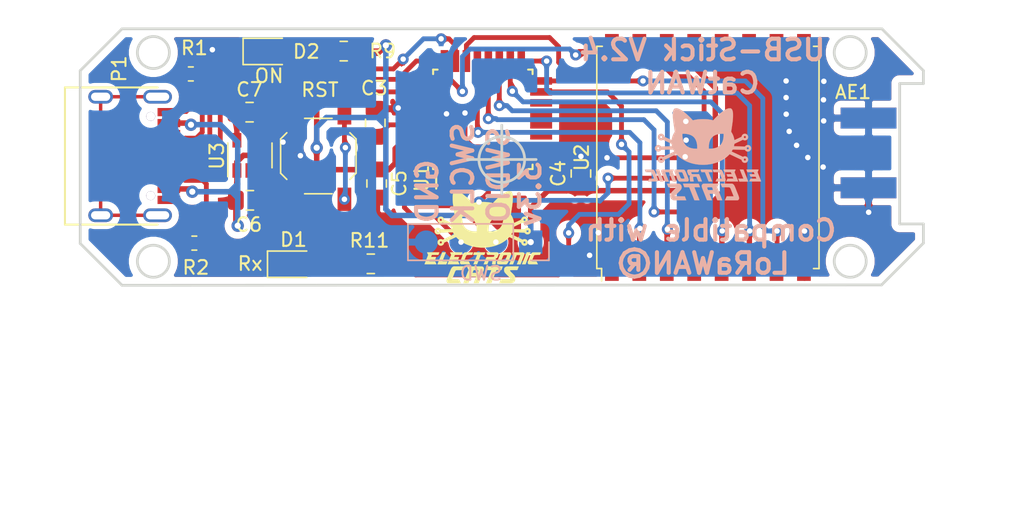
<source format=kicad_pcb>
(kicad_pcb (version 20171130) (host pcbnew "(5.1.6)-1")
  (title_block (title "CatWAN USB-Stick") (date 2019-05-28) (rev v2.4) (company "Electronic Cats") (comment 1 "Eduardo Contreras"))
  (layers (0 F.Cu signal) (31 B.Cu signal) (34 B.Paste user) (35 F.Paste user) (36 B.SilkS user) (37 F.SilkS user) (38 B.Mask user) (39 F.Mask user) (44 Edge.Cuts user))
  (net 0 "")
  (net 1 GND)
  (net 2 "Net-(AE1-Pad1)")
  (net 3 +3V3)
  (net 4 "Net-(C3-Pad1)")
  (net 5 /SWDIO)
  (net 6 /SWCLK)
  (net 7 /RST)
  (net 8 /DIO0)
  (net 9 /DIO1)
  (net 10 /DIO2)
  (net 11 /DIO5)
  (net 12 /SS)
  (net 13 /MOSI)
  (net 14 /SCK)
  (net 15 /MISO)
  (net 16 /RFM_RST)
  (net 17 "Net-(U2-Pad11)")
  (net 18 "Net-(U2-Pad12)")
  (net 19 "Net-(U1-Pad4)")
  (net 20 "Net-(U1-Pad11)")
  (net 21 "Net-(U1-Pad12)")
  (net 22 "Net-(U1-Pad27)")
  (net 23 VBUS)
  (net 24 /D-)
  (net 25 /D+)
  (net 26 /Rx_LED)
  (net 27 "Net-(U1-Pad14)")
  (net 28 "Net-(U1-Pad13)")
  (net 29 "Net-(U1-Pad8)")
  (net 30 "Net-(U1-Pad7)")
  (net 31 "Net-(U1-Pad6)")
  (net 32 "Net-(U1-Pad3)")
  (net 33 "Net-(U1-Pad2)")
  (net 34 "Net-(U1-Pad1)")
  (net 35 "Net-(U3-Pad4)")
  (net 36 "Net-(D1-Pad2)")
  (net 37 "Net-(D2-Pad2)")
  (net 38 "Net-(P1-PadA5)")
  (net 39 "Net-(P1-PadB5)")
  (net 40 "Net-(P1-PadS1)")
  (module Capacitor_SMD:C_0805_2012Metric_Pad1.15x1.40mm_HandSolder (layer F.Cu) (at 153.292 115.3224 90)
    (fp_text reference C4 (at 0 -1.65 90) (layer F.SilkS))
    (fp_text value 0.1uF)
    (pad 2 smd roundrect (at 1.025 0 90) (size 1.15 1.4) (layers F.Cu F.Paste F.Mask) (roundrect_rratio 0.217391) (net 1 GND))
    (pad 1 smd roundrect (at -1.025 0 90) (size 1.15 1.4) (layers F.Cu F.Paste F.Mask) (roundrect_rratio 0.217391) (net 3 +3V3))
  )
  (module Aesthetics:electronic_cats_logo_8x6 (layer F.Cu) (at 146.13 119.96)
    (fp_text reference G*** hide)
    (fp_text value LOGO hide)
  )
  (module Pin_Headers:Pin_Header_Straight_1x04_Pitch2.54mm (layer B.Cu) (at 149.632 120.3224 90)
    (fp_text reference J4)
    (fp_text value SWD (at -2.2776 -3.622 180) (layer B.SilkS) (effects (justify mirror)))
    (pad 4 smd oval (at 0 -7.62 90) (size 1.7 1.7) (layers B.Cu B.Paste B.Mask) (net 1 GND))
    (pad 3 smd oval (at 0 -5.08 90) (size 1.7 1.7) (layers B.Cu B.Paste B.Mask) (net 6 /SWCLK))
    (pad 2 smd oval (at 0 -2.54 90) (size 1.7 1.7) (layers B.Cu B.Paste B.Mask) (net 5 /SWDIO))
    (pad 1 smd rect (at 0 0 90) (size 1.7 1.7) (layers B.Cu B.Paste B.Mask) (net 3 +3V3))
  )
  (module LED_SMD:LED_0805_2012Metric_Pad1.15x1.40mm_HandSolder (layer F.Cu) (at 130.524 106.42)
    (fp_text reference D2 (at 2.75 0.01) (layer F.SilkS))
    (fp_text value ON)
    (pad 2 smd roundrect (at 1.025 0) (size 1.15 1.4) (layers F.Cu F.Paste F.Mask) (roundrect_rratio 0.217391) (net 37 "Net-(D2-Pad2)"))
    (pad 1 smd roundrect (at -1.025 0) (size 1.15 1.4) (layers F.Cu F.Paste F.Mask) (roundrect_rratio 0.217391) (net 1 GND))
  )
  (module LED_SMD:LED_0805_2012Metric_Pad1.15x1.40mm_HandSolder (layer F.Cu) (at 132.302 121.934)
    (fp_text reference D1 (at 0.032 -1.792) (layer F.SilkS))
    (fp_text value Rx (at -3.13 -0.04) (layer F.SilkS))
    (pad 2 smd roundrect (at 1.025 0) (size 1.15 1.4) (layers F.Cu F.Paste F.Mask) (roundrect_rratio 0.217391) (net 36 "Net-(D1-Pad2)"))
    (pad 1 smd roundrect (at -1.025 0) (size 1.15 1.4) (layers F.Cu F.Paste F.Mask) (roundrect_rratio 0.217391) (net 1 GND))
  )
  (module Capacitor_SMD:C_0805_2012Metric_Pad1.15x1.40mm_HandSolder (layer F.Cu) (at 129.137 110.85)
    (fp_text reference C7 (at 0 -1.65) (layer F.SilkS))
    (fp_text value 10uF)
    (pad 2 smd roundrect (at 1.025 0) (size 1.15 1.4) (layers F.Cu F.Paste F.Mask) (roundrect_rratio 0.217391) (net 1 GND))
    (pad 1 smd roundrect (at -1.025 0) (size 1.15 1.4) (layers F.Cu F.Paste F.Mask) (roundrect_rratio 0.217391) (net 3 +3V3))
  )
  (module Capacitor_SMD:C_0805_2012Metric_Pad1.15x1.40mm_HandSolder (layer F.Cu) (at 129.162 117.275)
    (fp_text reference C6 (at -0.08 1.775) (layer F.SilkS))
    (fp_text value 10uF)
    (pad 2 smd roundrect (at 1.025 0) (size 1.15 1.4) (layers F.Cu F.Paste F.Mask) (roundrect_rratio 0.217391) (net 1 GND))
    (pad 1 smd roundrect (at -1.025 0) (size 1.15 1.4) (layers F.Cu F.Paste F.Mask) (roundrect_rratio 0.217391) (net 23 VBUS))
  )
  (module Capacitor_SMD:C_0805_2012Metric_Pad1.15x1.40mm_HandSolder (layer F.Cu) (at 138.4 116.05 270)
    (fp_text reference C5 (at 0 -1.65 270) (layer F.SilkS))
    (fp_text value 0.1uF)
    (pad 2 smd roundrect (at 1.025 0 270) (size 1.15 1.4) (layers F.Cu F.Paste F.Mask) (roundrect_rratio 0.217391) (net 1 GND))
    (pad 1 smd roundrect (at -1.025 0 270) (size 1.15 1.4) (layers F.Cu F.Paste F.Mask) (roundrect_rratio 0.217391) (net 3 +3V3))
  )
  (module Capacitor_SMD:C_0805_2012Metric_Pad1.15x1.40mm_HandSolder (layer F.Cu) (at 138.3 111.625 90)
    (fp_text reference C3 (at 2.525 -0.075 180) (layer F.SilkS))
    (fp_text value 1uF)
    (pad 2 smd roundrect (at 1.025 0 90) (size 1.15 1.4) (layers F.Cu F.Paste F.Mask) (roundrect_rratio 0.217391) (net 1 GND))
    (pad 1 smd roundrect (at -1.025 0 90) (size 1.15 1.4) (layers F.Cu F.Paste F.Mask) (roundrect_rratio 0.217391) (net 4 "Net-(C3-Pad1)"))
  )
  (module Resistor_SMD:R_0805_2012Metric_Pad1.15x1.40mm_HandSolder (layer F.Cu) (at 137.974 121.904 180)
    (fp_text reference R11 (at 0.1 1.7 180) (layer F.SilkS))
    (fp_text value 120R)
    (pad 2 smd roundrect (at 1.025 0 180) (size 1.15 1.4) (layers F.Cu F.Paste F.Mask) (roundrect_rratio 0.217391) (net 36 "Net-(D1-Pad2)"))
    (pad 1 smd roundrect (at -1.025 0 180) (size 1.15 1.4) (layers F.Cu F.Paste F.Mask) (roundrect_rratio 0.217391) (net 26 /Rx_LED))
  )
  (module Resistor_SMD:R_0805_2012Metric_Pad1.15x1.40mm_HandSolder (layer F.Cu) (at 136 106.4 180)
    (fp_text reference R9 (at -2.84 0 180) (layer F.SilkS))
    (fp_text value 120R)
    (pad 2 smd roundrect (at 1.025 0 180) (size 1.15 1.4) (layers F.Cu F.Paste F.Mask) (roundrect_rratio 0.217391) (net 37 "Net-(D2-Pad2)"))
    (pad 1 smd roundrect (at -1.025 0 180) (size 1.15 1.4) (layers F.Cu F.Paste F.Mask) (roundrect_rratio 0.217391) (net 3 +3V3))
  )
  (module Package_TO_SOT_SMD:SOT-23-5 (layer F.Cu) (at 129.162 114 90)
    (fp_text reference U3 (at -0.04 -2.41 90) (layer F.SilkS))
    (fp_text value AP2112K-3.3)
    (pad 5 smd rect (at 1.1 -0.95 90) (size 1.06 0.65) (layers F.Cu F.Paste F.Mask) (net 3 +3V3))
    (pad 4 smd rect (at 1.1 0.95 90) (size 1.06 0.65) (layers F.Cu F.Paste F.Mask) (net 35 "Net-(U3-Pad4)"))
    (pad 3 smd rect (at -1.1 0.95 90) (size 1.06 0.65) (layers F.Cu F.Paste F.Mask) (net 23 VBUS))
    (pad 2 smd rect (at -1.1 0 90) (size 1.06 0.65) (layers F.Cu F.Paste F.Mask) (net 1 GND))
    (pad 1 smd rect (at -1.1 -0.95 90) (size 1.06 0.65) (layers F.Cu F.Paste F.Mask) (net 23 VBUS))
  )
  (module RF_Module:HOPERF_RFM9XW_SMD (layer F.Cu) (at 162.55 114.15 90)
    (fp_text reference U2 (at 0 -9.2 90) (layer F.SilkS))
    (fp_text value RFM95W-868S2)
    (pad 16 smd rect (at 8 -7 90) (size 2 1) (layers F.Cu F.Paste F.Mask) (net 10 /DIO2))
    (pad 15 smd rect (at 8 -5 90) (size 2 1) (layers F.Cu F.Paste F.Mask) (net 9 /DIO1))
    (pad 14 smd rect (at 8 -3 90) (size 2 1) (layers F.Cu F.Paste F.Mask) (net 8 /DIO0))
    (pad 13 smd rect (at 8 -1 90) (size 2 1) (layers F.Cu F.Paste F.Mask) (net 3 +3V3))
    (pad 12 smd rect (at 8 1 90) (size 2 1) (layers F.Cu F.Paste F.Mask) (net 18 "Net-(U2-Pad12)"))
    (pad 11 smd rect (at 8 3 90) (size 2 1) (layers F.Cu F.Paste F.Mask) (net 17 "Net-(U2-Pad11)"))
    (pad 10 smd rect (at 8 5 90) (size 2 1) (layers F.Cu F.Paste F.Mask) (net 1 GND))
    (pad 9 smd rect (at 8 7 90) (size 2 1) (layers F.Cu F.Paste F.Mask) (net 2 "Net-(AE1-Pad1)"))
    (pad 8 smd rect (at -8 7 90) (size 2 1) (layers F.Cu F.Paste F.Mask) (net 1 GND))
    (pad 7 smd rect (at -8 5 90) (size 2 1) (layers F.Cu F.Paste F.Mask) (net 11 /DIO5))
    (pad 6 smd rect (at -8 3 90) (size 2 1) (layers F.Cu F.Paste F.Mask) (net 16 /RFM_RST))
    (pad 5 smd rect (at -8 1 90) (size 2 1) (layers F.Cu F.Paste F.Mask) (net 12 /SS))
    (pad 4 smd rect (at -8 -1 90) (size 2 1) (layers F.Cu F.Paste F.Mask) (net 14 /SCK))
    (pad 3 smd rect (at -8 -3 90) (size 2 1) (layers F.Cu F.Paste F.Mask) (net 13 /MOSI))
    (pad 2 smd rect (at -8 -5 90) (size 2 1) (layers F.Cu F.Paste F.Mask) (net 15 /MISO))
    (pad 1 smd rect (at -8 -7 90) (size 2 1) (layers F.Cu F.Paste F.Mask) (net 1 GND))
  )
  (module agroin:SMA_EDGE (layer F.Cu) (at 176.292 113.8224 180)
    (fp_text reference AE1 (at 1.75 5 180) (layer F.SilkS) (effects (font (size 0.9652 0.9652)) (justify right top)))
    (fp_text value Antenna_Shield)
    (pad 2 smd rect (at 2.032 2.54 270) (size 1.524 4.064) (layers B.Cu B.Paste B.Mask) (net 1 GND))
    (pad 2 smd rect (at 2.032 -2.54 270) (size 1.524 4.064) (layers B.Cu B.Paste B.Mask) (net 1 GND))
    (pad 1 smd rect (at 3.048 0 270) (size 1.016 2.032) (layers F.Cu F.Paste F.Mask) (net 2 "Net-(AE1-Pad1)"))
    (pad 2 smd rect (at 2.032 2.54 270) (size 1.524 4.064) (layers F.Cu F.Paste F.Mask) (net 1 GND))
    (pad 2 smd rect (at 2.032 -2.54 270) (size 1.524 4.064) (layers F.Cu F.Paste F.Mask) (net 1 GND))
  )
  (module Housings_QFP:TQFP-32_7x7mm_Pitch0.8mm (layer F.Cu) (at 146.142 111.3724 90)
    (fp_text reference U1 (at -4.3 -4.45 270) (layer F.SilkS))
    (fp_text value ATSAMD21E)
    (pad 32 smd rect (at -2.8 -4.25 180) (size 1.6 0.55) (layers F.Cu F.Paste F.Mask) (net 5 /SWDIO))
    (pad 31 smd rect (at -2 -4.25 180) (size 1.6 0.55) (layers F.Cu F.Paste F.Mask) (net 6 /SWCLK))
    (pad 30 smd rect (at -1.2 -4.25 180) (size 1.6 0.55) (layers F.Cu F.Paste F.Mask) (net 3 +3V3))
    (pad 29 smd rect (at -0.4 -4.25 180) (size 1.6 0.55) (layers F.Cu F.Paste F.Mask) (net 4 "Net-(C3-Pad1)"))
    (pad 28 smd rect (at 0.4 -4.25 180) (size 1.6 0.55) (layers F.Cu F.Paste F.Mask) (net 1 GND))
    (pad 27 smd rect (at 1.2 -4.25 180) (size 1.6 0.55) (layers F.Cu F.Paste F.Mask) (net 22 "Net-(U1-Pad27)"))
    (pad 26 smd rect (at 2 -4.25 180) (size 1.6 0.55) (layers F.Cu F.Paste F.Mask) (net 7 /RST))
    (pad 25 smd rect (at 2.8 -4.25 180) (size 1.6 0.55) (layers F.Cu F.Paste F.Mask) (net 10 /DIO2))
    (pad 24 smd rect (at 4.25 -2.8 90) (size 1.6 0.55) (layers F.Cu F.Paste F.Mask) (net 25 /D+))
    (pad 23 smd rect (at 4.25 -2 90) (size 1.6 0.55) (layers F.Cu F.Paste F.Mask) (net 24 /D-))
    (pad 22 smd rect (at 4.25 -1.2 90) (size 1.6 0.55) (layers F.Cu F.Paste F.Mask) (net 9 /DIO1))
    (pad 21 smd rect (at 4.25 -0.4 90) (size 1.6 0.55) (layers F.Cu F.Paste F.Mask) (net 15 /MISO))
    (pad 20 smd rect (at 4.25 0.4 90) (size 1.6 0.55) (layers F.Cu F.Paste F.Mask) (net 14 /SCK))
    (pad 19 smd rect (at 4.25 1.2 90) (size 1.6 0.55) (layers F.Cu F.Paste F.Mask) (net 13 /MOSI))
    (pad 18 smd rect (at 4.25 2 90) (size 1.6 0.55) (layers F.Cu F.Paste F.Mask) (net 12 /SS))
    (pad 17 smd rect (at 4.25 2.8 90) (size 1.6 0.55) (layers F.Cu F.Paste F.Mask) (net 16 /RFM_RST))
    (pad 16 smd rect (at 2.8 4.25 180) (size 1.6 0.55) (layers F.Cu F.Paste F.Mask) (net 11 /DIO5))
    (pad 15 smd rect (at 2 4.25 180) (size 1.6 0.55) (layers F.Cu F.Paste F.Mask) (net 26 /Rx_LED))
    (pad 14 smd rect (at 1.2 4.25 180) (size 1.6 0.55) (layers F.Cu F.Paste F.Mask) (net 27 "Net-(U1-Pad14)"))
    (pad 13 smd rect (at 0.4 4.25 180) (size 1.6 0.55) (layers F.Cu F.Paste F.Mask) (net 28 "Net-(U1-Pad13)"))
    (pad 12 smd rect (at -0.4 4.25 180) (size 1.6 0.55) (layers F.Cu F.Paste F.Mask) (net 21 "Net-(U1-Pad12)"))
    (pad 11 smd rect (at -1.2 4.25 180) (size 1.6 0.55) (layers F.Cu F.Paste F.Mask) (net 20 "Net-(U1-Pad11)"))
    (pad 10 smd rect (at -2 4.25 180) (size 1.6 0.55) (layers F.Cu F.Paste F.Mask) (net 1 GND))
    (pad 9 smd rect (at -2.8 4.25 180) (size 1.6 0.55) (layers F.Cu F.Paste F.Mask) (net 3 +3V3))
    (pad 8 smd rect (at -4.25 2.8 90) (size 1.6 0.55) (layers F.Cu F.Paste F.Mask) (net 29 "Net-(U1-Pad8)"))
    (pad 7 smd rect (at -4.25 2 90) (size 1.6 0.55) (layers F.Cu F.Paste F.Mask) (net 30 "Net-(U1-Pad7)"))
    (pad 6 smd rect (at -4.25 1.2 90) (size 1.6 0.55) (layers F.Cu F.Paste F.Mask) (net 31 "Net-(U1-Pad6)"))
    (pad 5 smd rect (at -4.25 0.4 90) (size 1.6 0.55) (layers F.Cu F.Paste F.Mask) (net 8 /DIO0))
    (pad 4 smd rect (at -4.25 -0.4 90) (size 1.6 0.55) (layers F.Cu F.Paste F.Mask) (net 19 "Net-(U1-Pad4)"))
    (pad 3 smd rect (at -4.25 -1.2 90) (size 1.6 0.55) (layers F.Cu F.Paste F.Mask) (net 32 "Net-(U1-Pad3)"))
    (pad 2 smd rect (at -4.25 -2 90) (size 1.6 0.55) (layers F.Cu F.Paste F.Mask) (net 33 "Net-(U1-Pad2)"))
    (pad 1 smd rect (at -4.25 -2.8 90) (size 1.6 0.55) (layers F.Cu F.Paste F.Mask) (net 34 "Net-(U1-Pad1)"))
  )
  (module Aesthetics:electronic_cats_logo_8x6 (layer B.Cu) (at 162.192 113.9224 180)
    (fp_text reference G*** hide)
    (fp_text value LOGO hide)
  )
  (module Button_Switch_SMD:SW_SPST_TL3342 (layer F.Cu) (at 134.15 114.05 270)
    (fp_text reference SW1)
    (fp_text value RST (at -4.83 -0.11) (layer F.SilkS))
    (pad 1 smd rect (at -3.15 -1.9 270) (size 1.7 1) (layers F.Cu F.Paste F.Mask) (net 7 /RST))
    (pad 1 smd rect (at 3.15 -1.9 270) (size 1.7 1) (layers F.Cu F.Paste F.Mask) (net 7 /RST))
    (pad 2 smd rect (at -3.15 1.9 270) (size 1.7 1) (layers F.Cu F.Paste F.Mask) (net 1 GND))
    (pad 2 smd rect (at 3.15 1.9 270) (size 1.7 1) (layers F.Cu F.Paste F.Mask) (net 1 GND))
  )
  (module Connectors:C393939 (layer F.Cu) (at 122.428 114.046 270)
    (fp_text reference P1 (at -6.35 2.794 90) (layer F.SilkS))
    (fp_text value USB_C_Plug_USB2.0)
    (pad S1 thru_hole oval (at -4.32 0 270) (size 1 2.1) (drill oval 0.6 1.7) (layers *.Cu *.Mask) (net 40 "Net-(P1-PadS1)"))
    (pad S1 thru_hole oval (at 4.32 0 270) (size 1 2.1) (drill oval 0.6 1.7) (layers *.Cu *.Mask) (net 40 "Net-(P1-PadS1)"))
    (pad S1 thru_hole oval (at -4.32 4.15 270) (size 1 1.8) (drill oval 0.6 1.4) (layers *.Cu *.Mask) (net 40 "Net-(P1-PadS1)"))
    (pad S1 thru_hole oval (at 4.32 4.15 270) (size 1 1.8) (drill oval 0.6 1.4) (layers *.Cu *.Mask) (net 40 "Net-(P1-PadS1)"))
    (pad "" thru_hole circle (at -2.89 0.5 270) (size 0.65 0.65) (drill 0.65) (layers *.Cu *.Mask))
    (pad "" thru_hole circle (at 2.89 0.5 270) (size 0.65 0.65) (drill 0.65) (layers *.Cu *.Mask))
    (pad A1 smd rect (at -3.2 -0.825 270) (size 0.6 1.65) (layers F.Cu F.Paste F.Mask) (net 1 GND))
    (pad A1 smd rect (at 3.2 -0.825 270) (size 0.6 1.65) (layers F.Cu F.Paste F.Mask) (net 1 GND))
    (pad A4 smd rect (at -2.4 -0.825 270) (size 0.6 1.65) (layers F.Cu F.Paste F.Mask) (net 23 VBUS))
    (pad A4 smd rect (at 2.4 -0.825 270) (size 0.6 1.65) (layers F.Cu F.Paste F.Mask) (net 23 VBUS))
    (pad A8 smd rect (at -1.75 -0.825 270) (size 0.3 1.65) (layers F.Cu F.Paste F.Mask))
    (pad A5 smd rect (at -1.25 -0.825 270) (size 0.3 1.65) (layers F.Cu F.Paste F.Mask) (net 38 "Net-(P1-PadA5)"))
    (pad A7 smd rect (at -0.75 -0.825 270) (size 0.3 1.65) (layers F.Cu F.Paste F.Mask) (net 24 /D-))
    (pad A6 smd rect (at -0.25 -0.825 270) (size 0.3 1.65) (layers F.Cu F.Paste F.Mask) (net 25 /D+))
    (pad A7 smd rect (at 0.25 -0.825 270) (size 0.3 1.65) (layers F.Cu F.Paste F.Mask) (net 24 /D-))
    (pad A6 smd rect (at 0.75 -0.825 270) (size 0.3 1.65) (layers F.Cu F.Paste F.Mask) (net 25 /D+))
    (pad B8 smd rect (at 1.25 -0.825 270) (size 0.3 1.65) (layers F.Cu F.Paste F.Mask))
    (pad B5 smd rect (at 1.75 -0.825 270) (size 0.3 1.65) (layers F.Cu F.Paste F.Mask) (net 39 "Net-(P1-PadB5)"))
  )
  (module Resistor_SMD:R_0603_1608Metric_Pad1.05x0.95mm_HandSolder (layer F.Cu) (at 124.855 108.063)
    (fp_text reference R1 (at 0.254 -1.891) (layer F.SilkS))
    (fp_text value 5K1)
    (pad 2 smd roundrect (at 0.875 0) (size 1.05 0.95) (layers F.Cu F.Paste F.Mask) (net 38 "Net-(P1-PadA5)"))
    (pad 1 smd roundrect (at -0.875 0) (size 1.05 0.95) (layers F.Cu F.Paste F.Mask) (net 1 GND))
  )
  (module Resistor_SMD:R_0603_1608Metric_Pad1.05x0.95mm_HandSolder (layer F.Cu) (at 125.109 120.396)
    (fp_text reference R2 (at 0.113 1.778) (layer F.SilkS))
    (fp_text value 5K1)
    (pad 1 smd roundrect (at -0.875 0) (size 1.05 0.95) (layers F.Cu F.Paste F.Mask) (net 1 GND))
    (pad 2 smd roundrect (at 0.875 0) (size 1.05 0.95) (layers F.Cu F.Paste F.Mask) (net 39 "Net-(P1-PadB5)"))
  )
  (gr_text "3.3v\n" (at 149.592 116.8224 90) (layer B.SilkS) (effects (font (size 1.5 1.5) (thickness 0.3)) (justify mirror)))
  (gr_text ON (at 130.556 108.204) (layer F.SilkS) (effects (font (size 1 1))))
  (gr_line (start 178.2572 118.999) (end 176.53 118.999) (layer Edge.Cuts) (width 0.2))
  (gr_line (start 178.2572 108.7628) (end 176.53 108.7628) (layer Edge.Cuts) (width 0.2))
  (gr_line (start 176.53 108.7628) (end 176.53 118.999) (layer Edge.Cuts) (width 0.2))
  (gr_line (start 178.2572 107.823) (end 178.2572 108.7628) (layer Edge.Cuts) (width 0.2))
  (gr_line (start 116.7892 120.4214) (end 119.8372 123.4694) (layer Edge.Cuts) (width 0.2))
  (gr_line (start 178.2572 120.396) (end 175.2092 123.444) (layer Edge.Cuts) (width 0.2))
  (gr_line (start 178.2572 107.823) (end 175.2346 104.775) (layer Edge.Cuts) (width 0.2))
  (gr_line (start 116.7892 107.823) (end 119.8372 104.775) (layer Edge.Cuts) (width 0.2))
  (gr_circle (center 172.9232 121.7168) (end 174.0916 121.7168) (layer Edge.Cuts) (width 0.2))
  (gr_circle (center 122.1232 121.7168) (end 123.2916 121.7168) (layer Edge.Cuts) (width 0.2))
  (gr_circle (center 172.9232 106.5022) (end 174.0916 106.5022) (layer Edge.Cuts) (width 0.2))
  (gr_circle (center 122.1232 106.5022) (end 123.2916 106.5022) (layer Edge.Cuts) (width 0.2))
  (target plus (at 147.5232 114.3) (size 5) (width 0.2) (layer Edge.Cuts))
  (gr_line (start 119.8372 123.4694) (end 175.2092 123.444) (layer Edge.Cuts) (width 0.2))
  (gr_line (start 178.2572 118.999) (end 178.2572 120.396) (layer Edge.Cuts) (width 0.2))
  (gr_line (start 116.7892 107.823) (end 116.7892 120.4214) (layer Edge.Cuts) (width 0.2))
  (gr_line (start 119.8372 104.775) (end 175.2346 104.775) (layer Edge.Cuts) (width 0.2))
  (gr_text "USB-Stick V2.4\nCatWAN" (at 162.142 107.5224) (layer B.SilkS) (effects (font (size 1.5 1.5) (thickness 0.3)) (justify mirror)))
  (gr_text "Compatible with \nLoRaWAN®" (at 162.192 120.6724) (layer B.SilkS) (effects (font (size 1.5 1.5) (thickness 0.3)) (justify mirror)))
  (gr_text SWDIO (at 147.292 115.4224 90) (layer B.SilkS) (effects (font (size 1.5 1.5) (thickness 0.3)) (justify mirror)))
  (gr_text SWCLK (at 144.692 115.3224 90) (layer B.SilkS) (effects (font (size 1.5 1.5) (thickness 0.3)) (justify mirror)))
  (gr_text GND (at 142.092 116.6224 90) (layer B.SilkS) (effects (font (size 1.5 1.5) (thickness 0.3)) (justify mirror)))
  (via (at 170.987859 111.487175) (size 0.8) (drill 0.4) (layers F.Cu B.Cu) (net 1))
  (via (at 168.25 108.573786) (size 0.8) (drill 0.4) (layers F.Cu B.Cu) (net 1))
  (via (at 168.25 109.785679) (size 0.8) (drill 0.4) (layers F.Cu B.Cu) (net 1))
  (via (at 168.25703 110.997413) (size 0.8) (drill 0.4) (layers F.Cu B.Cu) (net 1))
  (via (at 169.013176 113.265886) (size 0.8) (drill 0.4) (layers F.Cu B.Cu) (net 1))
  (via (at 169.83185 114.154261) (size 0.8) (drill 0.4) (layers F.Cu B.Cu) (net 1))
  (segment (start 167.592 106.4224) (end 167.592 106.8724) (width 0.35) (layer F.Cu) (net 1))
  (segment (start 141.892 110.9724) (end 143.492 110.9724) (width 0.35) (layer F.Cu) (net 1))
  (via (at 143.492 110.9724) (size 0.8) (drill 0.4) (layers F.Cu B.Cu) (net 1))
  (via (at 174.267 118.1474) (size 0.8) (drill 0.4) (layers F.Cu B.Cu) (net 1))
  (segment (start 174.26 118.1404) (end 174.267 118.1474) (width 0.35) (layer B.Cu) (net 1))
  (segment (start 174.26 116.3624) (end 174.26 118.1404) (width 0.35) (layer B.Cu) (net 1))
  (segment (start 169.592 121.2224) (end 169.592 122.9724) (width 0.35) (layer F.Cu) (net 1))
  (via (at 155.194 114.173) (size 0.8) (drill 0.4) (layers F.Cu B.Cu) (net 1))
  (segment (start 155.0934 114.0724) (end 155.194 114.173) (width 0.35) (layer F.Cu) (net 1))
  (segment (start 153.292 114.0724) (end 155.0934 114.0724) (width 0.35) (layer F.Cu) (net 1))
  (via (at 153.924 121.285) (size 0.8) (drill 0.4) (layers F.Cu B.Cu) (net 1))
  (segment (start 153.9866 121.2224) (end 153.924 121.285) (width 0.35) (layer F.Cu) (net 1))
  (segment (start 155.592 121.2224) (end 153.9866 121.2224) (width 0.35) (layer F.Cu) (net 1))
  (via (at 154.559 119.634) (size 0.8) (drill 0.4) (layers F.Cu B.Cu) (net 1))
  (segment (start 155.592 120.667) (end 154.559 119.634) (width 0.35) (layer F.Cu) (net 1))
  (segment (start 155.592 121.2224) (end 155.592 120.667) (width 0.35) (layer F.Cu) (net 1))
  (via (at 126.424 106.296) (size 0.8) (drill 0.4) (layers F.Cu B.Cu) (net 1))
  (segment (start 128.174 106.296) (end 126.424 106.296) (width 0.35) (layer F.Cu) (net 1))
  (via (at 153.292 114.0724) (size 0.8) (drill 0.4) (layers F.Cu B.Cu) (net 1))
  (segment (start 144.292 110.9724) (end 143.492 110.9724) (width 0.35) (layer F.Cu) (net 1))
  (segment (start 144.842 111.5224) (end 144.292 110.9724) (width 0.35) (layer F.Cu) (net 1))
  (segment (start 145.405186 113.3724) (end 144.842 112.809214) (width 0.35) (layer F.Cu) (net 1))
  (segment (start 150.392 113.3724) (end 145.405186 113.3724) (width 0.35) (layer F.Cu) (net 1))
  (segment (start 144.842 112.809214) (end 144.842 111.5224) (width 0.35) (layer F.Cu) (net 1))
  (via (at 144.84 110.91) (size 0.8) (drill 0.4) (layers F.Cu B.Cu) (net 1))
  (segment (start 144.7776 110.9724) (end 144.84 110.91) (width 0.35) (layer F.Cu) (net 1))
  (segment (start 143.492 110.9724) (end 144.7776 110.9724) (width 0.35) (layer F.Cu) (net 1))
  (segment (start 140.370009 110.941363) (end 139.97001 110.541364) (width 0.35) (layer F.Cu) (net 1))
  (via (at 139.97001 110.541364) (size 0.8) (drill 0.4) (layers F.Cu B.Cu) (net 1))
  (segment (start 141.892 110.9724) (end 140.401046 110.9724) (width 0.35) (layer F.Cu) (net 1))
  (segment (start 140.401046 110.9724) (end 140.370009 110.941363) (width 0.35) (layer F.Cu) (net 1))
  (via (at 160.89 114.1) (size 0.8) (drill 0.4) (layers F.Cu B.Cu) (net 1))
  (segment (start 160.817 114.173) (end 160.89 114.1) (width 0.35) (layer F.Cu) (net 1))
  (segment (start 155.194 114.173) (end 160.817 114.173) (width 0.35) (layer F.Cu) (net 1))
  (via (at 160.96 112.89) (size 0.8) (drill 0.4) (layers F.Cu B.Cu) (net 1))
  (segment (start 160.89 112.96) (end 160.96 112.89) (width 0.35) (layer B.Cu) (net 1))
  (segment (start 160.89 114.1) (end 160.89 112.96) (width 0.35) (layer B.Cu) (net 1))
  (via (at 160.94 111.52) (size 0.8) (drill 0.4) (layers F.Cu B.Cu) (net 1))
  (segment (start 160.96 111.54) (end 160.94 111.52) (width 0.35) (layer F.Cu) (net 1))
  (segment (start 160.96 112.89) (end 160.96 111.54) (width 0.35) (layer F.Cu) (net 1))
  (segment (start 167.592 106.4224) (end 167.592 108.392) (width 0.35) (layer F.Cu) (net 1))
  (segment (start 167.55 106.15) (end 167.55 106.65) (width 0.35) (layer F.Cu) (net 1))
  (segment (start 167.55 106.65) (end 167.592 106.692) (width 0.35) (layer F.Cu) (net 1))
  (segment (start 167.592 106.692) (end 167.592 108.392) (width 0.35) (layer F.Cu) (net 1))
  (via (at 170.975 109.95) (size 0.8) (drill 0.4) (layers F.Cu B.Cu) (net 1))
  (segment (start 170.987859 109.787859) (end 170.975 109.775) (width 0.35) (layer F.Cu) (net 1))
  (segment (start 170.987859 111.487175) (end 170.987859 109.787859) (width 0.35) (layer F.Cu) (net 1))
  (via (at 171 108.6) (size 0.8) (drill 0.4) (layers F.Cu B.Cu) (net 1))
  (segment (start 170.975 108.625) (end 171 108.6) (width 0.35) (layer B.Cu) (net 1))
  (segment (start 170.975 109.775) (end 170.975 108.625) (width 0.35) (layer B.Cu) (net 1))
  (via (at 168.475 112.25) (size 0.8) (drill 0.4) (layers F.Cu B.Cu) (net 1))
  (segment (start 169.013176 112.788176) (end 168.475 112.25) (width 0.35) (layer F.Cu) (net 1))
  (segment (start 169.013176 113.265886) (end 169.013176 112.788176) (width 0.35) (layer F.Cu) (net 1))
  (segment (start 169.55 119.559) (end 169.592 119.517) (width 0.35) (layer F.Cu) (net 1))
  (segment (start 169.55 122.15) (end 169.55 119.559) (width 0.35) (layer F.Cu) (net 1))
  (segment (start 169.592 121.2224) (end 169.592 119.517) (width 0.35) (layer F.Cu) (net 1))
  (segment (start 169.592 119.517) (end 169.592 119.0724) (width 0.35) (layer F.Cu) (net 1))
  (via (at 169.592 119.517) (size 0.8) (drill 0.4) (layers F.Cu B.Cu) (net 1))
  (via (at 170.95 114.85) (size 0.8) (drill 0.4) (layers F.Cu B.Cu) (net 1))
  (segment (start 170.254261 114.154261) (end 170.95 114.85) (width 0.35) (layer F.Cu) (net 1))
  (segment (start 169.83185 114.154261) (end 170.254261 114.154261) (width 0.35) (layer F.Cu) (net 1))
  (segment (start 132.175 117.275) (end 132.25 117.2) (width 0.35) (layer F.Cu) (net 1))
  (segment (start 139.570011 110.141365) (end 139.570011 110.049989) (width 0.35) (layer F.Cu) (net 1))
  (segment (start 139.97001 110.541364) (end 139.570011 110.141365) (width 0.35) (layer F.Cu) (net 1))
  (segment (start 129.162 115.44) (end 129.162 116.22) (width 0.35) (layer F.Cu) (net 1))
  (segment (start 129.162 116.22) (end 130.232 117.29) (width 0.35) (layer F.Cu) (net 1))
  (segment (start 130.262 117.2) (end 130.187 117.275) (width 0.35) (layer F.Cu) (net 1))
  (segment (start 132.25 117.2) (end 130.262 117.2) (width 0.35) (layer F.Cu) (net 1))
  (segment (start 122.428 109.726) (end 122.428 110.021) (width 0.35) (layer F.Cu) (net 40))
  (segment (start 122.428 118.366) (end 122.428 118.071) (width 0.35) (layer F.Cu) (net 40))
  (via (at 132.842 114.022006) (size 0.8) (drill 0.4) (layers F.Cu B.Cu) (net 1))
  (segment (start 132.842 116.608) (end 132.842 114.022006) (width 0.35) (layer F.Cu) (net 1))
  (segment (start 132.25 117.2) (end 132.842 116.608) (width 0.35) (layer F.Cu) (net 1))
  (segment (start 131.722 113.18) (end 131.572 113.03) (width 0.35) (layer B.Cu) (net 1))
  (via (at 131.572 113.02996) (size 0.8) (drill 0.4) (layers F.Cu B.Cu) (net 1))
  (segment (start 131.572 113.03) (end 131.572 113.02996) (width 0.35) (layer B.Cu) (net 1))
  (segment (start 131.849954 113.02996) (end 131.572 113.02996) (width 0.25) (layer F.Cu) (net 1))
  (segment (start 132.056006 114.022006) (end 132.842 114.022006) (width 0.35) (layer B.Cu) (net 1))
  (segment (start 131.572 113.538) (end 132.056006 114.022006) (width 0.35) (layer B.Cu) (net 1))
  (segment (start 131.572 113.02996) (end 131.572 113.538) (width 0.35) (layer B.Cu) (net 1))
  (segment (start 123.253 110.846) (end 124.324 110.846) (width 0.25) (layer F.Cu) (net 1))
  (segment (start 124.324 110.846) (end 124.42 110.75) (width 0.25) (layer F.Cu) (net 1))
  (segment (start 124.324 110.846) (end 124.534 110.846) (width 0.25) (layer F.Cu) (net 1))
  (segment (start 124.534 110.846) (end 124.74 110.64) (width 0.25) (layer F.Cu) (net 1))
  (segment (start 124.74 110.64) (end 124.74 110.04) (width 0.25) (layer F.Cu) (net 1))
  (segment (start 124.74 110.04) (end 124.46 109.76) (width 0.25) (layer F.Cu) (net 1))
  (segment (start 123.98 108.063) (end 123.98 107.32) (width 0.25) (layer F.Cu) (net 1))
  (segment (start 123.98 107.32) (end 124.75 106.55) (width 0.25) (layer F.Cu) (net 1))
  (segment (start 124.75 106.55) (end 125.04 106.55) (width 0.25) (layer F.Cu) (net 1))
  (segment (start 123.253 117.246) (end 123.956 117.246) (width 0.25) (layer F.Cu) (net 1))
  (segment (start 123.956 117.246) (end 124.92 118.21) (width 0.25) (layer F.Cu) (net 1))
  (segment (start 172.55 113.8224) (end 173.244 113.8224) (width 0.4) (layer F.Cu) (net 2))
  (segment (start 172.255948 113.807954) (end 172.55 113.8224) (width 0.4) (layer F.Cu) (net 2))
  (segment (start 169.778361 111.97045) (end 169.904236 112.23659) (width 0.4) (layer F.Cu) (net 2))
  (segment (start 169.564445 111.116451) (end 169.607644 111.40767) (width 0.4) (layer F.Cu) (net 2))
  (segment (start 170.883289 113.316808) (end 171.135809 113.468163) (width 0.4) (layer F.Cu) (net 2))
  (segment (start 170.64682 113.141431) (end 170.883289 113.316808) (width 0.4) (layer F.Cu) (net 2))
  (segment (start 169.55 110.8224) (end 169.55 106.15) (width 0.4) (layer F.Cu) (net 2))
  (segment (start 171.679145 113.693221) (end 171.964729 113.764755) (width 0.4) (layer F.Cu) (net 2))
  (segment (start 171.964729 113.764755) (end 172.255948 113.807954) (width 0.4) (layer F.Cu) (net 2))
  (segment (start 171.401949 113.594038) (end 171.679145 113.693221) (width 0.4) (layer F.Cu) (net 2))
  (segment (start 171.135809 113.468163) (end 171.401949 113.594038) (width 0.4) (layer F.Cu) (net 2))
  (segment (start 169.607644 111.40767) (end 169.679178 111.693254) (width 0.4) (layer F.Cu) (net 2))
  (segment (start 169.679178 111.693254) (end 169.778361 111.97045) (width 0.4) (layer F.Cu) (net 2))
  (segment (start 170.230968 112.725579) (end 170.428679 112.94372) (width 0.4) (layer F.Cu) (net 2))
  (segment (start 170.055591 112.48911) (end 170.230968 112.725579) (width 0.4) (layer F.Cu) (net 2))
  (segment (start 170.428679 112.94372) (end 170.64682 113.141431) (width 0.4) (layer F.Cu) (net 2))
  (segment (start 169.904236 112.23659) (end 170.055591 112.48911) (width 0.4) (layer F.Cu) (net 2))
  (segment (start 169.55 110.8224) (end 169.564445 111.116451) (width 0.4) (layer F.Cu) (net 2))
  (segment (start 152.267 116.5724) (end 152.2534 116.586) (width 0.4) (layer F.Cu) (net 3))
  (segment (start 153.292 116.5724) (end 152.267 116.5724) (width 0.4) (layer F.Cu) (net 3))
  (segment (start 152.2534 116.586) (end 150.876 116.586) (width 0.4) (layer F.Cu) (net 3))
  (segment (start 140.692 112.5724) (end 139.75 113.5144) (width 0.4) (layer F.Cu) (net 3))
  (segment (start 141.892 112.5724) (end 140.692 112.5724) (width 0.4) (layer F.Cu) (net 3))
  (segment (start 134.58 115.04) (end 138.26 115.04) (width 0.4) (layer F.Cu) (net 3))
  (segment (start 134.03 114.49) (end 134.58 115.04) (width 0.4) (layer F.Cu) (net 3))
  (segment (start 139.75 114.575) (end 139.75 114.38) (width 0.4) (layer F.Cu) (net 3))
  (segment (start 138.26 115.04) (end 139.285 115.04) (width 0.4) (layer F.Cu) (net 3))
  (segment (start 139.285 115.04) (end 139.75 114.575) (width 0.4) (layer F.Cu) (net 3))
  (segment (start 139.75 113.5144) (end 139.75 114.38) (width 0.4) (layer F.Cu) (net 3))
  (via (at 134.03 113.44) (size 0.9) (drill 0.45) (layers F.Cu B.Cu) (net 3))
  (segment (start 134.03 113.44) (end 134.03 114.49) (width 0.4) (layer F.Cu) (net 3))
  (segment (start 149.632 117.83) (end 150.876 116.586) (width 0.4) (layer F.Cu) (net 3))
  (segment (start 149.632 120.3224) (end 149.632 117.83) (width 0.4) (layer F.Cu) (net 3))
  (via (at 139.07 105.98) (size 0.9) (drill 0.45) (layers F.Cu B.Cu) (net 3))
  (segment (start 138.5 106.55) (end 139.07 105.98) (width 0.4) (layer F.Cu) (net 3))
  (segment (start 137.35 106.55) (end 138.5 106.55) (width 0.4) (layer F.Cu) (net 3))
  (segment (start 128.212 111.276) (end 127.768 110.832) (width 0.4) (layer F.Cu) (net 3))
  (segment (start 128.212 112.9) (end 128.212 111.276) (width 0.4) (layer F.Cu) (net 3))
  (segment (start 138.65 106.4) (end 139.07 105.98) (width 0.4) (layer F.Cu) (net 3))
  (segment (start 137.025 106.4) (end 138.65 106.4) (width 0.4) (layer F.Cu) (net 3))
  (segment (start 144.192 112.9724) (end 143.792 112.5724) (width 0.4) (layer F.Cu) (net 3))
  (segment (start 143.792 112.5724) (end 141.892 112.5724) (width 0.4) (layer F.Cu) (net 3))
  (segment (start 144.192 113.7224) (end 144.192 112.9724) (width 0.4) (layer F.Cu) (net 3))
  (segment (start 144.642 114.1724) (end 144.192 113.7224) (width 0.4) (layer F.Cu) (net 3))
  (segment (start 150.392 114.1724) (end 144.642 114.1724) (width 0.4) (layer F.Cu) (net 3))
  (segment (start 138.52 111.24) (end 139.07 110.69) (width 0.4) (layer B.Cu) (net 3))
  (segment (start 134.73 111.24) (end 138.52 111.24) (width 0.4) (layer B.Cu) (net 3))
  (segment (start 134.03 111.94) (end 134.73 111.24) (width 0.4) (layer B.Cu) (net 3))
  (segment (start 134.03 113.44) (end 134.03 111.94) (width 0.4) (layer B.Cu) (net 3))
  (segment (start 139.07 110.69) (end 139.07 110.32) (width 0.4) (layer B.Cu) (net 3))
  (segment (start 138.52 111.28) (end 139.07 111.83) (width 0.4) (layer B.Cu) (net 3))
  (segment (start 138.52 111.24) (end 138.52 111.28) (width 0.4) (layer B.Cu) (net 3))
  (segment (start 138.56 111.24) (end 138.52 111.28) (width 0.4) (layer B.Cu) (net 3))
  (segment (start 139.07 111.83) (end 139.07 111.24) (width 0.4) (layer B.Cu) (net 3))
  (segment (start 139.07 111.24) (end 138.56 111.24) (width 0.4) (layer B.Cu) (net 3))
  (segment (start 139.07 111.24) (end 139.07 110.32) (width 0.4) (layer B.Cu) (net 3))
  (via (at 149.632 120.3224) (size 0.9) (drill 0.45) (layers F.Cu B.Cu) (net 3))
  (segment (start 139.07 117.93) (end 139.07 111.83) (width 0.4) (layer B.Cu) (net 3))
  (segment (start 148.9396 118.38) (end 139.52 118.38) (width 0.4) (layer B.Cu) (net 3))
  (segment (start 149.632 119.0724) (end 148.9396 118.38) (width 0.4) (layer B.Cu) (net 3))
  (segment (start 139.52 118.38) (end 139.07 117.93) (width 0.4) (layer B.Cu) (net 3))
  (segment (start 149.632 119.0724) (end 149.632 120.3224) (width 0.4) (layer B.Cu) (net 3))
  (segment (start 161.55 107.55) (end 161.55 106.15) (width 0.4) (layer F.Cu) (net 3))
  (segment (start 163.09 109.09) (end 161.55 107.55) (width 0.4) (layer F.Cu) (net 3))
  (segment (start 162.4476 116.5724) (end 163.09 115.93) (width 0.4) (layer F.Cu) (net 3))
  (segment (start 163.09 115.93) (end 163.09 109.09) (width 0.4) (layer F.Cu) (net 3))
  (segment (start 153.292 116.5724) (end 162.4476 116.5724) (width 0.4) (layer F.Cu) (net 3))
  (segment (start 139.07 110.32) (end 139.07 105.98) (width 0.4) (layer B.Cu) (net 3))
  (segment (start 129.674989 109.287011) (end 128.735372 110.226628) (width 0.4) (layer F.Cu) (net 3))
  (segment (start 134.03 113.44) (end 134.03 109.951188) (width 0.4) (layer F.Cu) (net 3))
  (segment (start 134.03 109.951188) (end 133.365823 109.287011) (width 0.4) (layer F.Cu) (net 3))
  (segment (start 128.735372 110.226628) (end 128.112 110.85) (width 0.4) (layer F.Cu) (net 3))
  (segment (start 133.365823 109.287011) (end 129.674989 109.287011) (width 0.4) (layer F.Cu) (net 3))
  (segment (start 140.4276 111.7724) (end 140.742 111.7724) (width 0.35) (layer F.Cu) (net 4))
  (segment (start 140.742 111.7724) (end 141.892 111.7724) (width 0.35) (layer F.Cu) (net 4))
  (segment (start 139.2926 111.7724) (end 140.742 111.7724) (width 0.35) (layer F.Cu) (net 4))
  (segment (start 138.26 112.805) (end 139.2926 111.7724) (width 0.35) (layer F.Cu) (net 4))
  (segment (start 138.26 112.93) (end 138.26 112.805) (width 0.35) (layer F.Cu) (net 4))
  (segment (start 147.092 120.3224) (end 144.442 117.6724) (width 0.35) (layer F.Cu) (net 5))
  (segment (start 144.442 117.6724) (end 142.542 117.6724) (width 0.35) (layer F.Cu) (net 5))
  (segment (start 142.542 117.6724) (end 141.892 117.0224) (width 0.35) (layer F.Cu) (net 5))
  (segment (start 141.892 117.0224) (end 141.892 114.1724) (width 0.35) (layer F.Cu) (net 5))
  (via (at 147.092 120.3224) (size 0.8) (drill 0.4) (layers F.Cu B.Cu) (net 5))
  (segment (start 144.3898 120.1602) (end 144.552 120.3224) (width 0.35) (layer F.Cu) (net 6))
  (segment (start 140.425011 113.793997) (end 140.425011 117.797411) (width 0.35) (layer F.Cu) (net 6))
  (segment (start 140.846608 113.3724) (end 140.425011 113.793997) (width 0.35) (layer F.Cu) (net 6))
  (segment (start 141.892 113.3724) (end 140.846608 113.3724) (width 0.35) (layer F.Cu) (net 6))
  (segment (start 142.602 118.3724) (end 144.3898 120.1602) (width 0.35) (layer F.Cu) (net 6))
  (segment (start 141 118.3724) (end 142.602 118.3724) (width 0.35) (layer F.Cu) (net 6))
  (segment (start 140.425011 117.797411) (end 141 118.3724) (width 0.35) (layer F.Cu) (net 6))
  (via (at 144.552 120.3224) (size 0.8) (drill 0.4) (layers F.Cu B.Cu) (net 6))
  (segment (start 136.05 113.36) (end 136.12 113.43) (width 0.35) (layer F.Cu) (net 7))
  (via (at 136.12 113.43) (size 0.8) (drill 0.4) (layers F.Cu B.Cu) (net 7))
  (segment (start 136.05 110.9) (end 136.05 113.36) (width 0.35) (layer F.Cu) (net 7))
  (segment (start 136.12 117.13) (end 136.05 117.2) (width 0.35) (layer B.Cu) (net 7))
  (via (at 136.05 117.2) (size 0.8) (drill 0.4) (layers F.Cu B.Cu) (net 7))
  (segment (start 136.12 113.43) (end 136.12 117.13) (width 0.35) (layer B.Cu) (net 7))
  (segment (start 141.892 109.3724) (end 137.2276 109.3724) (width 0.35) (layer F.Cu) (net 7))
  (segment (start 136.05 110.55) (end 136.05 110.9) (width 0.35) (layer F.Cu) (net 7))
  (segment (start 137.2276 109.3724) (end 136.05 110.55) (width 0.35) (layer F.Cu) (net 7))
  (via (at 155.27 115.66) (size 0.8) (drill 0.4) (layers F.Cu B.Cu) (net 8))
  (segment (start 160.1 108.26) (end 159.55 107.71) (width 0.35) (layer F.Cu) (net 8))
  (segment (start 162.27 115.29) (end 162.27 109.34) (width 0.35) (layer F.Cu) (net 8))
  (segment (start 161.9 115.66) (end 162.27 115.29) (width 0.35) (layer F.Cu) (net 8))
  (segment (start 159.55 107.71) (end 159.55 106.15) (width 0.35) (layer F.Cu) (net 8))
  (segment (start 161.19 108.26) (end 160.1 108.26) (width 0.35) (layer F.Cu) (net 8))
  (segment (start 155.27 115.66) (end 161.9 115.66) (width 0.35) (layer F.Cu) (net 8))
  (segment (start 162.27 109.34) (end 161.19 108.26) (width 0.35) (layer F.Cu) (net 8))
  (segment (start 154.600001 117.280001) (end 147.990001 117.280001) (width 0.35) (layer B.Cu) (net 8))
  (segment (start 146.545684 117.280001) (end 147.990001 117.280001) (width 0.35) (layer B.Cu) (net 8))
  (segment (start 146.425685 117.4) (end 146.545684 117.280001) (width 0.35) (layer B.Cu) (net 8))
  (segment (start 155.27 115.66) (end 155.27 116.73) (width 0.35) (layer B.Cu) (net 8))
  (segment (start 145.86 117.4) (end 146.425685 117.4) (width 0.35) (layer B.Cu) (net 8))
  (segment (start 154.66 117.34) (end 154.600001 117.280001) (width 0.35) (layer B.Cu) (net 8))
  (segment (start 146.542 116.718) (end 145.86 117.4) (width 0.35) (layer F.Cu) (net 8))
  (segment (start 155.27 116.73) (end 154.66 117.34) (width 0.35) (layer B.Cu) (net 8))
  (via (at 145.86 117.4) (size 0.8) (drill 0.4) (layers F.Cu B.Cu) (net 8))
  (segment (start 146.542 115.6224) (end 146.542 116.718) (width 0.35) (layer F.Cu) (net 8))
  (segment (start 146.542 115.6224) (end 146.542 116.7724) (width 0.35) (layer F.Cu) (net 8))
  (segment (start 152.37239 107.92239) (end 151.667001 107.217001) (width 0.35) (layer F.Cu) (net 9))
  (segment (start 145.5044 105.41) (end 144.942 105.9724) (width 0.35) (layer F.Cu) (net 9))
  (segment (start 151.667001 107.217001) (end 151.667001 106.074001) (width 0.35) (layer F.Cu) (net 9))
  (segment (start 157.592 106.4224) (end 156.09201 107.92239) (width 0.35) (layer F.Cu) (net 9))
  (segment (start 156.09201 107.92239) (end 152.37239 107.92239) (width 0.35) (layer F.Cu) (net 9))
  (segment (start 151.667001 106.074001) (end 151.003 105.41) (width 0.35) (layer F.Cu) (net 9))
  (segment (start 151.003 105.41) (end 145.5044 105.41) (width 0.35) (layer F.Cu) (net 9))
  (segment (start 144.942 105.9724) (end 144.942 107.1224) (width 0.35) (layer F.Cu) (net 9))
  (segment (start 144.652 109.3424) (end 143.882 108.5724) (width 0.35) (layer F.Cu) (net 10))
  (segment (start 143.882 108.5724) (end 141.892 108.5724) (width 0.35) (layer F.Cu) (net 10))
  (via (at 144.652 109.3424) (size 0.8) (drill 0.4) (layers F.Cu B.Cu) (net 10))
  (segment (start 141.892 108.5724) (end 141.367 108.5724) (width 0.35) (layer F.Cu) (net 10))
  (via (at 152.908 106.68) (size 0.8) (drill 0.4) (layers F.Cu B.Cu) (net 10))
  (segment (start 153.1656 106.4224) (end 152.908 106.68) (width 0.35) (layer F.Cu) (net 10))
  (segment (start 155.592 106.4224) (end 153.1656 106.4224) (width 0.35) (layer F.Cu) (net 10))
  (segment (start 144.652 106.798) (end 144.652 109.3424) (width 0.35) (layer B.Cu) (net 10))
  (segment (start 145.202601 106.247399) (end 144.652 106.798) (width 0.35) (layer B.Cu) (net 10))
  (segment (start 152.908 106.68) (end 152.475399 106.247399) (width 0.35) (layer B.Cu) (net 10))
  (segment (start 152.475399 106.247399) (end 145.202601 106.247399) (width 0.35) (layer B.Cu) (net 10))
  (via (at 167.592 119.507) (size 0.8) (drill 0.4) (layers F.Cu B.Cu) (net 11))
  (segment (start 167.592 121.2224) (end 167.592 119.507) (width 0.35) (layer F.Cu) (net 11))
  (segment (start 154.4576 108.5724) (end 150.392 108.5724) (width 0.35) (layer F.Cu) (net 11))
  (segment (start 157.8176 108.5724) (end 154.4576 108.5724) (width 0.35) (layer F.Cu) (net 11))
  (via (at 157.8176 108.5724) (size 0.8) (drill 0.4) (layers F.Cu B.Cu) (net 11))
  (segment (start 167.592 119.507) (end 166.857 119.507) (width 0.35) (layer B.Cu) (net 11))
  (segment (start 166.857 119.507) (end 166.55 119.2) (width 0.35) (layer B.Cu) (net 11))
  (segment (start 166.55 109.8448) (end 165.2776 108.5724) (width 0.35) (layer B.Cu) (net 11))
  (segment (start 166.55 119.2) (end 166.55 109.8448) (width 0.35) (layer B.Cu) (net 11))
  (segment (start 157.8176 108.5724) (end 165.2776 108.5724) (width 0.35) (layer B.Cu) (net 11))
  (segment (start 148.142 107.1224) (end 148.142 109.1724) (width 0.35) (layer F.Cu) (net 12))
  (segment (start 148.142 109.1724) (end 148.292 109.3224) (width 0.35) (layer F.Cu) (net 12))
  (via (at 148.292 109.3224) (size 0.8) (drill 0.4) (layers F.Cu B.Cu) (net 12))
  (via (at 163.592 119.507) (size 0.8) (drill 0.4) (layers F.Cu B.Cu) (net 12))
  (segment (start 163.592 121.2224) (end 163.592 119.507) (width 0.35) (layer F.Cu) (net 12))
  (segment (start 163.592 119.507) (end 163.592 119.3224) (width 0.35) (layer F.Cu) (net 12))
  (segment (start 163.55 119.549) (end 163.592 119.507) (width 0.35) (layer F.Cu) (net 12))
  (segment (start 163.55 122.15) (end 163.55 119.549) (width 0.35) (layer F.Cu) (net 12))
  (segment (start 148.691999 109.722399) (end 148.292 109.3224) (width 0.35) (layer B.Cu) (net 12))
  (segment (start 149.067013 110.097413) (end 148.691999 109.722399) (width 0.35) (layer B.Cu) (net 12))
  (segment (start 163.592 110.932) (end 162.757413 110.097413) (width 0.35) (layer B.Cu) (net 12))
  (segment (start 162.757413 110.097413) (end 149.067013 110.097413) (width 0.35) (layer B.Cu) (net 12))
  (segment (start 163.592 119.507) (end 163.592 110.932) (width 0.35) (layer B.Cu) (net 12))
  (segment (start 159.592 119.5224) (end 159.592 119.3224) (width 0.35) (layer F.Cu) (net 13))
  (segment (start 159.592 121.2224) (end 159.592 119.5224) (width 0.35) (layer F.Cu) (net 13))
  (segment (start 147.342 107.1224) (end 147.342 110.3724) (width 0.35) (layer F.Cu) (net 13))
  (via (at 147.342 110.3724) (size 0.8) (drill 0.4) (layers F.Cu B.Cu) (net 13))
  (segment (start 159.592 121.2224) (end 159.592 119.38) (width 0.35) (layer F.Cu) (net 13))
  (via (at 159.592 119.38) (size 0.8) (drill 0.4) (layers F.Cu B.Cu) (net 13))
  (segment (start 159.592 119.5224) (end 159.592 119.38) (width 0.35) (layer F.Cu) (net 13))
  (segment (start 159.55 119.422) (end 159.592 119.38) (width 0.35) (layer F.Cu) (net 13))
  (segment (start 159.55 122.15) (end 159.55 119.422) (width 0.35) (layer F.Cu) (net 13))
  (segment (start 147.342 110.3724) (end 147.907685 110.3724) (width 0.35) (layer B.Cu) (net 13))
  (segment (start 147.907685 110.3724) (end 148.282708 110.747423) (width 0.35) (layer B.Cu) (net 13))
  (segment (start 158.776089 110.747423) (end 159.592 111.563334) (width 0.35) (layer B.Cu) (net 13))
  (segment (start 159.592 111.563334) (end 159.592 118.814315) (width 0.35) (layer B.Cu) (net 13))
  (segment (start 159.592 118.814315) (end 159.592 119.38) (width 0.35) (layer B.Cu) (net 13))
  (segment (start 148.282708 110.747423) (end 158.776089 110.747423) (width 0.35) (layer B.Cu) (net 13))
  (segment (start 146.542 107.1224) (end 146.542 111.3224) (width 0.35) (layer F.Cu) (net 14))
  (via (at 146.542 111.3224) (size 0.8) (drill 0.4) (layers F.Cu B.Cu) (net 14))
  (segment (start 161.592 121.2224) (end 161.592 119.3224) (width 0.35) (layer F.Cu) (net 14))
  (segment (start 147.182718 111.397433) (end 157.879433 111.397433) (width 0.35) (layer B.Cu) (net 14))
  (segment (start 147.107685 111.3224) (end 147.182718 111.397433) (width 0.35) (layer B.Cu) (net 14))
  (segment (start 157.879433 111.397433) (end 158.623 112.141) (width 0.35) (layer B.Cu) (net 14))
  (segment (start 146.542 111.3224) (end 147.107685 111.3224) (width 0.35) (layer B.Cu) (net 14))
  (segment (start 161.071579 118.122421) (end 159.188685 118.122421) (width 0.35) (layer F.Cu) (net 14))
  (segment (start 161.084 118.11) (end 161.071579 118.122421) (width 0.35) (layer F.Cu) (net 14))
  (segment (start 159.188685 118.122421) (end 158.623 118.122421) (width 0.35) (layer F.Cu) (net 14))
  (segment (start 158.623 117.556736) (end 158.623 118.122421) (width 0.35) (layer B.Cu) (net 14))
  (segment (start 161.55 118.576) (end 161.084 118.11) (width 0.35) (layer F.Cu) (net 14))
  (segment (start 161.55 122.15) (end 161.55 118.576) (width 0.35) (layer F.Cu) (net 14))
  (via (at 158.623 118.122421) (size 0.8) (drill 0.4) (layers F.Cu B.Cu) (net 14))
  (segment (start 161.592 118.618) (end 161.592 121.2224) (width 0.35) (layer F.Cu) (net 14))
  (segment (start 161.084 118.11) (end 161.592 118.618) (width 0.35) (layer F.Cu) (net 14))
  (segment (start 158.623 112.141) (end 158.623 117.556736) (width 0.35) (layer B.Cu) (net 14))
  (segment (start 145.792 112.3224) (end 156.342 112.3224) (width 0.35) (layer B.Cu) (net 15))
  (segment (start 156.342 112.3224) (end 156.642 112.3224) (width 0.35) (layer B.Cu) (net 15))
  (segment (start 145.742 107.1224) (end 145.742 112.2724) (width 0.35) (layer F.Cu) (net 15))
  (via (at 145.792 112.3224) (size 0.8) (drill 0.4) (layers F.Cu B.Cu) (net 15))
  (segment (start 145.742 112.2724) (end 145.792 112.3224) (width 0.35) (layer F.Cu) (net 15))
  (via (at 157.592 119.3224) (size 0.8) (drill 0.4) (layers F.Cu B.Cu) (net 15))
  (segment (start 157.592 121.2224) (end 157.592 119.3224) (width 0.35) (layer F.Cu) (net 15))
  (segment (start 157.592 113.0694) (end 156.845 112.3224) (width 0.35) (layer B.Cu) (net 15))
  (segment (start 157.592 119.3224) (end 157.592 113.0694) (width 0.35) (layer B.Cu) (net 15))
  (segment (start 156.845 112.3224) (end 156.342 112.3224) (width 0.35) (layer B.Cu) (net 15))
  (segment (start 157.55 119.3644) (end 157.592 119.3224) (width 0.35) (layer F.Cu) (net 15))
  (segment (start 157.55 122.15) (end 157.55 119.3644) (width 0.35) (layer F.Cu) (net 15))
  (segment (start 148.942 107.1224) (end 150.792 107.1224) (width 0.35) (layer F.Cu) (net 16))
  (via (at 150.792 107.1224) (size 0.8) (drill 0.4) (layers F.Cu B.Cu) (net 16))
  (segment (start 165.592 121.2224) (end 165.592 119.3224) (width 0.35) (layer F.Cu) (net 16))
  (via (at 165.592 119.507) (size 0.8) (drill 0.4) (layers F.Cu B.Cu) (net 16))
  (segment (start 165.592 121.2224) (end 165.592 119.507) (width 0.35) (layer F.Cu) (net 16))
  (segment (start 165.55 119.549) (end 165.592 119.507) (width 0.35) (layer F.Cu) (net 16))
  (segment (start 165.55 122.15) (end 165.55 119.549) (width 0.35) (layer F.Cu) (net 16))
  (segment (start 151.037402 109.447402) (end 150.792 109.202) (width 0.35) (layer B.Cu) (net 16))
  (segment (start 150.792 109.202) (end 150.792 107.1224) (width 0.35) (layer B.Cu) (net 16))
  (segment (start 164.662598 109.447402) (end 151.037402 109.447402) (width 0.35) (layer B.Cu) (net 16))
  (segment (start 165.592 110.376804) (end 164.662598 109.447402) (width 0.35) (layer B.Cu) (net 16))
  (segment (start 165.592 119.507) (end 165.592 110.376804) (width 0.35) (layer B.Cu) (net 16))
  (segment (start 128.212 115.44) (end 128.212 116.81) (width 0.4) (layer F.Cu) (net 23))
  (segment (start 128.212 116.81) (end 127.732 117.29) (width 0.4) (layer F.Cu) (net 23))
  (segment (start 128.212 115.1) (end 128.212 114.474998) (width 0.4) (layer F.Cu) (net 23))
  (segment (start 128.212 114.474998) (end 128.686998 114) (width 0.4) (layer F.Cu) (net 23))
  (segment (start 128.686998 114) (end 129.942 114) (width 0.4) (layer F.Cu) (net 23))
  (segment (start 129.942 114) (end 130.112 114.17) (width 0.4) (layer F.Cu) (net 23))
  (segment (start 130.112 114.17) (end 130.112 115.1) (width 0.4) (layer F.Cu) (net 23))
  (via (at 128.27 119.126) (size 0.9) (drill 0.45) (layers F.Cu B.Cu) (net 23))
  (segment (start 128.137 118.993) (end 128.27 119.126) (width 0.4) (layer F.Cu) (net 23))
  (segment (start 128.137 117.275) (end 128.137 118.993) (width 0.4) (layer F.Cu) (net 23))
  (via (at 124.960737 116.64901) (size 0.9) (drill 0.45) (layers F.Cu B.Cu) (net 23))
  (segment (start 123.253 116.446) (end 124.757727 116.446) (width 0.4) (layer F.Cu) (net 23))
  (segment (start 124.757727 116.446) (end 124.960737 116.64901) (width 0.4) (layer F.Cu) (net 23))
  (segment (start 128.20699 116.64901) (end 128.27 116.586) (width 0.4) (layer B.Cu) (net 23))
  (segment (start 128.27 116.586) (end 128.27 116.078) (width 0.4) (layer B.Cu) (net 23))
  (segment (start 127.69899 116.64901) (end 128.20699 116.64901) (width 0.4) (layer B.Cu) (net 23))
  (segment (start 127.82501 116.64901) (end 128.27 117.094) (width 0.4) (layer B.Cu) (net 23))
  (segment (start 127.31701 116.64901) (end 127.82501 116.64901) (width 0.4) (layer B.Cu) (net 23))
  (segment (start 128.27 117.094) (end 128.27 116.586) (width 0.4) (layer B.Cu) (net 23))
  (segment (start 124.960737 116.64901) (end 127.31701 116.64901) (width 0.4) (layer B.Cu) (net 23))
  (segment (start 128.27 119.126) (end 128.27 117.094) (width 0.4) (layer B.Cu) (net 23))
  (segment (start 127.31701 116.64901) (end 127.69899 116.64901) (width 0.4) (layer B.Cu) (net 23))
  (segment (start 127.69899 116.64901) (end 128.27 116.078) (width 0.4) (layer B.Cu) (net 23))
  (via (at 124.862979 111.767263) (size 0.9) (drill 0.45) (layers F.Cu B.Cu) (net 23))
  (segment (start 124.741716 111.646) (end 124.862979 111.767263) (width 0.4) (layer F.Cu) (net 23))
  (segment (start 123.253 111.646) (end 124.741716 111.646) (width 0.4) (layer F.Cu) (net 23))
  (segment (start 124.870242 111.76) (end 124.862979 111.767263) (width 0.4) (layer B.Cu) (net 23))
  (segment (start 127 111.76) (end 124.870242 111.76) (width 0.4) (layer B.Cu) (net 23))
  (segment (start 128.27 113.03) (end 127 111.76) (width 0.4) (layer B.Cu) (net 23))
  (segment (start 128.27 116.078) (end 128.27 113.03) (width 0.4) (layer B.Cu) (net 23))
  (segment (start 143.6696 105.5) (end 143.1 105.5) (width 0.35) (layer F.Cu) (net 24))
  (via (at 143.1 105.5) (size 0.8) (drill 0.4) (layers F.Cu B.Cu) (net 24))
  (segment (start 144.142 105.9724) (end 143.6696 105.5) (width 0.35) (layer F.Cu) (net 24))
  (segment (start 144.142 107.1224) (end 144.142 105.9724) (width 0.35) (layer F.Cu) (net 24))
  (segment (start 122.981998 114.296) (end 123.253 114.296) (width 0.25) (layer F.Cu) (net 24))
  (segment (start 122.936 114.3) (end 122.956999 114.320999) (width 0.25) (layer F.Cu) (net 24))
  (segment (start 121.666 114.046) (end 121.92 114.3) (width 0.25) (layer F.Cu) (net 24))
  (segment (start 121.666 113.538) (end 121.666 114.046) (width 0.25) (layer F.Cu) (net 24))
  (segment (start 121.908 113.296) (end 121.666 113.538) (width 0.25) (layer F.Cu) (net 24))
  (segment (start 121.92 114.3) (end 122.936 114.3) (width 0.25) (layer F.Cu) (net 24))
  (segment (start 122.956999 114.320999) (end 122.981998 114.296) (width 0.25) (layer F.Cu) (net 24))
  (segment (start 123.253 113.296) (end 121.908 113.296) (width 0.25) (layer F.Cu) (net 24))
  (via (at 140.334414 106.981556) (size 0.8) (drill 0.4) (layers F.Cu B.Cu) (net 24))
  (segment (start 143.1 105.5) (end 141.81597 105.5) (width 0.35) (layer B.Cu) (net 24))
  (segment (start 141.81597 105.5) (end 140.734413 106.581557) (width 0.35) (layer B.Cu) (net 24))
  (segment (start 140.734413 106.581557) (end 140.334414 106.981556) (width 0.35) (layer B.Cu) (net 24))
  (segment (start 139.934415 107.381555) (end 140.334414 106.981556) (width 0.35) (layer F.Cu) (net 24))
  (segment (start 126.238 112.776) (end 126.238 109.712167) (width 0.35) (layer F.Cu) (net 24))
  (segment (start 125.718 113.296) (end 126.238 112.776) (width 0.35) (layer F.Cu) (net 24))
  (segment (start 124.956 113.296) (end 125.718 113.296) (width 0.35) (layer F.Cu) (net 24))
  (segment (start 139.61997 107.696) (end 139.934415 107.381555) (width 0.35) (layer F.Cu) (net 24))
  (segment (start 128.254167 107.696) (end 139.61997 107.696) (width 0.35) (layer F.Cu) (net 24))
  (segment (start 126.238 109.712167) (end 128.254167 107.696) (width 0.35) (layer F.Cu) (net 24))
  (segment (start 123.253 113.296) (end 124.956 113.296) (width 0.25) (layer F.Cu) (net 24))
  (segment (start 124.714 113.792) (end 124.968 114.046) (width 0.25) (layer F.Cu) (net 25))
  (segment (start 123.265 113.792) (end 124.714 113.792) (width 0.25) (layer F.Cu) (net 25))
  (segment (start 124.968 114.53) (end 124.702 114.796) (width 0.25) (layer F.Cu) (net 25))
  (segment (start 124.968 114.046) (end 124.968 114.53) (width 0.25) (layer F.Cu) (net 25))
  (segment (start 123.253 114.796) (end 124.702 114.796) (width 0.25) (layer F.Cu) (net 25))
  (segment (start 125.984 114.3) (end 125.222 114.3) (width 0.35) (layer F.Cu) (net 25))
  (segment (start 127 113.284) (end 125.984 114.3) (width 0.35) (layer F.Cu) (net 25))
  (segment (start 127 109.982) (end 127 113.284) (width 0.35) (layer F.Cu) (net 25))
  (segment (start 139.954 108.458) (end 128.524 108.458) (width 0.35) (layer F.Cu) (net 25))
  (segment (start 128.524 108.458) (end 127 109.982) (width 0.35) (layer F.Cu) (net 25))
  (segment (start 141.2896 107.1224) (end 139.954 108.458) (width 0.35) (layer F.Cu) (net 25))
  (segment (start 143.342 107.1224) (end 141.2896 107.1224) (width 0.35) (layer F.Cu) (net 25))
  (segment (start 125.198 114.3) (end 124.968 114.53) (width 0.25) (layer F.Cu) (net 25))
  (segment (start 125.222 114.3) (end 125.198 114.3) (width 0.25) (layer F.Cu) (net 25))
  (segment (start 125.222 114.3) (end 124.968 114.046) (width 0.25) (layer F.Cu) (net 25))
  (segment (start 150.392 109.3724) (end 155.2224 109.3724) (width 0.35) (layer F.Cu) (net 26))
  (segment (start 152.4 119.65) (end 152.4 119.084315) (width 0.35) (layer B.Cu) (net 26))
  (segment (start 152.4 119.084315) (end 153.184315 118.3) (width 0.35) (layer B.Cu) (net 26))
  (segment (start 156.03 118.3) (end 156.8 117.53) (width 0.35) (layer B.Cu) (net 26))
  (segment (start 156.8 117.53) (end 156.8 113.7474) (width 0.35) (layer B.Cu) (net 26))
  (segment (start 153.184315 118.3) (end 156.03 118.3) (width 0.35) (layer B.Cu) (net 26))
  (segment (start 156.8 113.7474) (end 156.25 113.1974) (width 0.35) (layer B.Cu) (net 26))
  (via (at 152.4 119.65) (size 0.8) (drill 0.4) (layers F.Cu B.Cu) (net 26))
  (segment (start 155.2224 109.3724) (end 156.25 110.4) (width 0.35) (layer F.Cu) (net 26))
  (segment (start 156.25 110.4) (end 156.25 113.1974) (width 0.35) (layer F.Cu) (net 26))
  (via (at 156.25 113.1974) (size 0.8) (drill 0.4) (layers F.Cu B.Cu) (net 26))
  (segment (start 152.4 121.95) (end 151.64 122.71) (width 0.35) (layer F.Cu) (net 26))
  (segment (start 152.4 119.65) (end 152.4 121.95) (width 0.35) (layer F.Cu) (net 26))
  (segment (start 139.674 121.904) (end 139.69 121.92) (width 0.35) (layer F.Cu) (net 26))
  (segment (start 138.999 121.904) (end 139.674 121.904) (width 0.35) (layer F.Cu) (net 26))
  (segment (start 140.462 121.92) (end 141.252 122.71) (width 0.35) (layer F.Cu) (net 26))
  (segment (start 139.69 121.92) (end 140.462 121.92) (width 0.35) (layer F.Cu) (net 26))
  (segment (start 151.64 122.71) (end 141.252 122.71) (width 0.35) (layer F.Cu) (net 26))
  (segment (start 133.357 121.904) (end 133.327 121.934) (width 0.35) (layer F.Cu) (net 36))
  (segment (start 136.919 121.934) (end 136.949 121.904) (width 0.35) (layer F.Cu) (net 36))
  (segment (start 133.327 121.934) (end 136.919 121.934) (width 0.35) (layer F.Cu) (net 36))
  (segment (start 134.955 106.42) (end 134.975 106.4) (width 0.35) (layer F.Cu) (net 37))
  (segment (start 131.569 106.4) (end 131.549 106.42) (width 0.35) (layer F.Cu) (net 37))
  (segment (start 134.975 106.4) (end 131.569 106.4) (width 0.35) (layer F.Cu) (net 37))
  (segment (start 124.403002 112.796) (end 124.423002 112.776) (width 0.25) (layer F.Cu) (net 38))
  (segment (start 123.253 112.796) (end 124.403002 112.796) (width 0.25) (layer F.Cu) (net 38))
  (segment (start 125.73 108.063) (end 125.73 108.638) (width 0.35) (layer F.Cu) (net 38))
  (segment (start 125.687989 108.680011) (end 125.687989 112.310011) (width 0.35) (layer F.Cu) (net 38))
  (segment (start 125.252011 112.745989) (end 124.453013 112.745989) (width 0.35) (layer F.Cu) (net 38))
  (segment (start 125.687989 112.310011) (end 125.252011 112.745989) (width 0.35) (layer F.Cu) (net 38))
  (segment (start 125.73 108.638) (end 125.687989 108.680011) (width 0.35) (layer F.Cu) (net 38))
  (segment (start 124.453013 112.745989) (end 124.423002 112.776) (width 0.35) (layer F.Cu) (net 38))
  (segment (start 125.984 119.285) (end 125.984 116.078) (width 0.35) (layer F.Cu) (net 39))
  (segment (start 125.984 116.078) (end 125.73 115.824) (width 0.35) (layer F.Cu) (net 39))
  (segment (start 125.73 115.824) (end 124.431002 115.824) (width 0.35) (layer F.Cu) (net 39))
  (segment (start 125.984 119.285) (end 125.984 120.396) (width 0.35) (layer F.Cu) (net 39))
  (segment (start 124.403002 115.796) (end 124.431002 115.824) (width 0.25) (layer F.Cu) (net 39))
  (segment (start 123.253 115.796) (end 124.403002 115.796) (width 0.25) (layer F.Cu) (net 39))
  (segment (start 121.72088 109.726) (end 122.07444 109.37244) (width 0.25) (layer F.Cu) (net 40))
  (segment (start 118.278 109.726) (end 121.72088 109.726) (width 0.25) (layer F.Cu) (net 40))
  (segment (start 122.428 118.366) (end 118.278 118.366) (width 0.25) (layer F.Cu) (net 40))
  (segment (start 118.278 118.366) (end 118.278 109.726) (width 0.25) (layer F.Cu) (net 40))
  (zone (net 1) (net_name GND) (layer F.Cu) (connect_pads (clearance 0.508)) (min_thickness 0.254) (fill yes (arc_segments 16) (thermal_gap 0.508) (thermal_bridge_width 0.508))
    (polygon (pts (xy 111.242 103.1224) (xy 179.492 102.7724) (xy 179.642 124.3224) (xy 111.442 124.4724)))
  )
  (zone (net 1) (net_name GND) (layer B.Cu) (connect_pads (clearance 0.508)) (min_thickness 0.254) (fill yes (arc_segments 16) (thermal_gap 0.508) (thermal_bridge_width 0.508))
    (polygon (pts (xy 111.042 103.0724) (xy 179.342 102.6724) (xy 179.492 124.4224) (xy 110.942 124.5724)))
  )
  (zone (net 1) (net_name GND) (layer F.Cu) (priority 16962) (connect_pads yes (clearance 0.2)) (min_thickness 0.0254) (fill yes (arc_segments 32) (thermal_gap 0.508) (thermal_bridge_width 0.508))
    (polygon (pts (xy 142.948805 111.1474) (xy 142.979211 111.148449) (xy 143.008584 111.151599) (xy 143.036922 111.156849) (xy 143.064227 111.164199) (xy 143.090498 111.173649) (xy 143.115735 111.185199) (xy 143.139938 111.198849) (xy 143.163107 111.214599) (xy 143.185242 111.232449) (xy 143.206343 111.2524) (xy 143.692 110.9724) (xy 143.206343 110.6924) (xy 143.185242 110.71235) (xy 143.163107 110.7302) (xy 143.139938 110.74595) (xy 143.115735 110.7596) (xy 143.090498 110.77115) (xy 143.064227 110.7806) (xy 143.036922 110.78795) (xy 143.008584 110.7932) (xy 142.979211 110.79635) (xy 142.948805 110.7974)))
  )
  (zone (net 1) (net_name GND) (layer B.Cu) (priority 16962) (connect_pads yes (clearance 0.2)) (min_thickness 0.0254) (fill yes (arc_segments 32) (thermal_gap 0.508) (thermal_bridge_width 0.508))
    (polygon (pts (xy 174.085 117.597205) (xy 174.08528 117.628941) (xy 174.08332 117.659504) (xy 174.07912 117.688892) (xy 174.07268 117.717107) (xy 174.064 117.744148) (xy 174.05308 117.770015) (xy 174.03992 117.794708) (xy 174.02452 117.818227) (xy 174.00688 117.840572) (xy 173.987 117.861743) (xy 174.267 118.3474) (xy 174.547 117.861743) (xy 174.526979 117.840572) (xy 174.508919 117.818227) (xy 174.492819 117.794708) (xy 174.478679 117.770015) (xy 174.466499 117.744148) (xy 174.456279 117.717107) (xy 174.448019 117.688892) (xy 174.441719 117.659504) (xy 174.437379 117.628941) (xy 174.435 117.597205)))
  )
  (zone (net 1) (net_name GND) (layer F.Cu) (priority 16962) (connect_pads yes (clearance 0.2)) (min_thickness 0.0254) (fill yes (arc_segments 32) (thermal_gap 0.508) (thermal_bridge_width 0.508))
    (polygon (pts (xy 154.550205 114.2474) (xy 154.599725 114.267563) (xy 154.6462 114.287815) (xy 154.689628 114.308155) (xy 154.730011 114.328583) (xy 154.767348 114.349099) (xy 154.801639 114.369703) (xy 154.832884 114.390395) (xy 154.861083 114.411175) (xy 154.886236 114.432043) (xy 154.908343 114.453) (xy 155.394 114.173) (xy 154.908343 113.893) (xy 154.886236 113.911944) (xy 154.861083 113.926776) (xy 154.832884 113.937496) (xy 154.801639 113.944104) (xy 154.767348 113.9466) (xy 154.730011 113.944984) (xy 154.689628 113.939256) (xy 154.6462 113.929416) (xy 154.599725 113.915464) (xy 154.550205 113.8974)))
  )
  (zone (net 1) (net_name GND) (layer F.Cu) (priority 16962) (connect_pads yes (clearance 0.2)) (min_thickness 0.0254) (fill yes (arc_segments 32) (thermal_gap 0.508) (thermal_bridge_width 0.508))
    (polygon (pts (xy 153.835195 113.8974) (xy 153.804788 113.89635) (xy 153.775415 113.8932) (xy 153.747077 113.88795) (xy 153.719772 113.8806) (xy 153.693501 113.87115) (xy 153.668264 113.8596) (xy 153.644061 113.84595) (xy 153.620892 113.8302) (xy 153.598757 113.81235) (xy 153.577657 113.7924) (xy 153.092 114.0724) (xy 153.577657 114.3524) (xy 153.598757 114.332449) (xy 153.620892 114.314599) (xy 153.644061 114.298849) (xy 153.668264 114.285199) (xy 153.693501 114.273649) (xy 153.719772 114.264199) (xy 153.747077 114.256849) (xy 153.775415 114.251599) (xy 153.804788 114.248449) (xy 153.835195 114.2474)))
  )
  (zone (net 1) (net_name GND) (layer F.Cu) (priority 16962) (connect_pads yes (clearance 0.2)) (min_thickness 0.0254) (fill yes (arc_segments 32) (thermal_gap 0.508) (thermal_bridge_width 0.508))
    (polygon (pts (xy 154.529795 121.0474) (xy 154.487494 121.058244) (xy 154.447479 121.065736) (xy 154.409751 121.069876) (xy 154.374308 121.070664) (xy 154.341151 121.0681) (xy 154.31028 121.062184) (xy 154.281695 121.052916) (xy 154.255396 121.040296) (xy 154.231383 121.024324) (xy 154.209657 121.005) (xy 153.724 121.285) (xy 154.209657 121.565) (xy 154.231383 121.544423) (xy 154.255396 121.524695) (xy 154.281695 121.505815) (xy 154.31028 121.487783) (xy 154.341151 121.470599) (xy 154.374308 121.454263) (xy 154.409751 121.438775) (xy 154.447479 121.424135) (xy 154.487494 121.410343) (xy 154.529795 121.3974)))
  )
  (zone (net 1) (net_name GND) (layer F.Cu) (priority 16962) (connect_pads yes (clearance 0.2)) (min_thickness 0.0254) (fill yes (arc_segments 32) (thermal_gap 0.508) (thermal_bridge_width 0.508))
    (polygon (pts (xy 155.06684 119.894353) (xy 155.046081 119.872109) (xy 155.027539 119.849112) (xy 155.011213 119.825362) (xy 154.997103 119.800857) (xy 154.985209 119.775599) (xy 154.975531 119.749587) (xy 154.968069 119.722821) (xy 154.962823 119.695301) (xy 154.959793 119.667027) (xy 154.958979 119.638) (xy 154.417579 119.492579) (xy 154.563 120.033979) (xy 154.592027 120.034793) (xy 154.620301 120.037823) (xy 154.647821 120.043069) (xy 154.674587 120.050531) (xy 154.700599 120.060209) (xy 154.725857 120.072103) (xy 154.750362 120.086213) (xy 154.774112 120.102539) (xy 154.797109 120.121081) (xy 154.819353 120.14184)))
  )
  (zone (net 1) (net_name GND) (layer F.Cu) (priority 16962) (connect_pads yes (clearance 0.2)) (min_thickness 0.0254) (fill yes (arc_segments 32) (thermal_gap 0.508) (thermal_bridge_width 0.508))
    (polygon (pts (xy 126.967195 106.121) (xy 126.936788 106.11995) (xy 126.907415 106.1168) (xy 126.879077 106.11155) (xy 126.851772 106.1042) (xy 126.825501 106.09475) (xy 126.800264 106.0832) (xy 126.776061 106.06955) (xy 126.752892 106.0538) (xy 126.730757 106.03595) (xy 126.709657 106.016) (xy 126.224 106.296) (xy 126.709657 106.576) (xy 126.730757 106.556049) (xy 126.752892 106.538199) (xy 126.776061 106.522449) (xy 126.800264 106.508799) (xy 126.825501 106.497249) (xy 126.851772 106.487799) (xy 126.879077 106.480449) (xy 126.907415 106.475199) (xy 126.936788 106.472049) (xy 126.967195 106.471)))
  )
  (zone (net 1) (net_name GND) (layer F.Cu) (priority 16962) (connect_pads yes (clearance 0.2)) (min_thickness 0.0254) (fill yes (arc_segments 32) (thermal_gap 0.508) (thermal_bridge_width 0.508))
    (polygon (pts (xy 144.035195 110.7974) (xy 144.004788 110.79635) (xy 143.975415 110.7932) (xy 143.947077 110.78795) (xy 143.919772 110.7806) (xy 143.893501 110.77115) (xy 143.868264 110.7596) (xy 143.844061 110.74595) (xy 143.820892 110.7302) (xy 143.798757 110.71235) (xy 143.777657 110.6924) (xy 143.292 110.9724) (xy 143.777657 111.2524) (xy 143.798757 111.232449) (xy 143.820892 111.214599) (xy 143.844061 111.198849) (xy 143.868264 111.185199) (xy 143.893501 111.173649) (xy 143.919772 111.164199) (xy 143.947077 111.156849) (xy 143.975415 111.151599) (xy 144.004788 111.148449) (xy 144.035195 111.1474)))
  )
  (zone (net 1) (net_name GND) (layer F.Cu) (priority 16962) (connect_pads yes (clearance 0.2)) (min_thickness 0.0254) (fill yes (arc_segments 32) (thermal_gap 0.508) (thermal_bridge_width 0.508))
    (polygon (pts (xy 144.035195 110.7974) (xy 144.004788 110.79635) (xy 143.975415 110.7932) (xy 143.947077 110.78795) (xy 143.919772 110.7806) (xy 143.893501 110.77115) (xy 143.868264 110.7596) (xy 143.844061 110.74595) (xy 143.820892 110.7302) (xy 143.798757 110.71235) (xy 143.777657 110.6924) (xy 143.292 110.9724) (xy 143.777657 111.2524) (xy 143.798757 111.232449) (xy 143.820892 111.214599) (xy 143.844061 111.198849) (xy 143.868264 111.185199) (xy 143.893501 111.173649) (xy 143.919772 111.164199) (xy 143.947077 111.156849) (xy 143.975415 111.151599) (xy 144.004788 111.148449) (xy 144.035195 111.1474)))
  )
  (zone (net 1) (net_name GND) (layer F.Cu) (priority 16962) (connect_pads yes (clearance 0.2)) (min_thickness 0.0254) (fill yes (arc_segments 32) (thermal_gap 0.508) (thermal_bridge_width 0.508))
    (polygon (pts (xy 144.234405 111.1474) (xy 144.276667 111.136593) (xy 144.316648 111.129135) (xy 144.354346 111.125025) (xy 144.389763 111.124263) (xy 144.422898 111.126849) (xy 144.453751 111.132783) (xy 144.482322 111.142065) (xy 144.508611 111.154695) (xy 144.532618 111.170673) (xy 144.554343 111.19) (xy 145.04 110.91) (xy 144.554343 110.63) (xy 144.532618 110.650574) (xy 144.508611 110.670296) (xy 144.482322 110.689166) (xy 144.453751 110.707184) (xy 144.422898 110.72435) (xy 144.389763 110.740664) (xy 144.354346 110.756126) (xy 144.316648 110.770736) (xy 144.276667 110.784494) (xy 144.234405 110.7974)))
  )
  (zone (net 1) (net_name GND) (layer F.Cu) (priority 16962) (connect_pads yes (clearance 0.2)) (min_thickness 0.0254) (fill yes (arc_segments 32) (thermal_gap 0.508) (thermal_bridge_width 0.508))
    (polygon (pts (xy 140.47785 110.801717) (xy 140.457091 110.779473) (xy 140.438549 110.756476) (xy 140.422223 110.732726) (xy 140.408113 110.708221) (xy 140.396219 110.682963) (xy 140.386541 110.656951) (xy 140.379079 110.630185) (xy 140.373833 110.602665) (xy 140.370803 110.574391) (xy 140.369989 110.545364) (xy 139.828589 110.399943) (xy 139.97401 110.941343) (xy 140.003037 110.942157) (xy 140.031311 110.945187) (xy 140.058831 110.950433) (xy 140.085597 110.957895) (xy 140.111609 110.967573) (xy 140.136867 110.979467) (xy 140.161372 110.993577) (xy 140.185122 111.009903) (xy 140.208119 111.028445) (xy 140.230363 111.049204)))
  )
  (zone (net 1) (net_name GND) (layer F.Cu) (priority 16962) (connect_pads yes (clearance 0.2)) (min_thickness 0.0254) (fill yes (arc_segments 32) (thermal_gap 0.508) (thermal_bridge_width 0.508))
    (polygon (pts (xy 155.737195 113.998) (xy 155.706788 113.99695) (xy 155.677415 113.9938) (xy 155.649077 113.98855) (xy 155.621772 113.9812) (xy 155.595501 113.97175) (xy 155.570264 113.9602) (xy 155.546061 113.94655) (xy 155.522892 113.9308) (xy 155.500757 113.91295) (xy 155.479657 113.893) (xy 154.994 114.173) (xy 155.479657 114.453) (xy 155.500757 114.433049) (xy 155.522892 114.415199) (xy 155.546061 114.399449) (xy 155.570264 114.385799) (xy 155.595501 114.374249) (xy 155.621772 114.364799) (xy 155.649077 114.357449) (xy 155.677415 114.352199) (xy 155.706788 114.349049) (xy 155.737195 114.348)))
  )
  (zone (net 1) (net_name GND) (layer F.Cu) (priority 16962) (connect_pads yes (clearance 0.2)) (min_thickness 0.0254) (fill yes (arc_segments 32) (thermal_gap 0.508) (thermal_bridge_width 0.508))
    (polygon (pts (xy 160.273805 114.348) (xy 160.318081 114.335179) (xy 160.359864 114.325919) (xy 160.399152 114.320219) (xy 160.435947 114.318079) (xy 160.470248 114.319499) (xy 160.502055 114.324479) (xy 160.531368 114.333019) (xy 160.558187 114.345119) (xy 160.582512 114.360779) (xy 160.604343 114.38) (xy 161.09 114.1) (xy 160.604343 113.82) (xy 160.582512 113.84068) (xy 160.558187 113.86072) (xy 160.531368 113.88012) (xy 160.502055 113.89888) (xy 160.470248 113.917) (xy 160.435947 113.93448) (xy 160.399152 113.95132) (xy 160.359864 113.96752) (xy 160.318081 113.98308) (xy 160.273805 113.998)))
  )
  (zone (net 1) (net_name GND) (layer B.Cu) (priority 16962) (connect_pads yes (clearance 0.2)) (min_thickness 0.0254) (fill yes (arc_segments 32) (thermal_gap 0.508) (thermal_bridge_width 0.508))
    (polygon (pts (xy 160.715 113.556805) (xy 160.71395 113.587211) (xy 160.7108 113.616584) (xy 160.70555 113.644922) (xy 160.6982 113.672227) (xy 160.68875 113.698498) (xy 160.6772 113.723735) (xy 160.66355 113.747938) (xy 160.6478 113.771107) (xy 160.62995 113.793242) (xy 160.61 113.814343) (xy 160.89 114.3) (xy 161.17 113.814343) (xy 161.150049 113.793242) (xy 161.132199 113.771107) (xy 161.116449 113.747938) (xy 161.102799 113.723735) (xy 161.091249 113.698498) (xy 161.081799 113.672227) (xy 161.074449 113.644922) (xy 161.069199 113.616584) (xy 161.066049 113.587211) (xy 161.065 113.556805)))
  )
  (zone (net 1) (net_name GND) (layer B.Cu) (priority 16962) (connect_pads yes (clearance 0.2)) (min_thickness 0.0254) (fill yes (arc_segments 32) (thermal_gap 0.508) (thermal_bridge_width 0.508))
    (polygon (pts (xy 161.065 113.503195) (xy 161.079349 113.459488) (xy 161.094399 113.418215) (xy 161.110149 113.379377) (xy 161.126599 113.342972) (xy 161.143749 113.309001) (xy 161.161599 113.277464) (xy 161.180149 113.248361) (xy 161.199399 113.221692) (xy 161.219349 113.197457) (xy 161.24 113.175657) (xy 160.96 112.69) (xy 160.68 113.175657) (xy 160.69925 113.197457) (xy 160.715 113.221692) (xy 160.72725 113.248361) (xy 160.736 113.277464) (xy 160.74125 113.309001) (xy 160.743 113.342972) (xy 160.74125 113.379377) (xy 160.736 113.418215) (xy 160.72725 113.459488) (xy 160.715 113.503195)))
  )
  (zone (net 1) (net_name GND) (layer F.Cu) (priority 16962) (connect_pads yes (clearance 0.2)) (min_thickness 0.0254) (fill yes (arc_segments 32) (thermal_gap 0.508) (thermal_bridge_width 0.508))
    (polygon (pts (xy 160.785 112.346805) (xy 160.78395 112.377211) (xy 160.7808 112.406584) (xy 160.77555 112.434922) (xy 160.7682 112.462227) (xy 160.75875 112.488498) (xy 160.7472 112.513735) (xy 160.73355 112.537938) (xy 160.7178 112.561107) (xy 160.69995 112.583242) (xy 160.68 112.604343) (xy 160.96 113.09) (xy 161.24 112.604343) (xy 161.220049 112.583242) (xy 161.202199 112.561107) (xy 161.186449 112.537938) (xy 161.172799 112.513735) (xy 161.161249 112.488498) (xy 161.151799 112.462227) (xy 161.144449 112.434922) (xy 161.139199 112.406584) (xy 161.136049 112.377211) (xy 161.135 112.346805)))
  )
  (zone (net 1) (net_name GND) (layer F.Cu) (priority 16962) (connect_pads yes (clearance 0.2)) (min_thickness 0.0254) (fill yes (arc_segments 32) (thermal_gap 0.508) (thermal_bridge_width 0.508))
    (polygon (pts (xy 161.135 112.083195) (xy 161.132249 112.048988) (xy 161.131999 112.016215) (xy 161.134249 111.984877) (xy 161.138999 111.954972) (xy 161.146249 111.926501) (xy 161.155999 111.899464) (xy 161.168249 111.873861) (xy 161.182999 111.849692) (xy 161.200249 111.826957) (xy 161.22 111.805657) (xy 160.94 111.32) (xy 160.66 111.805657) (xy 160.68015 111.826957) (xy 160.6986 111.849692) (xy 160.71535 111.873861) (xy 160.7304 111.899464) (xy 160.74375 111.926501) (xy 160.7554 111.954972) (xy 160.76535 111.984877) (xy 160.7736 112.016215) (xy 160.78015 112.048988) (xy 160.785 112.083195)))
  )
  (zone (net 1) (net_name GND) (layer F.Cu) (priority 16962) (connect_pads yes (clearance 0.2)) (min_thickness 0.0254) (fill yes (arc_segments 32) (thermal_gap 0.508) (thermal_bridge_width 0.508))
    (polygon (pts (xy 132.997 114.555195) (xy 133.001849 114.520988) (xy 133.008399 114.488215) (xy 133.016649 114.456877) (xy 133.026599 114.426972) (xy 133.038249 114.398501) (xy 133.051599 114.371464) (xy 133.066649 114.345861) (xy 133.083399 114.321692) (xy 133.101849 114.298957) (xy 133.122 114.277657) (xy 132.842 113.792) (xy 132.562 114.277657) (xy 132.58175 114.298957) (xy 132.599 114.321692) (xy 132.61375 114.345861) (xy 132.626 114.371464) (xy 132.63575 114.398501) (xy 132.643 114.426972) (xy 132.64775 114.456877) (xy 132.65 114.488215) (xy 132.64975 114.520988) (xy 132.647 114.555195)))
  )
  (zone (net 1) (net_name GND) (layer B.Cu) (priority 16962) (connect_pads yes (clearance 0.2)) (min_thickness 0.0254) (fill yes (arc_segments 32) (thermal_gap 0.508) (thermal_bridge_width 0.508))
    (polygon (pts (xy 132.301883 114.17945) (xy 132.332289 114.180499) (xy 132.361662 114.183649) (xy 132.39 114.188899) (xy 132.417305 114.196249) (xy 132.443576 114.205699) (xy 132.468813 114.217249) (xy 132.493016 114.230899) (xy 132.516185 114.246649) (xy 132.53832 114.264499) (xy 132.559421 114.28445) (xy 133.045078 114.00445) (xy 132.559421 113.72445) (xy 132.53832 113.7444) (xy 132.516185 113.76225) (xy 132.493016 113.778) (xy 132.468813 113.79165) (xy 132.443576 113.8032) (xy 132.417305 113.81265) (xy 132.39 113.82) (xy 132.361662 113.82525) (xy 132.332289 113.8284) (xy 132.301883 113.82945)))
  )
  (zone (net 1) (net_name GND) (layer B.Cu) (priority 16962) (connect_pads yes (clearance 0.2)) (min_thickness 0.0254) (fill yes (arc_segments 32) (thermal_gap 0.508) (thermal_bridge_width 0.508))
    (polygon (pts (xy 131.746749 113.581183) (xy 131.742099 113.545076) (xy 131.740149 113.510603) (xy 131.740899 113.477765) (xy 131.744349 113.44656) (xy 131.750499 113.416989) (xy 131.759349 113.389052) (xy 131.770899 113.362749) (xy 131.785149 113.33808) (xy 131.802099 113.315045) (xy 131.821749 113.293645) (xy 131.541749 112.807988) (xy 131.261749 113.293645) (xy 131.282 113.315045) (xy 131.30075 113.33808) (xy 131.318 113.362749) (xy 131.33375 113.389052) (xy 131.348 113.416989) (xy 131.36075 113.44656) (xy 131.372 113.477765) (xy 131.38175 113.510603) (xy 131.39 113.545076) (xy 131.396749 113.581183)))
  )
  (zone (net 1) (net_name GND) (layer F.Cu) (priority 16962) (connect_pads yes (clearance 0.2)) (min_thickness 0.0254) (fill yes (arc_segments 32) (thermal_gap 0.508) (thermal_bridge_width 0.508))
    (polygon (pts (xy 170.812859 110.94398) (xy 170.811809 110.974386) (xy 170.808659 111.003759) (xy 170.803409 111.032097) (xy 170.796059 111.059402) (xy 170.786609 111.085673) (xy 170.775059 111.11091) (xy 170.761409 111.135113) (xy 170.745659 111.158282) (xy 170.727809 111.180417) (xy 170.707859 111.201518) (xy 170.987859 111.687175) (xy 171.267859 111.201518) (xy 171.247908 111.180417) (xy 171.230058 111.158282) (xy 171.214308 111.135113) (xy 171.200658 111.11091) (xy 171.189108 111.085673) (xy 171.179658 111.059402) (xy 171.172308 111.032097) (xy 171.167058 111.003759) (xy 171.163908 110.974386) (xy 171.162859 110.94398)))
  )
  (zone (net 1) (net_name GND) (layer F.Cu) (priority 16962) (connect_pads yes (clearance 0.2)) (min_thickness 0.0254) (fill yes (arc_segments 32) (thermal_gap 0.508) (thermal_bridge_width 0.508))
    (polygon (pts (xy 171.162859 110.331054) (xy 171.161465 110.331454) (xy 171.162429 110.329645) (xy 171.16575 110.325627) (xy 171.171428 110.319401) (xy 171.179464 110.310966) (xy 171.189856 110.300322) (xy 171.202606 110.287469) (xy 171.217714 110.272407) (xy 171.235178 110.255136) (xy 171.255 110.235657) (xy 170.975 109.75) (xy 170.695 110.235657) (xy 170.715078 110.255136) (xy 170.733314 110.272407) (xy 170.749707 110.287469) (xy 170.764257 110.300322) (xy 170.776965 110.310966) (xy 170.787829 110.319401) (xy 170.796851 110.325627) (xy 170.80403 110.329645) (xy 170.809365 110.331454) (xy 170.812859 110.331054)))
  )
  (zone (net 1) (net_name GND) (layer B.Cu) (priority 16962) (connect_pads yes (clearance 0.2)) (min_thickness 0.0254) (fill yes (arc_segments 32) (thermal_gap 0.508) (thermal_bridge_width 0.508))
    (polygon (pts (xy 170.8 109.231805) (xy 170.79895 109.295461) (xy 170.7958 109.354584) (xy 170.79055 109.409172) (xy 170.7832 109.459227) (xy 170.77375 109.504748) (xy 170.7622 109.545735) (xy 170.74855 109.582188) (xy 170.7328 109.614107) (xy 170.71495 109.641492) (xy 170.695 109.664343) (xy 170.975 110.15) (xy 171.255 109.664343) (xy 171.235049 109.641492) (xy 171.217199 109.614107) (xy 171.201449 109.582188) (xy 171.187799 109.545735) (xy 171.176249 109.504748) (xy 171.166799 109.459227) (xy 171.159449 109.409172) (xy 171.154199 109.354584) (xy 171.151049 109.295461) (xy 171.15 109.231805)))
  )
  (zone (net 1) (net_name GND) (layer B.Cu) (priority 16962) (connect_pads yes (clearance 0.2)) (min_thickness 0.0254) (fill yes (arc_segments 32) (thermal_gap 0.508) (thermal_bridge_width 0.508))
    (polygon (pts (xy 171.15 109.168195) (xy 171.155799 109.133038) (xy 171.163199 109.099415) (xy 171.172199 109.067327) (xy 171.182799 109.036772) (xy 171.194999 109.007751) (xy 171.208799 108.980264) (xy 171.224199 108.954311) (xy 171.241199 108.929892) (xy 171.259799 108.907007) (xy 171.28 108.885657) (xy 171 108.4) (xy 170.72 108.885657) (xy 170.7397 108.907007) (xy 170.7568 108.929892) (xy 170.7713 108.954311) (xy 170.7832 108.980264) (xy 170.7925 109.007751) (xy 170.7992 109.036772) (xy 170.8033 109.067327) (xy 170.8048 109.099415) (xy 170.8037 109.133038) (xy 170.8 109.168195)))
  )
  (zone (net 1) (net_name GND) (layer F.Cu) (priority 16962) (connect_pads yes (clearance 0.2)) (min_thickness 0.0254) (fill yes (arc_segments 32) (thermal_gap 0.508) (thermal_bridge_width 0.508))
    (polygon (pts (xy 168.98284 112.510353) (xy 168.962081 112.488109) (xy 168.943539 112.465112) (xy 168.927213 112.441362) (xy 168.913103 112.416857) (xy 168.901209 112.391599) (xy 168.891531 112.365587) (xy 168.884069 112.338821) (xy 168.878823 112.311301) (xy 168.875793 112.283027) (xy 168.874979 112.254) (xy 168.333579 112.108579) (xy 168.479 112.649979) (xy 168.508027 112.650793) (xy 168.536301 112.653823) (xy 168.563821 112.659069) (xy 168.590587 112.666531) (xy 168.616599 112.676209) (xy 168.641857 112.688103) (xy 168.666362 112.702213) (xy 168.690112 112.718539) (xy 168.713109 112.737081) (xy 168.735353 112.75784)))
  )
  (zone (net 1) (net_name GND) (layer F.Cu) (priority 16962) (connect_pads yes (clearance 0.2)) (min_thickness 0.0254) (fill yes (arc_segments 32) (thermal_gap 0.508) (thermal_bridge_width 0.508))
    (polygon (pts (xy 169.725 120.102195) (xy 169.734029 120.063808) (xy 169.744319 120.027295) (xy 169.755869 119.992657) (xy 169.768679 119.959892) (xy 169.782749 119.929001) (xy 169.798079 119.899984) (xy 169.814669 119.872841) (xy 169.832519 119.847572) (xy 169.851629 119.824177) (xy 169.872 119.802657) (xy 169.592 119.317) (xy 169.312 119.802657) (xy 169.33153 119.824177) (xy 169.34812 119.847572) (xy 169.36177 119.872841) (xy 169.37248 119.899984) (xy 169.38025 119.929001) (xy 169.38508 119.959892) (xy 169.38697 119.992657) (xy 169.38592 120.027295) (xy 169.38193 120.063808) (xy 169.375 120.102195)))
  )
  (zone (net 1) (net_name GND) (layer F.Cu) (priority 16962) (connect_pads yes (clearance 0.2)) (min_thickness 0.0254) (fill yes (arc_segments 32) (thermal_gap 0.508) (thermal_bridge_width 0.508))
    (polygon (pts (xy 169.767 120.060195) (xy 169.768049 120.029788) (xy 169.771199 120.000415) (xy 169.776449 119.972077) (xy 169.783799 119.944772) (xy 169.793249 119.918501) (xy 169.804799 119.893264) (xy 169.818449 119.869061) (xy 169.834199 119.845892) (xy 169.852049 119.823757) (xy 169.872 119.802657) (xy 169.592 119.317) (xy 169.312 119.802657) (xy 169.33195 119.823757) (xy 169.3498 119.845892) (xy 169.36555 119.869061) (xy 169.3792 119.893264) (xy 169.39075 119.918501) (xy 169.4002 119.944772) (xy 169.40755 119.972077) (xy 169.4128 120.000415) (xy 169.41595 120.029788) (xy 169.417 120.060195)))
  )
  (zone (net 3) (net_name +3V3) (layer F.Cu) (priority 16962) (connect_pads yes (clearance 0.2)) (min_thickness 0.0254) (fill yes (arc_segments 32) (thermal_gap 0.508) (thermal_bridge_width 0.508))
    (polygon (pts (xy 134.23 114.04355) (xy 134.23115 114.010224) (xy 134.2346 113.978034) (xy 134.24035 113.946978) (xy 134.2484 113.917057) (xy 134.25875 113.888271) (xy 134.2714 113.86062) (xy 134.28635 113.834103) (xy 134.3036 113.808722) (xy 134.32315 113.784475) (xy 134.345 113.761364) (xy 134.03 113.215) (xy 133.715 113.761364) (xy 133.73685 113.784475) (xy 133.7564 113.808722) (xy 133.77365 113.834103) (xy 133.7886 113.86062) (xy 133.80125 113.888271) (xy 133.8116 113.917057) (xy 133.81965 113.946978) (xy 133.8254 113.978034) (xy 133.82885 114.010224) (xy 133.83 114.04355)))
  )
  (zone (net 3) (net_name +3V3) (layer F.Cu) (priority 16962) (connect_pads yes (clearance 0.2)) (min_thickness 0.0254) (fill yes (arc_segments 32) (thermal_gap 0.508) (thermal_bridge_width 0.508))
    (polygon (pts (xy 149.432 119.71885) (xy 149.43085 119.752175) (xy 149.4274 119.784365) (xy 149.42165 119.815421) (xy 149.4136 119.845342) (xy 149.40325 119.874128) (xy 149.3906 119.901779) (xy 149.37565 119.928296) (xy 149.3584 119.953677) (xy 149.33885 119.977924) (xy 149.317 120.001036) (xy 149.632 120.5474) (xy 149.947 120.001036) (xy 149.92515 119.977924) (xy 149.9056 119.953677) (xy 149.88835 119.928296) (xy 149.8734 119.901779) (xy 149.86075 119.874128) (xy 149.8504 119.845342) (xy 149.84235 119.815421) (xy 149.8366 119.784365) (xy 149.83315 119.752175) (xy 149.832 119.71885)))
  )
  (zone (net 3) (net_name +3V3) (layer F.Cu) (priority 16962) (connect_pads yes (clearance 0.2)) (min_thickness 0.0254) (fill yes (arc_segments 32) (thermal_gap 0.508) (thermal_bridge_width 0.508))
    (polygon (pts (xy 138.784648 106.548195) (xy 138.809025 106.525443) (xy 138.834227 106.505121) (xy 138.860252 106.487227) (xy 138.887101 106.471762) (xy 138.914775 106.458726) (xy 138.943272 106.448119) (xy 138.972593 106.43994) (xy 139.002738 106.43419) (xy 139.033707 106.430869) (xy 139.0655 106.429977) (xy 139.229099 105.820901) (xy 138.620023 105.9845) (xy 138.61913 106.016292) (xy 138.615809 106.047261) (xy 138.610059 106.077406) (xy 138.60188 106.106727) (xy 138.591273 106.135225) (xy 138.578237 106.162898) (xy 138.562772 106.189747) (xy 138.544878 106.215772) (xy 138.524556 106.240974) (xy 138.501805 106.265352)))
  )
  (zone (net 3) (net_name +3V3) (layer F.Cu) (priority 16962) (connect_pads yes (clearance 0.2)) (min_thickness 0.0254) (fill yes (arc_segments 32) (thermal_gap 0.508) (thermal_bridge_width 0.508))
    (polygon (pts (xy 133.83 112.83645) (xy 133.82885 112.869775) (xy 133.8254 112.901965) (xy 133.81965 112.933021) (xy 133.8116 112.962942) (xy 133.80125 112.991728) (xy 133.7886 113.019379) (xy 133.77365 113.045896) (xy 133.7564 113.071277) (xy 133.73685 113.095524) (xy 133.715 113.118636) (xy 134.03 113.665) (xy 134.345 113.118636) (xy 134.32315 113.095524) (xy 134.3036 113.071277) (xy 134.28635 113.045896) (xy 134.2714 113.019379) (xy 134.25875 112.991728) (xy 134.2484 112.962942) (xy 134.24035 112.933021) (xy 134.2346 112.901965) (xy 134.23115 112.869775) (xy 134.23 112.83645)))
  )
  (zone (net 3) (net_name +3V3) (layer F.Cu) (priority 16962) (connect_pads yes (clearance 0.2)) (min_thickness 0.0254) (fill yes (arc_segments 32) (thermal_gap 0.508) (thermal_bridge_width 0.508))
    (polygon (pts (xy 138.791422 106.541421) (xy 138.814512 106.519956) (xy 138.838562 106.500785) (xy 138.863571 106.483908) (xy 138.88954 106.469324) (xy 138.916468 106.457033) (xy 138.944356 106.447035) (xy 138.973202 106.43933) (xy 139.003009 106.433919) (xy 139.033774 106.430801) (xy 139.0655 106.429977) (xy 139.229099 105.820901) (xy 138.620023 105.9845) (xy 138.619198 106.016225) (xy 138.61608 106.04699) (xy 138.610669 106.076797) (xy 138.602964 106.105644) (xy 138.592967 106.133531) (xy 138.580675 106.160459) (xy 138.566091 106.186428) (xy 138.549214 106.211437) (xy 138.530043 106.235487) (xy 138.508579 106.258578)))
  )
  (zone (net 3) (net_name +3V3) (layer B.Cu) (priority 16962) (connect_pads yes (clearance 0.2)) (min_thickness 0.0254) (fill yes (arc_segments 32) (thermal_gap 0.508) (thermal_bridge_width 0.508))
    (polygon (pts (xy 133.83 112.83645) (xy 133.82885 112.869775) (xy 133.8254 112.901965) (xy 133.81965 112.933021) (xy 133.8116 112.962942) (xy 133.80125 112.991728) (xy 133.7886 113.019379) (xy 133.77365 113.045896) (xy 133.7564 113.071277) (xy 133.73685 113.095524) (xy 133.715 113.118636) (xy 134.03 113.665) (xy 134.345 113.118636) (xy 134.32315 113.095524) (xy 134.3036 113.071277) (xy 134.28635 113.045896) (xy 134.2714 113.019379) (xy 134.25875 112.991728) (xy 134.2484 112.962942) (xy 134.24035 112.933021) (xy 134.2346 112.901965) (xy 134.23115 112.869775) (xy 134.23 112.83645)))
  )
  (zone (net 3) (net_name +3V3) (layer B.Cu) (priority 16962) (connect_pads yes (clearance 0.2)) (min_thickness 0.0254) (fill yes (arc_segments 32) (thermal_gap 0.508) (thermal_bridge_width 0.508))
    (polygon (pts (xy 139.27 106.58355) (xy 139.27115 106.550224) (xy 139.2746 106.518034) (xy 139.28035 106.486978) (xy 139.2884 106.457057) (xy 139.29875 106.428271) (xy 139.3114 106.40062) (xy 139.32635 106.374103) (xy 139.3436 106.348722) (xy 139.36315 106.324475) (xy 139.385 106.301364) (xy 139.07 105.755) (xy 138.755 106.301364) (xy 138.77685 106.324475) (xy 138.7964 106.348722) (xy 138.81365 106.374103) (xy 138.8286 106.40062) (xy 138.84125 106.428271) (xy 138.8516 106.457057) (xy 138.85965 106.486978) (xy 138.8654 106.518034) (xy 138.86885 106.550224) (xy 138.87 106.58355)))
  )
  (zone (net 3) (net_name +3V3) (layer B.Cu) (priority 16962) (connect_pads yes (clearance 0.2)) (min_thickness 0.0254) (fill yes (arc_segments 32) (thermal_gap 0.508) (thermal_bridge_width 0.508))
    (polygon (pts (xy 149.432 119.71885) (xy 149.43085 119.752175) (xy 149.4274 119.784365) (xy 149.42165 119.815421) (xy 149.4136 119.845342) (xy 149.40325 119.874128) (xy 149.3906 119.901779) (xy 149.37565 119.928296) (xy 149.3584 119.953677) (xy 149.33885 119.977924) (xy 149.317 120.001036) (xy 149.632 120.5474) (xy 149.947 120.001036) (xy 149.92515 119.977924) (xy 149.9056 119.953677) (xy 149.88835 119.928296) (xy 149.8734 119.901779) (xy 149.86075 119.874128) (xy 149.8504 119.845342) (xy 149.84235 119.815421) (xy 149.8366 119.784365) (xy 149.83315 119.752175) (xy 149.832 119.71885)))
  )
  (zone (net 5) (net_name /SWDIO) (layer F.Cu) (priority 16962) (connect_pads yes (clearance 0.2)) (min_thickness 0.0254) (fill yes (arc_segments 32) (thermal_gap 0.508) (thermal_bridge_width 0.508))
    (polygon (pts (xy 146.58416 120.062047) (xy 146.604918 120.08429) (xy 146.62346 120.107287) (xy 146.639786 120.131037) (xy 146.653896 120.155542) (xy 146.66579 120.1808) (xy 146.675468 120.206812) (xy 146.68293 120.233578) (xy 146.688176 120.261098) (xy 146.691206 120.289372) (xy 146.692021 120.3184) (xy 147.233421 120.463821) (xy 147.088 119.922421) (xy 147.058972 119.921606) (xy 147.030698 119.918576) (xy 147.003178 119.91333) (xy 146.976412 119.905868) (xy 146.9504 119.89619) (xy 146.925142 119.884296) (xy 146.900637 119.870186) (xy 146.876887 119.85386) (xy 146.85389 119.835318) (xy 146.831647 119.81456)))
  )
  (zone (net 6) (net_name /SWCLK) (layer F.Cu) (priority 16962) (connect_pads yes (clearance 0.2)) (min_thickness 0.0254) (fill yes (arc_segments 32) (thermal_gap 0.508) (thermal_bridge_width 0.508))
    (polygon (pts (xy 143.88196 119.899847) (xy 143.933536 119.952908) (xy 143.979652 120.003479) (xy 144.020308 120.051559) (xy 144.055504 120.09715) (xy 144.08524 120.14025) (xy 144.109516 120.18086) (xy 144.128332 120.21898) (xy 144.141688 120.25461) (xy 144.149584 120.28775) (xy 144.152021 120.3184) (xy 144.693421 120.463821) (xy 144.548 119.922421) (xy 144.51735 119.919984) (xy 144.48421 119.912088) (xy 144.44858 119.898732) (xy 144.41046 119.879916) (xy 144.36985 119.85564) (xy 144.32675 119.825904) (xy 144.281159 119.790708) (xy 144.233079 119.750052) (xy 144.182508 119.703936) (xy 144.129447 119.65236)))
  )
  (zone (net 7) (net_name /RST) (layer F.Cu) (priority 16962) (connect_pads yes (clearance 0.2)) (min_thickness 0.0254) (fill yes (arc_segments 32) (thermal_gap 0.508) (thermal_bridge_width 0.508))
    (polygon (pts (xy 135.875 112.816805) (xy 135.88725 112.860511) (xy 135.896 112.901784) (xy 135.90125 112.940622) (xy 135.903 112.977027) (xy 135.90125 113.010998) (xy 135.896 113.042535) (xy 135.88725 113.071638) (xy 135.875 113.098307) (xy 135.85925 113.122542) (xy 135.84 113.144343) (xy 136.12 113.63) (xy 136.4 113.144343) (xy 136.379349 113.122542) (xy 136.359399 113.098307) (xy 136.340149 113.071638) (xy 136.321599 113.042535) (xy 136.303749 113.010998) (xy 136.286599 112.977027) (xy 136.270149 112.940622) (xy 136.254399 112.901784) (xy 136.239349 112.860511) (xy 136.225 112.816805)))
  )
  (zone (net 7) (net_name /RST) (layer B.Cu) (priority 16962) (connect_pads yes (clearance 0.2)) (min_thickness 0.0254) (fill yes (arc_segments 32) (thermal_gap 0.508) (thermal_bridge_width 0.508))
    (polygon (pts (xy 136.295 113.973195) (xy 136.296049 113.942788) (xy 136.299199 113.913415) (xy 136.304449 113.885077) (xy 136.311799 113.857772) (xy 136.321249 113.831501) (xy 136.332799 113.806264) (xy 136.346449 113.782061) (xy 136.362199 113.758892) (xy 136.380049 113.736757) (xy 136.4 113.715657) (xy 136.12 113.23) (xy 135.84 113.715657) (xy 135.85995 113.736757) (xy 135.8778 113.758892) (xy 135.89355 113.782061) (xy 135.9072 113.806264) (xy 135.91875 113.831501) (xy 135.9282 113.857772) (xy 135.93555 113.885077) (xy 135.9408 113.913415) (xy 135.94395 113.942788) (xy 135.945 113.973195)))
  )
  (zone (net 7) (net_name /RST) (layer B.Cu) (priority 16962) (connect_pads yes (clearance 0.2)) (min_thickness 0.0254) (fill yes (arc_segments 32) (thermal_gap 0.508) (thermal_bridge_width 0.508))
    (polygon (pts (xy 135.945 116.586805) (xy 135.93065 116.630511) (xy 135.9156 116.671784) (xy 135.89985 116.710622) (xy 135.8834 116.747027) (xy 135.86625 116.780998) (xy 135.8484 116.812535) (xy 135.82985 116.841638) (xy 135.8106 116.868307) (xy 135.79065 116.892542) (xy 135.77 116.914343) (xy 136.05 117.4) (xy 136.33 116.914343) (xy 136.310749 116.892542) (xy 136.294999 116.868307) (xy 136.282749 116.841638) (xy 136.273999 116.812535) (xy 136.268749 116.780998) (xy 136.266999 116.747027) (xy 136.268749 116.710622) (xy 136.273999 116.671784) (xy 136.282749 116.630511) (xy 136.295 116.586805)))
  )
  (zone (net 8) (net_name /DIO0) (layer F.Cu) (priority 16962) (connect_pads yes (clearance 0.2)) (min_thickness 0.0254) (fill yes (arc_segments 32) (thermal_gap 0.508) (thermal_bridge_width 0.508))
    (polygon (pts (xy 155.813195 115.485) (xy 155.782788 115.48395) (xy 155.753415 115.4808) (xy 155.725077 115.47555) (xy 155.697772 115.4682) (xy 155.671501 115.45875) (xy 155.646264 115.4472) (xy 155.622061 115.43355) (xy 155.598892 115.4178) (xy 155.576757 115.39995) (xy 155.555657 115.38) (xy 155.07 115.66) (xy 155.555657 115.94) (xy 155.576757 115.920049) (xy 155.598892 115.902199) (xy 155.622061 115.886449) (xy 155.646264 115.872799) (xy 155.671501 115.861249) (xy 155.697772 115.851799) (xy 155.725077 115.844449) (xy 155.753415 115.839199) (xy 155.782788 115.836049) (xy 155.813195 115.835)))
  )
  (zone (net 8) (net_name /DIO0) (layer B.Cu) (priority 16962) (connect_pads yes (clearance 0.2)) (min_thickness 0.0254) (fill yes (arc_segments 32) (thermal_gap 0.508) (thermal_bridge_width 0.508))
    (polygon (pts (xy 155.445 116.203195) (xy 155.446049 116.172788) (xy 155.449199 116.143415) (xy 155.454449 116.115077) (xy 155.461799 116.087772) (xy 155.471249 116.061501) (xy 155.482799 116.036264) (xy 155.496449 116.012061) (xy 155.512199 115.988892) (xy 155.530049 115.966757) (xy 155.55 115.945657) (xy 155.27 115.46) (xy 154.99 115.945657) (xy 155.00995 115.966757) (xy 155.0278 115.988892) (xy 155.04355 116.012061) (xy 155.0572 116.036264) (xy 155.06875 116.061501) (xy 155.0782 116.087772) (xy 155.08555 116.115077) (xy 155.0908 116.143415) (xy 155.09395 116.172788) (xy 155.095 116.203195)))
  )
  (zone (net 8) (net_name /DIO0) (layer B.Cu) (priority 16962) (connect_pads yes (clearance 0.2)) (min_thickness 0.0254) (fill yes (arc_segments 32) (thermal_gap 0.508) (thermal_bridge_width 0.508))
    (polygon (pts (xy 146.403195 117.225) (xy 146.372788 117.22395) (xy 146.343415 117.2208) (xy 146.315077 117.21555) (xy 146.287772 117.2082) (xy 146.261501 117.19875) (xy 146.236264 117.1872) (xy 146.212061 117.17355) (xy 146.188892 117.1578) (xy 146.166757 117.13995) (xy 146.145657 117.12) (xy 145.66 117.4) (xy 146.145657 117.68) (xy 146.166757 117.660049) (xy 146.188892 117.642199) (xy 146.212061 117.626449) (xy 146.236264 117.612799) (xy 146.261501 117.601249) (xy 146.287772 117.591799) (xy 146.315077 117.584449) (xy 146.343415 117.579199) (xy 146.372788 117.576049) (xy 146.403195 117.575)))
  )
  (zone (net 8) (net_name /DIO0) (layer F.Cu) (priority 16962) (connect_pads yes (clearance 0.2)) (min_thickness 0.0254) (fill yes (arc_segments 32) (thermal_gap 0.508) (thermal_bridge_width 0.508))
    (polygon (pts (xy 146.120353 116.89216) (xy 146.098109 116.912918) (xy 146.075112 116.93146) (xy 146.051362 116.947786) (xy 146.026857 116.961896) (xy 146.001599 116.97379) (xy 145.975587 116.983468) (xy 145.948821 116.99093) (xy 145.921301 116.996176) (xy 145.893027 116.999206) (xy 145.864 117.000021) (xy 145.718579 117.541421) (xy 146.259979 117.396) (xy 146.260793 117.366972) (xy 146.263823 117.338698) (xy 146.269069 117.311178) (xy 146.276531 117.284412) (xy 146.286209 117.2584) (xy 146.298103 117.233142) (xy 146.312213 117.208637) (xy 146.328539 117.184887) (xy 146.347081 117.16189) (xy 146.36784 117.139647)))
  )
  (zone (net 10) (net_name /DIO2) (layer F.Cu) (priority 16962) (connect_pads yes (clearance 0.2)) (min_thickness 0.0254) (fill yes (arc_segments 32) (thermal_gap 0.508) (thermal_bridge_width 0.508))
    (polygon (pts (xy 144.14416 109.082047) (xy 144.164918 109.10429) (xy 144.18346 109.127287) (xy 144.199786 109.151037) (xy 144.213896 109.175542) (xy 144.22579 109.2008) (xy 144.235468 109.226812) (xy 144.24293 109.253578) (xy 144.248176 109.281098) (xy 144.251206 109.309372) (xy 144.252021 109.3384) (xy 144.793421 109.483821) (xy 144.648 108.942421) (xy 144.618972 108.941606) (xy 144.590698 108.938576) (xy 144.563178 108.93333) (xy 144.536412 108.925868) (xy 144.5104 108.91619) (xy 144.485142 108.904296) (xy 144.460637 108.890186) (xy 144.436887 108.87386) (xy 144.41389 108.855318) (xy 144.391647 108.83456)))
  )
  (zone (net 10) (net_name /DIO2) (layer F.Cu) (priority 16962) (connect_pads yes (clearance 0.2)) (min_thickness 0.0254) (fill yes (arc_segments 32) (thermal_gap 0.508) (thermal_bridge_width 0.508))
    (polygon (pts (xy 153.708795 106.2474) (xy 153.629444 106.295294) (xy 153.556279 106.335936) (xy 153.489301 106.369326) (xy 153.428508 106.395464) (xy 153.373901 106.41435) (xy 153.32548 106.425984) (xy 153.283245 106.430366) (xy 153.247196 106.427496) (xy 153.217333 106.417374) (xy 153.193657 106.4) (xy 152.708 106.68) (xy 153.193657 106.96) (xy 153.217333 106.937473) (xy 153.247196 106.911895) (xy 153.283245 106.883265) (xy 153.32548 106.851583) (xy 153.373901 106.816849) (xy 153.428508 106.779063) (xy 153.489301 106.738225) (xy 153.556279 106.694335) (xy 153.629444 106.647393) (xy 153.708795 106.5974)))
  )
  (zone (net 10) (net_name /DIO2) (layer B.Cu) (priority 16962) (connect_pads yes (clearance 0.2)) (min_thickness 0.0254) (fill yes (arc_segments 32) (thermal_gap 0.508) (thermal_bridge_width 0.508))
    (polygon (pts (xy 144.477 108.799205) (xy 144.47595 108.829611) (xy 144.4728 108.858984) (xy 144.46755 108.887322) (xy 144.4602 108.914627) (xy 144.45075 108.940898) (xy 144.4392 108.966135) (xy 144.42555 108.990338) (xy 144.4098 109.013507) (xy 144.39195 109.035642) (xy 144.372 109.056743) (xy 144.652 109.5424) (xy 144.932 109.056743) (xy 144.912049 109.035642) (xy 144.894199 109.013507) (xy 144.878449 108.990338) (xy 144.864799 108.966135) (xy 144.853249 108.940898) (xy 144.843799 108.914627) (xy 144.836449 108.887322) (xy 144.831199 108.858984) (xy 144.828049 108.829611) (xy 144.827 108.799205)))
  )
  (zone (net 10) (net_name /DIO2) (layer B.Cu) (priority 16962) (connect_pads yes (clearance 0.2)) (min_thickness 0.0254) (fill yes (arc_segments 32) (thermal_gap 0.508) (thermal_bridge_width 0.508))
    (polygon (pts (xy 152.40016 106.419647) (xy 152.420918 106.44189) (xy 152.43946 106.464887) (xy 152.455786 106.488637) (xy 152.469896 106.513142) (xy 152.48179 106.5384) (xy 152.491468 106.564412) (xy 152.49893 106.591178) (xy 152.504176 106.618698) (xy 152.507206 106.646972) (xy 152.508021 106.676) (xy 153.049421 106.821421) (xy 152.904 106.280021) (xy 152.874972 106.279206) (xy 152.846698 106.276176) (xy 152.819178 106.27093) (xy 152.792412 106.263468) (xy 152.7664 106.25379) (xy 152.741142 106.241896) (xy 152.716637 106.227786) (xy 152.692887 106.21146) (xy 152.66989 106.192918) (xy 152.647647 106.17216)))
  )
  (zone (net 11) (net_name /DIO5) (layer F.Cu) (priority 16962) (connect_pads yes (clearance 0.2)) (min_thickness 0.0254) (fill yes (arc_segments 32) (thermal_gap 0.508) (thermal_bridge_width 0.508))
    (polygon (pts (xy 167.767 120.050195) (xy 167.768049 120.019788) (xy 167.771199 119.990415) (xy 167.776449 119.962077) (xy 167.783799 119.934772) (xy 167.793249 119.908501) (xy 167.804799 119.883264) (xy 167.818449 119.859061) (xy 167.834199 119.835892) (xy 167.852049 119.813757) (xy 167.872 119.792657) (xy 167.592 119.307) (xy 167.312 119.792657) (xy 167.33195 119.813757) (xy 167.3498 119.835892) (xy 167.36555 119.859061) (xy 167.3792 119.883264) (xy 167.39075 119.908501) (xy 167.4002 119.934772) (xy 167.40755 119.962077) (xy 167.4128 119.990415) (xy 167.41595 120.019788) (xy 167.417 120.050195)))
  )
  (zone (net 11) (net_name /DIO5) (layer F.Cu) (priority 16962) (connect_pads yes (clearance 0.2)) (min_thickness 0.0254) (fill yes (arc_segments 32) (thermal_gap 0.508) (thermal_bridge_width 0.508))
    (polygon (pts (xy 157.274405 108.7474) (xy 157.304811 108.748449) (xy 157.334184 108.751599) (xy 157.362522 108.756849) (xy 157.389827 108.764199) (xy 157.416098 108.773649) (xy 157.441335 108.785199) (xy 157.465538 108.798849) (xy 157.488707 108.814599) (xy 157.510842 108.832449) (xy 157.531943 108.8524) (xy 158.0176 108.5724) (xy 157.531943 108.2924) (xy 157.510842 108.31235) (xy 157.488707 108.3302) (xy 157.465538 108.34595) (xy 157.441335 108.3596) (xy 157.416098 108.37115) (xy 157.389827 108.3806) (xy 157.362522 108.38795) (xy 157.334184 108.3932) (xy 157.304811 108.39635) (xy 157.274405 108.3974)))
  )
  (zone (net 11) (net_name /DIO5) (layer B.Cu) (priority 16962) (connect_pads yes (clearance 0.2)) (min_thickness 0.0254) (fill yes (arc_segments 32) (thermal_gap 0.508) (thermal_bridge_width 0.508))
    (polygon (pts (xy 167.048805 119.682) (xy 167.079211 119.683049) (xy 167.108584 119.686199) (xy 167.136922 119.691449) (xy 167.164227 119.698799) (xy 167.190498 119.708249) (xy 167.215735 119.719799) (xy 167.239938 119.733449) (xy 167.263107 119.749199) (xy 167.285242 119.767049) (xy 167.306343 119.787) (xy 167.792 119.507) (xy 167.306343 119.227) (xy 167.285242 119.24695) (xy 167.263107 119.2648) (xy 167.239938 119.28055) (xy 167.215735 119.2942) (xy 167.190498 119.30575) (xy 167.164227 119.3152) (xy 167.136922 119.32255) (xy 167.108584 119.3278) (xy 167.079211 119.33095) (xy 167.048805 119.332)))
  )
  (zone (net 11) (net_name /DIO5) (layer B.Cu) (priority 16962) (connect_pads yes (clearance 0.2)) (min_thickness 0.0254) (fill yes (arc_segments 32) (thermal_gap 0.508) (thermal_bridge_width 0.508))
    (polygon (pts (xy 158.360795 108.3974) (xy 158.330388 108.39635) (xy 158.301015 108.3932) (xy 158.272677 108.38795) (xy 158.245372 108.3806) (xy 158.219101 108.37115) (xy 158.193864 108.3596) (xy 158.169661 108.34595) (xy 158.146492 108.3302) (xy 158.124357 108.31235) (xy 158.103257 108.2924) (xy 157.6176 108.5724) (xy 158.103257 108.8524) (xy 158.124357 108.832449) (xy 158.146492 108.814599) (xy 158.169661 108.798849) (xy 158.193864 108.785199) (xy 158.219101 108.773649) (xy 158.245372 108.764199) (xy 158.272677 108.756849) (xy 158.301015 108.751599) (xy 158.330388 108.748449) (xy 158.360795 108.7474)))
  )
  (zone (net 12) (net_name /SS) (layer F.Cu) (priority 16962) (connect_pads yes (clearance 0.2)) (min_thickness 0.0254) (fill yes (arc_segments 32) (thermal_gap 0.508) (thermal_bridge_width 0.508))
    (polygon (pts (xy 147.967 108.629205) (xy 147.99445 108.688111) (xy 148.0168 108.742984) (xy 148.03405 108.793822) (xy 148.0462 108.840627) (xy 148.05325 108.883398) (xy 148.0552 108.922135) (xy 148.05205 108.956838) (xy 148.0438 108.987507) (xy 148.03045 109.014142) (xy 148.012 109.036743) (xy 148.292 109.5224) (xy 148.572 109.036743) (xy 148.550549 109.014142) (xy 148.528199 108.987507) (xy 148.504949 108.956838) (xy 148.480799 108.922135) (xy 148.455749 108.883398) (xy 148.429799 108.840627) (xy 148.402949 108.793822) (xy 148.375199 108.742984) (xy 148.346549 108.688111) (xy 148.317 108.629205)))
  )
  (zone (net 12) (net_name /SS) (layer F.Cu) (priority 16962) (connect_pads yes (clearance 0.2)) (min_thickness 0.0254) (fill yes (arc_segments 32) (thermal_gap 0.508) (thermal_bridge_width 0.508))
    (polygon (pts (xy 163.767 120.050195) (xy 163.768049 120.019788) (xy 163.771199 119.990415) (xy 163.776449 119.962077) (xy 163.783799 119.934772) (xy 163.793249 119.908501) (xy 163.804799 119.883264) (xy 163.818449 119.859061) (xy 163.834199 119.835892) (xy 163.852049 119.813757) (xy 163.872 119.792657) (xy 163.592 119.307) (xy 163.312 119.792657) (xy 163.33195 119.813757) (xy 163.3498 119.835892) (xy 163.36555 119.859061) (xy 163.3792 119.883264) (xy 163.39075 119.908501) (xy 163.4002 119.934772) (xy 163.40755 119.962077) (xy 163.4128 119.990415) (xy 163.41595 120.019788) (xy 163.417 120.050195)))
  )
  (zone (net 12) (net_name /SS) (layer F.Cu) (priority 16962) (connect_pads yes (clearance 0.2)) (min_thickness 0.0254) (fill yes (arc_segments 32) (thermal_gap 0.508) (thermal_bridge_width 0.508))
    (polygon (pts (xy 163.725 120.092195) (xy 163.734029 120.053808) (xy 163.744319 120.017295) (xy 163.755869 119.982657) (xy 163.768679 119.949892) (xy 163.782749 119.919001) (xy 163.798079 119.889984) (xy 163.814669 119.862841) (xy 163.832519 119.837572) (xy 163.851629 119.814177) (xy 163.872 119.792657) (xy 163.592 119.307) (xy 163.312 119.792657) (xy 163.33153 119.814177) (xy 163.34812 119.837572) (xy 163.36177 119.862841) (xy 163.37248 119.889984) (xy 163.38025 119.919001) (xy 163.38508 119.949892) (xy 163.38697 119.982657) (xy 163.38592 120.017295) (xy 163.38193 120.053808) (xy 163.375 120.092195)))
  )
  (zone (net 12) (net_name /SS) (layer B.Cu) (priority 16962) (connect_pads yes (clearance 0.2)) (min_thickness 0.0254) (fill yes (arc_segments 32) (thermal_gap 0.508) (thermal_bridge_width 0.508))
    (polygon (pts (xy 148.79984 109.582753) (xy 148.779081 109.560509) (xy 148.760539 109.537512) (xy 148.744213 109.513762) (xy 148.730103 109.489257) (xy 148.718209 109.463999) (xy 148.708531 109.437987) (xy 148.701069 109.411221) (xy 148.695823 109.383701) (xy 148.692793 109.355427) (xy 148.691979 109.3264) (xy 148.150579 109.180979) (xy 148.296 109.722379) (xy 148.325027 109.723193) (xy 148.353301 109.726223) (xy 148.380821 109.731469) (xy 148.407587 109.738931) (xy 148.433599 109.748609) (xy 148.458857 109.760503) (xy 148.483362 109.774613) (xy 148.507112 109.790939) (xy 148.530109 109.809481) (xy 148.552353 109.83024)))
  )
  (zone (net 12) (net_name /SS) (layer B.Cu) (priority 16962) (connect_pads yes (clearance 0.2)) (min_thickness 0.0254) (fill yes (arc_segments 32) (thermal_gap 0.508) (thermal_bridge_width 0.508))
    (polygon (pts (xy 163.417 118.963805) (xy 163.41595 118.994211) (xy 163.4128 119.023584) (xy 163.40755 119.051922) (xy 163.4002 119.079227) (xy 163.39075 119.105498) (xy 163.3792 119.130735) (xy 163.36555 119.154938) (xy 163.3498 119.178107) (xy 163.33195 119.200242) (xy 163.312 119.221343) (xy 163.592 119.707) (xy 163.872 119.221343) (xy 163.852049 119.200242) (xy 163.834199 119.178107) (xy 163.818449 119.154938) (xy 163.804799 119.130735) (xy 163.793249 119.105498) (xy 163.783799 119.079227) (xy 163.776449 119.051922) (xy 163.771199 119.023584) (xy 163.768049 118.994211) (xy 163.767 118.963805)))
  )
  (zone (net 13) (net_name /MOSI) (layer F.Cu) (priority 16962) (connect_pads yes (clearance 0.2)) (min_thickness 0.0254) (fill yes (arc_segments 32) (thermal_gap 0.508) (thermal_bridge_width 0.508))
    (polygon (pts (xy 159.767 120.065595) (xy 159.768049 120.008132) (xy 159.771199 119.954551) (xy 159.776449 119.904853) (xy 159.783799 119.859036) (xy 159.793249 119.817101) (xy 159.804799 119.779048) (xy 159.818449 119.744877) (xy 159.834199 119.714588) (xy 159.852049 119.688181) (xy 159.872 119.665657) (xy 159.592 119.18) (xy 159.312 119.665657) (xy 159.33195 119.688181) (xy 159.3498 119.714588) (xy 159.36555 119.744877) (xy 159.3792 119.779048) (xy 159.39075 119.817101) (xy 159.4002 119.859036) (xy 159.40755 119.904853) (xy 159.4128 119.954551) (xy 159.41595 120.008132) (xy 159.417 120.065595)))
  )
  (zone (net 13) (net_name /MOSI) (layer F.Cu) (priority 16962) (connect_pads yes (clearance 0.2)) (min_thickness 0.0254) (fill yes (arc_segments 32) (thermal_gap 0.508) (thermal_bridge_width 0.508))
    (polygon (pts (xy 147.167 109.829205) (xy 147.16595 109.859611) (xy 147.1628 109.888984) (xy 147.15755 109.917322) (xy 147.1502 109.944627) (xy 147.14075 109.970898) (xy 147.1292 109.996135) (xy 147.11555 110.020338) (xy 147.0998 110.043507) (xy 147.08195 110.065642) (xy 147.062 110.086743) (xy 147.342 110.5724) (xy 147.622 110.086743) (xy 147.602049 110.065642) (xy 147.584199 110.043507) (xy 147.568449 110.020338) (xy 147.554799 109.996135) (xy 147.543249 109.970898) (xy 147.533799 109.944627) (xy 147.526449 109.917322) (xy 147.521199 109.888984) (xy 147.518049 109.859611) (xy 147.517 109.829205)))
  )
  (zone (net 13) (net_name /MOSI) (layer F.Cu) (priority 16962) (connect_pads yes (clearance 0.2)) (min_thickness 0.0254) (fill yes (arc_segments 32) (thermal_gap 0.508) (thermal_bridge_width 0.508))
    (polygon (pts (xy 159.767 119.923195) (xy 159.768049 119.892788) (xy 159.771199 119.863415) (xy 159.776449 119.835077) (xy 159.783799 119.807772) (xy 159.793249 119.781501) (xy 159.804799 119.756264) (xy 159.818449 119.732061) (xy 159.834199 119.708892) (xy 159.852049 119.686757) (xy 159.872 119.665657) (xy 159.592 119.18) (xy 159.312 119.665657) (xy 159.33195 119.686757) (xy 159.3498 119.708892) (xy 159.36555 119.732061) (xy 159.3792 119.756264) (xy 159.39075 119.781501) (xy 159.4002 119.807772) (xy 159.40755 119.835077) (xy 159.4128 119.863415) (xy 159.41595 119.892788) (xy 159.417 119.923195)))
  )
  (zone (net 13) (net_name /MOSI) (layer F.Cu) (priority 16962) (connect_pads yes (clearance 0.2)) (min_thickness 0.0254) (fill yes (arc_segments 32) (thermal_gap 0.508) (thermal_bridge_width 0.508))
    (polygon (pts (xy 159.725 119.965195) (xy 159.734029 119.926808) (xy 159.744319 119.890295) (xy 159.755869 119.855657) (xy 159.768679 119.822892) (xy 159.782749 119.792001) (xy 159.798079 119.762984) (xy 159.814669 119.735841) (xy 159.832519 119.710572) (xy 159.851629 119.687177) (xy 159.872 119.665657) (xy 159.592 119.18) (xy 159.312 119.665657) (xy 159.33153 119.687177) (xy 159.34812 119.710572) (xy 159.36177 119.735841) (xy 159.37248 119.762984) (xy 159.38025 119.792001) (xy 159.38508 119.822892) (xy 159.38697 119.855657) (xy 159.38592 119.890295) (xy 159.38193 119.926808) (xy 159.375 119.965195)))
  )
  (zone (net 13) (net_name /MOSI) (layer B.Cu) (priority 16962) (connect_pads yes (clearance 0.2)) (min_thickness 0.0254) (fill yes (arc_segments 32) (thermal_gap 0.508) (thermal_bridge_width 0.508))
    (polygon (pts (xy 147.885195 110.1974) (xy 147.854788 110.19635) (xy 147.825415 110.1932) (xy 147.797077 110.18795) (xy 147.769772 110.1806) (xy 147.743501 110.17115) (xy 147.718264 110.1596) (xy 147.694061 110.14595) (xy 147.670892 110.1302) (xy 147.648757 110.11235) (xy 147.627657 110.0924) (xy 147.142 110.3724) (xy 147.627657 110.6524) (xy 147.648757 110.632449) (xy 147.670892 110.614599) (xy 147.694061 110.598849) (xy 147.718264 110.585199) (xy 147.743501 110.573649) (xy 147.769772 110.564199) (xy 147.797077 110.556849) (xy 147.825415 110.551599) (xy 147.854788 110.548449) (xy 147.885195 110.5474)))
  )
  (zone (net 13) (net_name /MOSI) (layer B.Cu) (priority 16962) (connect_pads yes (clearance 0.2)) (min_thickness 0.0254) (fill yes (arc_segments 32) (thermal_gap 0.508) (thermal_bridge_width 0.508))
    (polygon (pts (xy 159.417 118.836805) (xy 159.41595 118.867211) (xy 159.4128 118.896584) (xy 159.40755 118.924922) (xy 159.4002 118.952227) (xy 159.39075 118.978498) (xy 159.3792 119.003735) (xy 159.36555 119.027938) (xy 159.3498 119.051107) (xy 159.33195 119.073242) (xy 159.312 119.094343) (xy 159.592 119.58) (xy 159.872 119.094343) (xy 159.852049 119.073242) (xy 159.834199 119.051107) (xy 159.818449 119.027938) (xy 159.804799 119.003735) (xy 159.793249 118.978498) (xy 159.783799 118.952227) (xy 159.776449 118.924922) (xy 159.771199 118.896584) (xy 159.768049 118.867211) (xy 159.767 118.836805)))
  )
  (zone (net 14) (net_name /SCK) (layer F.Cu) (priority 16962) (connect_pads yes (clearance 0.2)) (min_thickness 0.0254) (fill yes (arc_segments 32) (thermal_gap 0.508) (thermal_bridge_width 0.508))
    (polygon (pts (xy 146.367 110.779205) (xy 146.36595 110.809611) (xy 146.3628 110.838984) (xy 146.35755 110.867322) (xy 146.3502 110.894627) (xy 146.34075 110.920898) (xy 146.3292 110.946135) (xy 146.31555 110.970338) (xy 146.2998 110.993507) (xy 146.28195 111.015642) (xy 146.262 111.036743) (xy 146.542 111.5224) (xy 146.822 111.036743) (xy 146.802049 111.015642) (xy 146.784199 110.993507) (xy 146.768449 110.970338) (xy 146.754799 110.946135) (xy 146.743249 110.920898) (xy 146.733799 110.894627) (xy 146.726449 110.867322) (xy 146.721199 110.838984) (xy 146.718049 110.809611) (xy 146.717 110.779205)))
  )
  (zone (net 14) (net_name /SCK) (layer B.Cu) (priority 16962) (connect_pads yes (clearance 0.2)) (min_thickness 0.0254) (fill yes (arc_segments 32) (thermal_gap 0.508) (thermal_bridge_width 0.508))
    (polygon (pts (xy 147.085195 111.1474) (xy 147.054788 111.14635) (xy 147.025415 111.1432) (xy 146.997077 111.13795) (xy 146.969772 111.1306) (xy 146.943501 111.12115) (xy 146.918264 111.1096) (xy 146.894061 111.09595) (xy 146.870892 111.0802) (xy 146.848757 111.06235) (xy 146.827657 111.0424) (xy 146.342 111.3224) (xy 146.827657 111.6024) (xy 146.848757 111.582449) (xy 146.870892 111.564599) (xy 146.894061 111.548849) (xy 146.918264 111.535199) (xy 146.943501 111.523649) (xy 146.969772 111.514199) (xy 146.997077 111.506849) (xy 147.025415 111.501599) (xy 147.054788 111.498449) (xy 147.085195 111.4974)))
  )
  (zone (net 14) (net_name /SCK) (layer F.Cu) (priority 16962) (connect_pads yes (clearance 0.2)) (min_thickness 0.0254) (fill yes (arc_segments 32) (thermal_gap 0.508) (thermal_bridge_width 0.508))
    (polygon (pts (xy 159.166195 117.947421) (xy 159.135788 117.946371) (xy 159.106415 117.943221) (xy 159.078077 117.937971) (xy 159.050772 117.930621) (xy 159.024501 117.921171) (xy 158.999264 117.909621) (xy 158.975061 117.895971) (xy 158.951892 117.880221) (xy 158.929757 117.862371) (xy 158.908657 117.842421) (xy 158.423 118.122421) (xy 158.908657 118.402421) (xy 158.929757 118.38247) (xy 158.951892 118.36462) (xy 158.975061 118.34887) (xy 158.999264 118.33522) (xy 159.024501 118.32367) (xy 159.050772 118.31422) (xy 159.078077 118.30687) (xy 159.106415 118.30162) (xy 159.135788 118.29847) (xy 159.166195 118.297421)))
  )
  (zone (net 14) (net_name /SCK) (layer B.Cu) (priority 16962) (connect_pads yes (clearance 0.2)) (min_thickness 0.0254) (fill yes (arc_segments 32) (thermal_gap 0.508) (thermal_bridge_width 0.508))
    (polygon (pts (xy 158.448 117.579226) (xy 158.44695 117.609632) (xy 158.4438 117.639005) (xy 158.43855 117.667343) (xy 158.4312 117.694648) (xy 158.42175 117.720919) (xy 158.4102 117.746156) (xy 158.39655 117.770359) (xy 158.3808 117.793528) (xy 158.36295 117.815663) (xy 158.343 117.836764) (xy 158.623 118.322421) (xy 158.903 117.836764) (xy 158.883049 117.815663) (xy 158.865199 117.793528) (xy 158.849449 117.770359) (xy 158.835799 117.746156) (xy 158.824249 117.720919) (xy 158.814799 117.694648) (xy 158.807449 117.667343) (xy 158.802199 117.639005) (xy 158.799049 117.609632) (xy 158.798 117.579226)))
  )
  (zone (net 15) (net_name /MISO) (layer B.Cu) (priority 16962) (connect_pads yes (clearance 0.2)) (min_thickness 0.0254) (fill yes (arc_segments 32) (thermal_gap 0.508) (thermal_bridge_width 0.508))
    (polygon (pts (xy 146.335195 112.1474) (xy 146.304788 112.14635) (xy 146.275415 112.1432) (xy 146.247077 112.13795) (xy 146.219772 112.1306) (xy 146.193501 112.12115) (xy 146.168264 112.1096) (xy 146.144061 112.09595) (xy 146.120892 112.0802) (xy 146.098757 112.06235) (xy 146.077657 112.0424) (xy 145.592 112.3224) (xy 146.077657 112.6024) (xy 146.098757 112.582449) (xy 146.120892 112.564599) (xy 146.144061 112.548849) (xy 146.168264 112.535199) (xy 146.193501 112.523649) (xy 146.219772 112.514199) (xy 146.247077 112.506849) (xy 146.275415 112.501599) (xy 146.304788 112.498449) (xy 146.335195 112.4974)))
  )
  (zone (net 15) (net_name /MISO) (layer F.Cu) (priority 16962) (connect_pads yes (clearance 0.2)) (min_thickness 0.0254) (fill yes (arc_segments 32) (thermal_gap 0.508) (thermal_bridge_width 0.508))
    (polygon (pts (xy 145.567 111.729205) (xy 145.57545 111.769111) (xy 145.5808 111.806984) (xy 145.58305 111.842822) (xy 145.5822 111.876627) (xy 145.57825 111.908398) (xy 145.5712 111.938135) (xy 145.56105 111.965838) (xy 145.5478 111.991507) (xy 145.53145 112.015142) (xy 145.512 112.036743) (xy 145.792 112.5224) (xy 146.072 112.036743) (xy 146.051549 112.015142) (xy 146.032199 111.991507) (xy 146.013949 111.965838) (xy 145.996799 111.938135) (xy 145.980749 111.908398) (xy 145.965799 111.876627) (xy 145.951949 111.842822) (xy 145.939199 111.806984) (xy 145.927549 111.769111) (xy 145.917 111.729205)))
  )
  (zone (net 15) (net_name /MISO) (layer F.Cu) (priority 16962) (connect_pads yes (clearance 0.2)) (min_thickness 0.0254) (fill yes (arc_segments 32) (thermal_gap 0.508) (thermal_bridge_width 0.508))
    (polygon (pts (xy 157.767 119.865595) (xy 157.768049 119.835188) (xy 157.771199 119.805815) (xy 157.776449 119.777477) (xy 157.783799 119.750172) (xy 157.793249 119.723901) (xy 157.804799 119.698664) (xy 157.818449 119.674461) (xy 157.834199 119.651292) (xy 157.852049 119.629157) (xy 157.872 119.608057) (xy 157.592 119.1224) (xy 157.312 119.608057) (xy 157.33195 119.629157) (xy 157.3498 119.651292) (xy 157.36555 119.674461) (xy 157.3792 119.698664) (xy 157.39075 119.723901) (xy 157.4002 119.750172) (xy 157.40755 119.777477) (xy 157.4128 119.805815) (xy 157.41595 119.835188) (xy 157.417 119.865595)))
  )
  (zone (net 15) (net_name /MISO) (layer B.Cu) (priority 16962) (connect_pads yes (clearance 0.2)) (min_thickness 0.0254) (fill yes (arc_segments 32) (thermal_gap 0.508) (thermal_bridge_width 0.508))
    (polygon (pts (xy 157.417 118.779205) (xy 157.41595 118.809611) (xy 157.4128 118.838984) (xy 157.40755 118.867322) (xy 157.4002 118.894627) (xy 157.39075 118.920898) (xy 157.3792 118.946135) (xy 157.36555 118.970338) (xy 157.3498 118.993507) (xy 157.33195 119.015642) (xy 157.312 119.036743) (xy 157.592 119.5224) (xy 157.872 119.036743) (xy 157.852049 119.015642) (xy 157.834199 118.993507) (xy 157.818449 118.970338) (xy 157.804799 118.946135) (xy 157.793249 118.920898) (xy 157.783799 118.894627) (xy 157.776449 118.867322) (xy 157.771199 118.838984) (xy 157.768049 118.809611) (xy 157.767 118.779205)))
  )
  (zone (net 15) (net_name /MISO) (layer F.Cu) (priority 16962) (connect_pads yes (clearance 0.2)) (min_thickness 0.0254) (fill yes (arc_segments 32) (thermal_gap 0.508) (thermal_bridge_width 0.508))
    (polygon (pts (xy 157.725 119.907595) (xy 157.734029 119.869208) (xy 157.744319 119.832695) (xy 157.755869 119.798057) (xy 157.768679 119.765292) (xy 157.782749 119.734401) (xy 157.798079 119.705384) (xy 157.814669 119.678241) (xy 157.832519 119.652972) (xy 157.851629 119.629577) (xy 157.872 119.608057) (xy 157.592 119.1224) (xy 157.312 119.608057) (xy 157.33153 119.629577) (xy 157.34812 119.652972) (xy 157.36177 119.678241) (xy 157.37248 119.705384) (xy 157.38025 119.734401) (xy 157.38508 119.765292) (xy 157.38697 119.798057) (xy 157.38592 119.832695) (xy 157.38193 119.869208) (xy 157.375 119.907595)))
  )
  (zone (net 16) (net_name /RFM_RST) (layer F.Cu) (priority 16962) (connect_pads yes (clearance 0.2)) (min_thickness 0.0254) (fill yes (arc_segments 32) (thermal_gap 0.508) (thermal_bridge_width 0.508))
    (polygon (pts (xy 150.248805 107.2974) (xy 150.279211 107.298449) (xy 150.308584 107.301599) (xy 150.336922 107.306849) (xy 150.364227 107.314199) (xy 150.390498 107.323649) (xy 150.415735 107.335199) (xy 150.439938 107.348849) (xy 150.463107 107.364599) (xy 150.485242 107.382449) (xy 150.506343 107.4024) (xy 150.992 107.1224) (xy 150.506343 106.8424) (xy 150.485242 106.86235) (xy 150.463107 106.8802) (xy 150.439938 106.89595) (xy 150.415735 106.9096) (xy 150.390498 106.92115) (xy 150.364227 106.9306) (xy 150.336922 106.93795) (xy 150.308584 106.9432) (xy 150.279211 106.94635) (xy 150.248805 106.9474)))
  )
  (zone (net 16) (net_name /RFM_RST) (layer F.Cu) (priority 16962) (connect_pads yes (clearance 0.2)) (min_thickness 0.0254) (fill yes (arc_segments 32) (thermal_gap 0.508) (thermal_bridge_width 0.508))
    (polygon (pts (xy 165.767 119.865595) (xy 165.768049 119.870262) (xy 165.771199 119.872271) (xy 165.776449 119.871623) (xy 165.783799 119.868316) (xy 165.793249 119.862351) (xy 165.804799 119.853728) (xy 165.818449 119.842447) (xy 165.834199 119.828508) (xy 165.852049 119.811911) (xy 165.872 119.792657) (xy 165.592 119.307) (xy 165.312 119.792657) (xy 165.33195 119.811911) (xy 165.3498 119.828508) (xy 165.36555 119.842447) (xy 165.3792 119.853728) (xy 165.39075 119.862351) (xy 165.4002 119.868316) (xy 165.40755 119.871623) (xy 165.4128 119.872271) (xy 165.41595 119.870262) (xy 165.417 119.865595)))
  )
  (zone (net 16) (net_name /RFM_RST) (layer F.Cu) (priority 16962) (connect_pads yes (clearance 0.2)) (min_thickness 0.0254) (fill yes (arc_segments 32) (thermal_gap 0.508) (thermal_bridge_width 0.508))
    (polygon (pts (xy 165.767 120.050195) (xy 165.768049 120.019788) (xy 165.771199 119.990415) (xy 165.776449 119.962077) (xy 165.783799 119.934772) (xy 165.793249 119.908501) (xy 165.804799 119.883264) (xy 165.818449 119.859061) (xy 165.834199 119.835892) (xy 165.852049 119.813757) (xy 165.872 119.792657) (xy 165.592 119.307) (xy 165.312 119.792657) (xy 165.33195 119.813757) (xy 165.3498 119.835892) (xy 165.36555 119.859061) (xy 165.3792 119.883264) (xy 165.39075 119.908501) (xy 165.4002 119.934772) (xy 165.40755 119.962077) (xy 165.4128 119.990415) (xy 165.41595 120.019788) (xy 165.417 120.050195)))
  )
  (zone (net 16) (net_name /RFM_RST) (layer F.Cu) (priority 16962) (connect_pads yes (clearance 0.2)) (min_thickness 0.0254) (fill yes (arc_segments 32) (thermal_gap 0.508) (thermal_bridge_width 0.508))
    (polygon (pts (xy 165.725 120.092195) (xy 165.734029 120.053808) (xy 165.744319 120.017295) (xy 165.755869 119.982657) (xy 165.768679 119.949892) (xy 165.782749 119.919001) (xy 165.798079 119.889984) (xy 165.814669 119.862841) (xy 165.832519 119.837572) (xy 165.851629 119.814177) (xy 165.872 119.792657) (xy 165.592 119.307) (xy 165.312 119.792657) (xy 165.33153 119.814177) (xy 165.34812 119.837572) (xy 165.36177 119.862841) (xy 165.37248 119.889984) (xy 165.38025 119.919001) (xy 165.38508 119.949892) (xy 165.38697 119.982657) (xy 165.38592 120.017295) (xy 165.38193 120.053808) (xy 165.375 120.092195)))
  )
  (zone (net 16) (net_name /RFM_RST) (layer B.Cu) (priority 16962) (connect_pads yes (clearance 0.2)) (min_thickness 0.0254) (fill yes (arc_segments 32) (thermal_gap 0.508) (thermal_bridge_width 0.508))
    (polygon (pts (xy 150.967 107.665595) (xy 150.968049 107.635188) (xy 150.971199 107.605815) (xy 150.976449 107.577477) (xy 150.983799 107.550172) (xy 150.993249 107.523901) (xy 151.004799 107.498664) (xy 151.018449 107.474461) (xy 151.034199 107.451292) (xy 151.052049 107.429157) (xy 151.072 107.408057) (xy 150.792 106.9224) (xy 150.512 107.408057) (xy 150.53195 107.429157) (xy 150.5498 107.451292) (xy 150.56555 107.474461) (xy 150.5792 107.498664) (xy 150.59075 107.523901) (xy 150.6002 107.550172) (xy 150.60755 107.577477) (xy 150.6128 107.605815) (xy 150.61595 107.635188) (xy 150.617 107.665595)))
  )
  (zone (net 16) (net_name /RFM_RST) (layer B.Cu) (priority 16962) (connect_pads yes (clearance 0.2)) (min_thickness 0.0254) (fill yes (arc_segments 32) (thermal_gap 0.508) (thermal_bridge_width 0.508))
    (polygon (pts (xy 165.417 118.963805) (xy 165.41595 118.994211) (xy 165.4128 119.023584) (xy 165.40755 119.051922) (xy 165.4002 119.079227) (xy 165.39075 119.105498) (xy 165.3792 119.130735) (xy 165.36555 119.154938) (xy 165.3498 119.178107) (xy 165.33195 119.200242) (xy 165.312 119.221343) (xy 165.592 119.707) (xy 165.872 119.221343) (xy 165.852049 119.200242) (xy 165.834199 119.178107) (xy 165.818449 119.154938) (xy 165.804799 119.130735) (xy 165.793249 119.105498) (xy 165.783799 119.079227) (xy 165.776449 119.051922) (xy 165.771199 119.023584) (xy 165.768049 118.994211) (xy 165.767 118.963805)))
  )
  (zone (net 24) (net_name /D-) (layer F.Cu) (priority 16962) (connect_pads yes (clearance 0.2)) (min_thickness 0.0254) (fill yes (arc_segments 32) (thermal_gap 0.508) (thermal_bridge_width 0.508))
    (polygon (pts (xy 143.643195 105.325) (xy 143.612788 105.32395) (xy 143.583415 105.3208) (xy 143.555077 105.31555) (xy 143.527772 105.3082) (xy 143.501501 105.29875) (xy 143.476264 105.2872) (xy 143.452061 105.27355) (xy 143.428892 105.2578) (xy 143.406757 105.23995) (xy 143.385657 105.22) (xy 142.9 105.5) (xy 143.385657 105.78) (xy 143.406757 105.760049) (xy 143.428892 105.742199) (xy 143.452061 105.726449) (xy 143.476264 105.712799) (xy 143.501501 105.701249) (xy 143.527772 105.691799) (xy 143.555077 105.684449) (xy 143.583415 105.679199) (xy 143.612788 105.676049) (xy 143.643195 105.675)))
  )
  (zone (net 24) (net_name /D-) (layer F.Cu) (priority 100) (connect_pads yes (clearance 0.2)) (min_thickness 0.0254) (fill yes (arc_segments 32) (thermal_gap 0.508) (thermal_bridge_width 0.508))
    (polygon (pts (xy 140.205647 107.549861) (xy 140.22789 107.529102) (xy 140.250887 107.51056) (xy 140.274637 107.494234) (xy 140.299142 107.480124) (xy 140.3244 107.46823) (xy 140.350412 107.458552) (xy 140.377178 107.45109) (xy 140.404698 107.445844) (xy 140.432972 107.442814) (xy 140.462 107.442) (xy 140.607421 106.9006) (xy 140.066021 107.046021) (xy 140.065206 107.075048) (xy 140.062176 107.103322) (xy 140.05693 107.130842) (xy 140.049468 107.157608) (xy 140.03979 107.18362) (xy 140.027896 107.208878) (xy 140.013786 107.233383) (xy 139.99746 107.257133) (xy 139.978918 107.28013) (xy 139.95816 107.302374)))
  )
  (zone (net 24) (net_name /D-) (layer B.Cu) (priority 16962) (connect_pads yes (clearance 0.2)) (min_thickness 0.0254) (fill yes (arc_segments 32) (thermal_gap 0.508) (thermal_bridge_width 0.508))
    (polygon (pts (xy 143.275 106.043195) (xy 143.276049 106.012788) (xy 143.279199 105.983415) (xy 143.284449 105.955077) (xy 143.291799 105.927772) (xy 143.301249 105.901501) (xy 143.312799 105.876264) (xy 143.326449 105.852061) (xy 143.342199 105.828892) (xy 143.360049 105.806757) (xy 143.38 105.785657) (xy 143.1 105.3) (xy 142.82 105.785657) (xy 142.83995 105.806757) (xy 142.8578 105.828892) (xy 142.87355 105.852061) (xy 142.8872 105.876264) (xy 142.89875 105.901501) (xy 142.9082 105.927772) (xy 142.91555 105.955077) (xy 142.9208 105.983415) (xy 142.92395 106.012788) (xy 142.925 106.043195)))
  )
  (zone (net 26) (net_name /Rx_LED) (layer F.Cu) (priority 16962) (connect_pads yes (clearance 0.2)) (min_thickness 0.0254) (fill yes (arc_segments 32) (thermal_gap 0.508) (thermal_bridge_width 0.508))
    (polygon (pts (xy 156.075 112.654205) (xy 156.07395 112.684611) (xy 156.0708 112.713984) (xy 156.06555 112.742322) (xy 156.0582 112.769627) (xy 156.04875 112.795898) (xy 156.0372 112.821135) (xy 156.02355 112.845338) (xy 156.0078 112.868507) (xy 155.98995 112.890642) (xy 155.97 112.911743) (xy 156.25 113.3974) (xy 156.53 112.911743) (xy 156.510049 112.890642) (xy 156.492199 112.868507) (xy 156.476449 112.845338) (xy 156.462799 112.821135) (xy 156.451249 112.795898) (xy 156.441799 112.769627) (xy 156.434449 112.742322) (xy 156.429199 112.713984) (xy 156.426049 112.684611) (xy 156.425 112.654205)))
  )
  (zone (net 26) (net_name /Rx_LED) (layer B.Cu) (priority 16962) (connect_pads yes (clearance 0.2)) (min_thickness 0.0254) (fill yes (arc_segments 32) (thermal_gap 0.508) (thermal_bridge_width 0.508))
    (polygon (pts (xy 156.75784 113.457753) (xy 156.737081 113.435509) (xy 156.718539 113.412512) (xy 156.702213 113.388762) (xy 156.688103 113.364257) (xy 156.676209 113.338999) (xy 156.666531 113.312987) (xy 156.659069 113.286221) (xy 156.653823 113.258701) (xy 156.650793 113.230427) (xy 156.649979 113.2014) (xy 156.108579 113.055979) (xy 156.254 113.597379) (xy 156.283027 113.598193) (xy 156.311301 113.601223) (xy 156.338821 113.606469) (xy 156.365587 113.613931) (xy 156.391599 113.623609) (xy 156.416857 113.635503) (xy 156.441362 113.649613) (xy 156.465112 113.665939) (xy 156.488109 113.684481) (xy 156.510353 113.70524)))
  )
  (zone (net 26) (net_name /Rx_LED) (layer B.Cu) (priority 16962) (connect_pads yes (clearance 0.2)) (min_thickness 0.0254) (fill yes (arc_segments 32) (thermal_gap 0.508) (thermal_bridge_width 0.508))
    (polygon (pts (xy 152.225 119.106805) (xy 152.22395 119.137211) (xy 152.2208 119.166584) (xy 152.21555 119.194922) (xy 152.2082 119.222227) (xy 152.19875 119.248498) (xy 152.1872 119.273735) (xy 152.17355 119.297938) (xy 152.1578 119.321107) (xy 152.13995 119.343242) (xy 152.12 119.364343) (xy 152.4 119.85) (xy 152.68 119.364343) (xy 152.660049 119.343242) (xy 152.642199 119.321107) (xy 152.626449 119.297938) (xy 152.612799 119.273735) (xy 152.601249 119.248498) (xy 152.591799 119.222227) (xy 152.584449 119.194922) (xy 152.579199 119.166584) (xy 152.576049 119.137211) (xy 152.575 119.106805)))
  )
  (zone (net 26) (net_name /Rx_LED) (layer F.Cu) (priority 16962) (connect_pads yes (clearance 0.2)) (min_thickness 0.0254) (fill yes (arc_segments 32) (thermal_gap 0.508) (thermal_bridge_width 0.508))
    (polygon (pts (xy 152.575 120.193195) (xy 152.576049 120.162788) (xy 152.579199 120.133415) (xy 152.584449 120.105077) (xy 152.591799 120.077772) (xy 152.601249 120.051501) (xy 152.612799 120.026264) (xy 152.626449 120.002061) (xy 152.642199 119.978892) (xy 152.660049 119.956757) (xy 152.68 119.935657) (xy 152.4 119.45) (xy 152.12 119.935657) (xy 152.13995 119.956757) (xy 152.1578 119.978892) (xy 152.17355 120.002061) (xy 152.1872 120.026264) (xy 152.19875 120.051501) (xy 152.2082 120.077772) (xy 152.21555 120.105077) (xy 152.2208 120.133415) (xy 152.22395 120.162788) (xy 152.225 120.193195)))
  )
  (zone (net 1) (net_name GND) (layer F.Cu) (priority 16962) (connect_pads yes (clearance 0.2)) (min_thickness 0.0254) (fill yes (arc_segments 32) (thermal_gap 0.508) (thermal_bridge_width 0.508))
    (polygon (pts (xy 142.2495 110.7974) (xy 142.221976 110.797225) (xy 142.196989 110.7967) (xy 142.174537 110.795825) (xy 142.154622 110.7946) (xy 142.137243 110.793025) (xy 142.1224 110.7911) (xy 142.110093 110.788825) (xy 142.100322 110.7862) (xy 142.093087 110.783225) (xy 142.088389 110.7799) (xy 141.7545 110.9724) (xy 142.088389 111.1649) (xy 142.093087 111.161574) (xy 142.100322 111.158599) (xy 142.110093 111.155974) (xy 142.1224 111.153699) (xy 142.137243 111.151774) (xy 142.154622 111.150199) (xy 142.174537 111.148974) (xy 142.196989 111.148099) (xy 142.221976 111.147574) (xy 142.2495 111.1474)))
  )
  (zone (net 1) (net_name GND) (layer B.Cu) (priority 16962) (connect_pads yes (clearance 0.2)) (min_thickness 0.0254) (fill yes (arc_segments 32) (thermal_gap 0.508) (thermal_bridge_width 0.508))
    (polygon (pts (xy 174.435 117.779535) (xy 174.438583 117.676907) (xy 174.449335 117.577686) (xy 174.467255 117.481873) (xy 174.492343 117.389466) (xy 174.524599 117.300467) (xy 174.564023 117.214874) (xy 174.610615 117.132689) (xy 174.664375 117.053911) (xy 174.725303 116.97854) (xy 174.7934 116.906576) (xy 174.26 115.9814) (xy 173.7266 116.906576) (xy 173.794696 116.97854) (xy 173.855624 117.053911) (xy 173.909384 117.132689) (xy 173.955976 117.214874) (xy 173.9954 117.300467) (xy 174.027656 117.389466) (xy 174.052744 117.481873) (xy 174.070664 117.577686) (xy 174.081416 117.676907) (xy 174.085 117.779535)))
  )
  (zone (net 1) (net_name GND) (layer F.Cu) (priority 16962) (connect_pads yes (clearance 0.2)) (min_thickness 0.0254) (fill yes (arc_segments 32) (thermal_gap 0.508) (thermal_bridge_width 0.508))
    (polygon (pts (xy 129.425418 116.730905) (xy 129.461447 116.775851) (xy 129.493617 116.822773) (xy 129.521927 116.87167) (xy 129.546378 116.922542) (xy 129.566969 116.975389) (xy 129.5837 117.030211) (xy 129.596572 117.087008) (xy 129.605584 117.14578) (xy 129.610736 117.206527) (xy 129.612029 117.26925) (xy 130.390293 117.478293) (xy 130.18125 116.700029) (xy 130.118827 116.698436) (xy 130.05898 116.692384) (xy 130.001708 116.681872) (xy 129.947011 116.6669) (xy 129.894889 116.647469) (xy 129.845342 116.623578) (xy 129.79837 116.595227) (xy 129.753973 116.562417) (xy 129.712151 116.525147) (xy 129.672905 116.483418)))
  )
  (zone (net 1) (net_name GND) (layer F.Cu) (priority 16962) (connect_pads yes (clearance 0.2)) (min_thickness 0.0254) (fill yes (arc_segments 32) (thermal_gap 0.508) (thermal_bridge_width 0.508))
    (polygon (pts (xy 150.0345 113.5474) (xy 150.062023 113.547574) (xy 150.087011 113.548099) (xy 150.109462 113.548974) (xy 150.129377 113.550199) (xy 150.146756 113.551774) (xy 150.161599 113.553699) (xy 150.173906 113.555974) (xy 150.183677 113.558599) (xy 150.190912 113.561574) (xy 150.195611 113.5649) (xy 150.5295 113.3724) (xy 150.195611 113.1799) (xy 150.190912 113.183225) (xy 150.183677 113.1862) (xy 150.173906 113.188825) (xy 150.161599 113.1911) (xy 150.146756 113.193025) (xy 150.129377 113.1946) (xy 150.109462 113.195825) (xy 150.087011 113.1967) (xy 150.062023 113.197225) (xy 150.0345 113.1974)))
  )
  (zone (net 1) (net_name GND) (layer F.Cu) (priority 16962) (connect_pads yes (clearance 0.2)) (min_thickness 0.0254) (fill yes (arc_segments 32) (thermal_gap 0.508) (thermal_bridge_width 0.508))
    (polygon (pts (xy 141.5345 111.1474) (xy 141.562023 111.147574) (xy 141.587011 111.148099) (xy 141.609462 111.148974) (xy 141.629377 111.150199) (xy 141.646756 111.151774) (xy 141.661599 111.153699) (xy 141.673906 111.155974) (xy 141.683677 111.158599) (xy 141.690912 111.161574) (xy 141.695611 111.1649) (xy 142.0295 110.9724) (xy 141.695611 110.7799) (xy 141.690912 110.783225) (xy 141.683677 110.7862) (xy 141.673906 110.788825) (xy 141.661599 110.7911) (xy 141.646756 110.793025) (xy 141.629377 110.7946) (xy 141.609462 110.795825) (xy 141.587011 110.7967) (xy 141.562023 110.797225) (xy 141.5345 110.7974)))
  )
  (zone (net 1) (net_name GND) (layer F.Cu) (priority 16962) (connect_pads yes (clearance 0.2)) (min_thickness 0.0254) (fill yes (arc_segments 32) (thermal_gap 0.508) (thermal_bridge_width 0.508))
    (polygon (pts (xy 132.075 116.415385) (xy 132.07325 116.465742) (xy 132.068 116.514409) (xy 132.05925 116.561388) (xy 132.047 116.606676) (xy 132.03125 116.650276) (xy 132.012 116.692185) (xy 131.98925 116.732405) (xy 131.963 116.770936) (xy 131.93325 116.807777) (xy 131.9 116.842929) (xy 132.25 117.45) (xy 132.6 116.842929) (xy 132.566749 116.807777) (xy 132.536999 116.770936) (xy 132.510749 116.732405) (xy 132.487999 116.692185) (xy 132.468749 116.650276) (xy 132.452999 116.606676) (xy 132.440749 116.561388) (xy 132.431999 116.514409) (xy 132.426749 116.465742) (xy 132.425 116.415385)))
  )
  (zone (net 1) (net_name GND) (layer F.Cu) (priority 16962) (connect_pads yes (clearance 0.2)) (min_thickness 0.0254) (fill yes (arc_segments 32) (thermal_gap 0.508) (thermal_bridge_width 0.508))
    (polygon (pts (xy 167.767 107.207015) (xy 167.760769 107.104901) (xy 167.758879 107.009926) (xy 167.761329 106.922087) (xy 167.768119 106.841387) (xy 167.779249 106.767824) (xy 167.794719 106.701398) (xy 167.814529 106.64211) (xy 167.838679 106.589959) (xy 167.867169 106.544946) (xy 167.9 106.507071) (xy 167.55 105.9) (xy 167.2 106.507071) (xy 167.23367 106.544946) (xy 167.26468 106.589959) (xy 167.29303 106.64211) (xy 167.31872 106.701398) (xy 167.34175 106.767824) (xy 167.36212 106.841387) (xy 167.37983 106.922087) (xy 167.39488 107.009926) (xy 167.40727 107.104901) (xy 167.417 107.207015)))
  )
  (zone (net 1) (net_name GND) (layer F.Cu) (priority 16962) (connect_pads yes (clearance 0.2)) (min_thickness 0.0254) (fill yes (arc_segments 32) (thermal_gap 0.508) (thermal_bridge_width 0.508))
    (polygon (pts (xy 169.375 121.365385) (xy 169.37325 121.415742) (xy 169.368 121.464409) (xy 169.35925 121.511388) (xy 169.347 121.556676) (xy 169.33125 121.600276) (xy 169.312 121.642185) (xy 169.28925 121.682405) (xy 169.263 121.720936) (xy 169.23325 121.757777) (xy 169.2 121.792929) (xy 169.55 122.4) (xy 169.9 121.792929) (xy 169.866749 121.757777) (xy 169.836999 121.720936) (xy 169.810749 121.682405) (xy 169.787999 121.642185) (xy 169.768749 121.600276) (xy 169.752999 121.556676) (xy 169.740749 121.511388) (xy 169.731999 121.464409) (xy 169.726749 121.415742) (xy 169.725 121.365385)))
  )
  (zone (net 2) (net_name "Net-(AE1-Pad1)") (layer F.Cu) (priority 16962) (connect_pads yes (clearance 0.2)) (min_thickness 0.0254) (fill yes (arc_segments 32) (thermal_gap 0.508) (thermal_bridge_width 0.508))
    (polygon (pts (xy 172.55 114.0224) (xy 172.585477 114.023956) (xy 172.620431 114.028624) (xy 172.654862 114.036404) (xy 172.688769 114.047296) (xy 172.722152 114.0613) (xy 172.755012 114.078416) (xy 172.787348 114.098644) (xy 172.819161 114.121984) (xy 172.85045 114.148436) (xy 172.881216 114.178) (xy 173.498 113.8224) (xy 172.881216 113.4668) (xy 172.85045 113.496364) (xy 172.819161 113.522816) (xy 172.787348 113.546156) (xy 172.755012 113.566384) (xy 172.722152 113.5835) (xy 172.688769 113.597504) (xy 172.654862 113.608396) (xy 172.620431 113.616176) (xy 172.585477 113.620844) (xy 172.55 113.6224)))
  )
  (zone (net 2) (net_name "Net-(AE1-Pad1)") (layer F.Cu) (priority 16962) (connect_pads yes (clearance 0.2)) (min_thickness 0.0254) (fill yes (arc_segments 32) (thermal_gap 0.508) (thermal_bridge_width 0.508))
    (polygon (pts (xy 169.75 106.87426) (xy 169.7515 106.830959) (xy 169.756 106.789121) (xy 169.7635 106.748745) (xy 169.774 106.709832) (xy 169.7875 106.672382) (xy 169.804 106.636395) (xy 169.8235 106.60187) (xy 169.846 106.568807) (xy 169.8715 106.537208) (xy 169.9 106.507071) (xy 169.55 105.9) (xy 169.2 106.507071) (xy 169.2285 106.537208) (xy 169.254 106.568807) (xy 169.2765 106.60187) (xy 169.296 106.636395) (xy 169.3125 106.672382) (xy 169.326 106.709832) (xy 169.3365 106.748745) (xy 169.344 106.789121) (xy 169.3485 106.830959) (xy 169.35 106.87426)))
  )
  (zone (net 3) (net_name +3V3) (layer F.Cu) (priority 16962) (connect_pads yes (clearance 0.2)) (min_thickness 0.0254) (fill yes (arc_segments 32) (thermal_gap 0.508) (thermal_bridge_width 0.508))
    (polygon (pts (xy 152.267 116.772399) (xy 152.335042 116.774774) (xy 152.400823 116.781899) (xy 152.464342 116.793774) (xy 152.5256 116.810399) (xy 152.584597 116.831774) (xy 152.641333 116.857899) (xy 152.695807 116.888774) (xy 152.748019 116.924399) (xy 152.797971 116.964774) (xy 152.845661 117.0099) (xy 153.6045 116.5724) (xy 152.845661 116.1349) (xy 152.797971 116.180025) (xy 152.748019 116.2204) (xy 152.695807 116.256025) (xy 152.641333 116.2869) (xy 152.584597 116.313025) (xy 152.5256 116.3344) (xy 152.464342 116.351025) (xy 152.400823 116.3629) (xy 152.335042 116.370025) (xy 152.267 116.372401)))
  )
  (zone (net 3) (net_name +3V3) (layer F.Cu) (priority 16962) (connect_pads yes (clearance 0.2)) (min_thickness 0.0254) (fill yes (arc_segments 32) (thermal_gap 0.508) (thermal_bridge_width 0.508))
    (polygon (pts (xy 137.354676 115.24) (xy 137.439539 115.239174) (xy 137.519648 115.242699) (xy 137.595003 115.250574) (xy 137.665604 115.262799) (xy 137.73145 115.279374) (xy 137.792542 115.300299) (xy 137.84888 115.325574) (xy 137.900463 115.355199) (xy 137.947293 115.389174) (xy 137.989368 115.4275) (xy 138.6875 115.025) (xy 137.989368 114.6225) (xy 137.947293 114.661125) (xy 137.900463 114.696) (xy 137.84888 114.727125) (xy 137.792542 114.7545) (xy 137.73145 114.778125) (xy 137.665604 114.798) (xy 137.595003 114.814125) (xy 137.519648 114.8265) (xy 137.439539 114.835125) (xy 137.354676 114.84)))
  )
  (zone (net 3) (net_name +3V3) (layer F.Cu) (priority 16962) (connect_pads yes (clearance 0.2)) (min_thickness 0.0254) (fill yes (arc_segments 32) (thermal_gap 0.508) (thermal_bridge_width 0.508))
    (polygon (pts (xy 139.165324 114.84) (xy 139.13366 114.835125) (xy 139.101151 114.8265) (xy 139.067796 114.814125) (xy 139.033595 114.798) (xy 138.998549 114.778125) (xy 138.962657 114.7545) (xy 138.925919 114.727125) (xy 138.888336 114.696) (xy 138.849906 114.661125) (xy 138.810632 114.6225) (xy 138.1125 115.025) (xy 138.810632 115.4275) (xy 138.849906 115.389174) (xy 138.888336 115.355199) (xy 138.925919 115.325574) (xy 138.962657 115.300299) (xy 138.998549 115.279374) (xy 139.033595 115.262799) (xy 139.067796 115.250574) (xy 139.101151 115.242699) (xy 139.13366 115.239174) (xy 139.165324 115.24)))
  )
  (zone (net 3) (net_name +3V3) (layer F.Cu) (priority 16962) (connect_pads yes (clearance 0.2)) (min_thickness 0.0254) (fill yes (arc_segments 32) (thermal_gap 0.508) (thermal_bridge_width 0.508))
    (polygon (pts (xy 138.255324 106.35) (xy 138.13531 106.319475) (xy 138.023751 106.2879) (xy 137.920646 106.255275) (xy 137.825995 106.2216) (xy 137.739799 106.186875) (xy 137.662057 106.1511) (xy 137.592769 106.114275) (xy 137.531936 106.0764) (xy 137.479556 106.037475) (xy 137.435632 105.9975) (xy 136.7375 106.4) (xy 137.435632 106.8025) (xy 137.479556 106.765524) (xy 137.531936 106.735599) (xy 137.592769 106.712724) (xy 137.662057 106.696899) (xy 137.739799 106.688124) (xy 137.825995 106.686399) (xy 137.920646 106.691724) (xy 138.023751 106.704099) (xy 138.13531 106.723524) (xy 138.255324 106.75)))
  )
  (zone (net 3) (net_name +3V3) (layer F.Cu) (priority 16962) (connect_pads yes (clearance 0.2)) (min_thickness 0.0254) (fill yes (arc_segments 32) (thermal_gap 0.508) (thermal_bridge_width 0.508))
    (polygon (pts (xy 128.412 112.181324) (xy 128.395024 112.04212) (xy 128.384099 111.913391) (xy 128.379224 111.795136) (xy 128.380399 111.687355) (xy 128.387624 111.590049) (xy 128.400899 111.503217) (xy 128.420224 111.426859) (xy 128.445599 111.360976) (xy 128.477024 111.305566) (xy 128.5145 111.260632) (xy 128.112 110.5625) (xy 127.7095 111.260632) (xy 127.748975 111.305566) (xy 127.7864 111.360976) (xy 127.821775 111.426859) (xy 127.8551 111.503217) (xy 127.886375 111.590049) (xy 127.9156 111.687355) (xy 127.942775 111.795136) (xy 127.9679 111.913391) (xy 127.990975 112.04212) (xy 128.012 112.181324)))
  )
  (zone (net 3) (net_name +3V3) (layer F.Cu) (priority 16962) (connect_pads yes (clearance 0.2)) (min_thickness 0.0254) (fill yes (arc_segments 32) (thermal_gap 0.508) (thermal_bridge_width 0.508))
    (polygon (pts (xy 128.012 112.4775) (xy 128.011725 112.508824) (xy 128.0109 112.537419) (xy 128.009525 112.563284) (xy 128.0076 112.58642) (xy 128.005125 112.606825) (xy 128.0021 112.6245) (xy 127.998525 112.639446) (xy 127.9944 112.651662) (xy 127.989725 112.661148) (xy 127.9845 112.667904) (xy 128.212 113.0625) (xy 128.4395 112.667904) (xy 128.434274 112.661148) (xy 128.429599 112.651662) (xy 128.425474 112.639446) (xy 128.421899 112.6245) (xy 128.418874 112.606825) (xy 128.416399 112.58642) (xy 128.414474 112.563284) (xy 128.413099 112.537419) (xy 128.412274 112.508824) (xy 128.412 112.4775)))
  )
  (zone (net 3) (net_name +3V3) (layer F.Cu) (priority 16962) (connect_pads yes (clearance 0.2)) (min_thickness 0.0254) (fill yes (arc_segments 32) (thermal_gap 0.508) (thermal_bridge_width 0.508))
    (polygon (pts (xy 137.930324 106.2) (xy 137.87206 106.197975) (xy 137.815751 106.1919) (xy 137.761396 106.181775) (xy 137.708995 106.1676) (xy 137.658549 106.149375) (xy 137.610057 106.1271) (xy 137.563519 106.100775) (xy 137.518936 106.0704) (xy 137.476306 106.035975) (xy 137.435632 105.9975) (xy 136.7375 106.4) (xy 137.435632 106.8025) (xy 137.476306 106.764024) (xy 137.518936 106.729599) (xy 137.563519 106.699224) (xy 137.610057 106.672899) (xy 137.658549 106.650624) (xy 137.708995 106.632399) (xy 137.761396 106.618224) (xy 137.815751 106.608099) (xy 137.87206 106.602024) (xy 137.930324 106.6)))
  )
  (zone (net 3) (net_name +3V3) (layer F.Cu) (priority 16962) (connect_pads yes (clearance 0.2)) (min_thickness 0.0254) (fill yes (arc_segments 32) (thermal_gap 0.508) (thermal_bridge_width 0.508))
    (polygon (pts (xy 127.912 109.944676) (xy 127.909975 110.002939) (xy 127.9039 110.059248) (xy 127.893775 110.113603) (xy 127.8796 110.166004) (xy 127.861375 110.21645) (xy 127.8391 110.264942) (xy 127.812775 110.31148) (xy 127.7824 110.356063) (xy 127.747975 110.398693) (xy 127.7095 110.439368) (xy 128.112 111.1375) (xy 128.5145 110.439368) (xy 128.476024 110.398693) (xy 128.441599 110.356063) (xy 128.411224 110.31148) (xy 128.384899 110.264942) (xy 128.362624 110.21645) (xy 128.344399 110.166004) (xy 128.330224 110.113603) (xy 128.320099 110.059248) (xy 128.314024 110.002939) (xy 128.312 109.944676)))
  )
  (zone (net 3) (net_name +3V3) (layer F.Cu) (priority 16962) (connect_pads yes (clearance 0.2)) (min_thickness 0.0254) (fill yes (arc_segments 32) (thermal_gap 0.508) (thermal_bridge_width 0.508))
    (polygon (pts (xy 161.75 106.87426) (xy 161.7515 106.830959) (xy 161.756 106.789121) (xy 161.7635 106.748745) (xy 161.774 106.709832) (xy 161.7875 106.672382) (xy 161.804 106.636395) (xy 161.8235 106.60187) (xy 161.846 106.568807) (xy 161.8715 106.537208) (xy 161.9 106.507071) (xy 161.55 105.9) (xy 161.2 106.507071) (xy 161.2285 106.537208) (xy 161.254 106.568807) (xy 161.2765 106.60187) (xy 161.296 106.636395) (xy 161.3125 106.672382) (xy 161.326 106.709832) (xy 161.3365 106.748745) (xy 161.344 106.789121) (xy 161.3485 106.830959) (xy 161.35 106.87426)))
  )
  (zone (net 3) (net_name +3V3) (layer F.Cu) (priority 16962) (connect_pads yes (clearance 0.2)) (min_thickness 0.0254) (fill yes (arc_segments 32) (thermal_gap 0.508) (thermal_bridge_width 0.508))
    (polygon (pts (xy 154.318035 116.3724) (xy 154.249796 116.370025) (xy 154.183839 116.3629) (xy 154.120164 116.351025) (xy 154.058771 116.3344) (xy 153.999661 116.313025) (xy 153.942832 116.2869) (xy 153.888285 116.256025) (xy 153.836021 116.2204) (xy 153.786039 116.180025) (xy 153.738339 116.1349) (xy 152.9795 116.5724) (xy 153.738339 117.0099) (xy 153.786039 116.964775) (xy 153.836021 116.9244) (xy 153.888285 116.888775) (xy 153.942832 116.8579) (xy 153.999661 116.831775) (xy 154.058771 116.8104) (xy 154.120164 116.793775) (xy 154.183839 116.7819) (xy 154.249796 116.774775) (xy 154.318035 116.7724)))
  )
  (zone (net 4) (net_name "Net-(C3-Pad1)") (layer F.Cu) (priority 16962) (connect_pads yes (clearance 0.2)) (min_thickness 0.0254) (fill yes (arc_segments 32) (thermal_gap 0.508) (thermal_bridge_width 0.508))
    (polygon (pts (xy 141.5345 111.9474) (xy 141.562023 111.947574) (xy 141.587011 111.948099) (xy 141.609462 111.948974) (xy 141.629377 111.950199) (xy 141.646756 111.951774) (xy 141.661599 111.953699) (xy 141.673906 111.955974) (xy 141.683677 111.958599) (xy 141.690912 111.961574) (xy 141.695611 111.9649) (xy 142.0295 111.7724) (xy 141.695611 111.5799) (xy 141.690912 111.583225) (xy 141.683677 111.5862) (xy 141.673906 111.588825) (xy 141.661599 111.5911) (xy 141.646756 111.593025) (xy 141.629377 111.5946) (xy 141.609462 111.595825) (xy 141.587011 111.5967) (xy 141.562023 111.597225) (xy 141.5345 111.5974)))
  )
  (zone (net 4) (net_name "Net-(C3-Pad1)") (layer F.Cu) (priority 16962) (connect_pads yes (clearance 0.2)) (min_thickness 0.0254) (fill yes (arc_segments 32) (thermal_gap 0.508) (thermal_bridge_width 0.508))
    (polygon (pts (xy 138.819095 111.998418) (xy 138.778898 112.013547) (xy 138.736226 112.027017) (xy 138.691079 112.038827) (xy 138.643457 112.048978) (xy 138.59336 112.057469) (xy 138.540788 112.0643) (xy 138.485741 112.069472) (xy 138.428219 112.072984) (xy 138.368222 112.074836) (xy 138.30575 112.075029) (xy 138.096707 112.853293) (xy 138.874971 112.64425) (xy 138.876313 112.582927) (xy 138.881615 112.52638) (xy 138.890877 112.474608) (xy 138.904099 112.427611) (xy 138.92128 112.385389) (xy 138.942421 112.347942) (xy 138.967522 112.31527) (xy 138.996582 112.287373) (xy 139.029602 112.264251) (xy 139.066582 112.245905)))
  )
  (zone (net 5) (net_name /SWDIO) (layer F.Cu) (priority 16962) (connect_pads yes (clearance 0.2)) (min_thickness 0.0254) (fill yes (arc_segments 32) (thermal_gap 0.508) (thermal_bridge_width 0.508))
    (polygon (pts (xy 142.067 114.5299) (xy 142.067174 114.502376) (xy 142.067699 114.477389) (xy 142.068574 114.454937) (xy 142.069799 114.435022) (xy 142.071374 114.417643) (xy 142.073299 114.4028) (xy 142.075574 114.390493) (xy 142.078199 114.380722) (xy 142.081174 114.373487) (xy 142.0845 114.368789) (xy 141.892 114.0349) (xy 141.6995 114.368789) (xy 141.702825 114.373487) (xy 141.7058 114.380722) (xy 141.708425 114.390493) (xy 141.7107 114.4028) (xy 141.712625 114.417643) (xy 141.7142 114.435022) (xy 141.715425 114.454937) (xy 141.7163 114.477389) (xy 141.716825 114.502376) (xy 141.717 114.5299)))
  )
  (zone (net 6) (net_name /SWCLK) (layer F.Cu) (priority 16962) (connect_pads yes (clearance 0.2)) (min_thickness 0.0254) (fill yes (arc_segments 32) (thermal_gap 0.508) (thermal_bridge_width 0.508))
    (polygon (pts (xy 141.5345 113.5474) (xy 141.562023 113.547574) (xy 141.587011 113.548099) (xy 141.609462 113.548974) (xy 141.629377 113.550199) (xy 141.646756 113.551774) (xy 141.661599 113.553699) (xy 141.673906 113.555974) (xy 141.683677 113.558599) (xy 141.690912 113.561574) (xy 141.695611 113.5649) (xy 142.0295 113.3724) (xy 141.695611 113.1799) (xy 141.690912 113.183225) (xy 141.683677 113.1862) (xy 141.673906 113.188825) (xy 141.661599 113.1911) (xy 141.646756 113.193025) (xy 141.629377 113.1946) (xy 141.609462 113.195825) (xy 141.587011 113.1967) (xy 141.562023 113.197225) (xy 141.5345 113.1974)))
  )
  (zone (net 7) (net_name /RST) (layer F.Cu) (priority 16962) (connect_pads yes (clearance 0.2)) (min_thickness 0.0254) (fill yes (arc_segments 32) (thermal_gap 0.508) (thermal_bridge_width 0.508))
    (polygon (pts (xy 136.225 111.684615) (xy 136.226749 111.634257) (xy 136.231999 111.58559) (xy 136.240749 111.538611) (xy 136.252999 111.493323) (xy 136.268749 111.449724) (xy 136.287999 111.407814) (xy 136.310749 111.367594) (xy 136.336999 111.329063) (xy 136.366749 111.292222) (xy 136.4 111.257071) (xy 136.05 110.65) (xy 135.7 111.257071) (xy 135.73325 111.292222) (xy 135.763 111.329063) (xy 135.78925 111.367594) (xy 135.812 111.407814) (xy 135.83125 111.449724) (xy 135.847 111.493323) (xy 135.85925 111.538611) (xy 135.868 111.58559) (xy 135.87325 111.634257) (xy 135.875 111.684615)))
  )
  (zone (net 7) (net_name /RST) (layer F.Cu) (priority 16962) (connect_pads yes (clearance 0.2)) (min_thickness 0.0254) (fill yes (arc_segments 32) (thermal_gap 0.508) (thermal_bridge_width 0.508))
    (polygon (pts (xy 135.875 110.115385) (xy 135.87325 110.165742) (xy 135.868 110.214409) (xy 135.85925 110.261388) (xy 135.847 110.306676) (xy 135.83125 110.350276) (xy 135.812 110.392185) (xy 135.78925 110.432405) (xy 135.763 110.470936) (xy 135.73325 110.507777) (xy 135.7 110.542929) (xy 136.05 111.15) (xy 136.4 110.542929) (xy 136.366749 110.507777) (xy 136.336999 110.470936) (xy 136.310749 110.432405) (xy 136.287999 110.392185) (xy 136.268749 110.350276) (xy 136.252999 110.306676) (xy 136.240749 110.261388) (xy 136.231999 110.214409) (xy 136.226749 110.165742) (xy 136.225 110.115385)))
  )
  (zone (net 7) (net_name /RST) (layer F.Cu) (priority 16962) (connect_pads yes (clearance 0.2)) (min_thickness 0.0254) (fill yes (arc_segments 32) (thermal_gap 0.508) (thermal_bridge_width 0.508))
    (polygon (pts (xy 141.5345 109.5474) (xy 141.562023 109.547574) (xy 141.587011 109.548099) (xy 141.609462 109.548974) (xy 141.629377 109.550199) (xy 141.646756 109.551774) (xy 141.661599 109.553699) (xy 141.673906 109.555974) (xy 141.683677 109.558599) (xy 141.690912 109.561574) (xy 141.695611 109.5649) (xy 142.0295 109.3724) (xy 141.695611 109.1799) (xy 141.690912 109.183225) (xy 141.683677 109.1862) (xy 141.673906 109.188825) (xy 141.661599 109.1911) (xy 141.646756 109.193025) (xy 141.629377 109.1946) (xy 141.609462 109.195825) (xy 141.587011 109.1967) (xy 141.562023 109.197225) (xy 141.5345 109.1974)))
  )
  (zone (net 8) (net_name /DIO0) (layer F.Cu) (priority 16962) (connect_pads yes (clearance 0.2)) (min_thickness 0.0254) (fill yes (arc_segments 32) (thermal_gap 0.508) (thermal_bridge_width 0.508))
    (polygon (pts (xy 159.725 106.934615) (xy 159.726749 106.884257) (xy 159.731999 106.83559) (xy 159.740749 106.788611) (xy 159.752999 106.743323) (xy 159.768749 106.699724) (xy 159.787999 106.657814) (xy 159.810749 106.617594) (xy 159.836999 106.579063) (xy 159.866749 106.542222) (xy 159.9 106.507071) (xy 159.55 105.9) (xy 159.2 106.507071) (xy 159.23325 106.542222) (xy 159.263 106.579063) (xy 159.28925 106.617594) (xy 159.312 106.657814) (xy 159.33125 106.699724) (xy 159.347 106.743323) (xy 159.35925 106.788611) (xy 159.368 106.83559) (xy 159.37325 106.884257) (xy 159.375 106.934615)))
  )
  (zone (net 8) (net_name /DIO0) (layer F.Cu) (priority 16962) (connect_pads yes (clearance 0.2)) (min_thickness 0.0254) (fill yes (arc_segments 32) (thermal_gap 0.508) (thermal_bridge_width 0.508))
    (polygon (pts (xy 146.717 115.9799) (xy 146.717174 115.952376) (xy 146.717699 115.927389) (xy 146.718574 115.904937) (xy 146.719799 115.885022) (xy 146.721374 115.867643) (xy 146.723299 115.8528) (xy 146.725574 115.840493) (xy 146.728199 115.830722) (xy 146.731174 115.823487) (xy 146.7345 115.818789) (xy 146.542 115.4849) (xy 146.3495 115.818789) (xy 146.352825 115.823487) (xy 146.3558 115.830722) (xy 146.358425 115.840493) (xy 146.3607 115.8528) (xy 146.362625 115.867643) (xy 146.3642 115.885022) (xy 146.365425 115.904937) (xy 146.3663 115.927389) (xy 146.366825 115.952376) (xy 146.367 115.9799)))
  )
  (zone (net 8) (net_name /DIO0) (layer F.Cu) (priority 16962) (connect_pads yes (clearance 0.2)) (min_thickness 0.0254) (fill yes (arc_segments 32) (thermal_gap 0.508) (thermal_bridge_width 0.508))
    (polygon (pts (xy 146.717 115.9799) (xy 146.717174 115.952376) (xy 146.717699 115.927389) (xy 146.718574 115.904937) (xy 146.719799 115.885022) (xy 146.721374 115.867643) (xy 146.723299 115.8528) (xy 146.725574 115.840493) (xy 146.728199 115.830722) (xy 146.731174 115.823487) (xy 146.7345 115.818789) (xy 146.542 115.4849) (xy 146.3495 115.818789) (xy 146.352825 115.823487) (xy 146.3558 115.830722) (xy 146.358425 115.840493) (xy 146.3607 115.8528) (xy 146.362625 115.867643) (xy 146.3642 115.885022) (xy 146.365425 115.904937) (xy 146.3663 115.927389) (xy 146.366825 115.952376) (xy 146.367 115.9799)))
  )
  (zone (net 9) (net_name /DIO1) (layer F.Cu) (priority 16962) (connect_pads yes (clearance 0.2)) (min_thickness 0.0254) (fill yes (arc_segments 32) (thermal_gap 0.508) (thermal_bridge_width 0.508))
    (polygon (pts (xy 157.160938 107.10095) (xy 157.189803 107.014823) (xy 157.220788 106.937814) (xy 157.253894 106.869923) (xy 157.289119 106.811149) (xy 157.326466 106.761493) (xy 157.365932 106.720954) (xy 157.407518 106.689532) (xy 157.451225 106.667229) (xy 157.497052 106.654042) (xy 157.545 106.649974) (xy 157.726776 105.973224) (xy 157.050026 106.155) (xy 157.049101 106.206091) (xy 157.045346 106.26135) (xy 157.038763 106.320777) (xy 157.029349 106.384371) (xy 157.017107 106.452134) (xy 157.002034 106.524064) (xy 156.984132 106.600161) (xy 156.963401 106.680427) (xy 156.93984 106.76486) (xy 156.91345 106.853462)))
  )
  (zone (net 9) (net_name /DIO1) (layer F.Cu) (priority 16962) (connect_pads yes (clearance 0.2)) (min_thickness 0.0254) (fill yes (arc_segments 32) (thermal_gap 0.508) (thermal_bridge_width 0.508))
    (polygon (pts (xy 144.767 106.7649) (xy 144.766825 106.792423) (xy 144.7663 106.817411) (xy 144.765425 106.839862) (xy 144.7642 106.859777) (xy 144.762625 106.877156) (xy 144.7607 106.891999) (xy 144.758425 106.904306) (xy 144.7558 106.914077) (xy 144.752825 106.921312) (xy 144.7495 106.926011) (xy 144.942 107.2599) (xy 145.1345 106.926011) (xy 145.131174 106.921312) (xy 145.128199 106.914077) (xy 145.125574 106.904306) (xy 145.123299 106.891999) (xy 145.121374 106.877156) (xy 145.119799 106.859777) (xy 145.118574 106.839862) (xy 145.117699 106.817411) (xy 145.117174 106.792423) (xy 145.117 106.7649)))
  )
  (zone (net 10) (net_name /DIO2) (layer F.Cu) (priority 16962) (connect_pads yes (clearance 0.2)) (min_thickness 0.0254) (fill yes (arc_segments 32) (thermal_gap 0.508) (thermal_bridge_width 0.508))
    (polygon (pts (xy 142.2495 108.3974) (xy 142.221976 108.397225) (xy 142.196989 108.3967) (xy 142.174537 108.395825) (xy 142.154622 108.3946) (xy 142.137243 108.393025) (xy 142.1224 108.3911) (xy 142.110093 108.388825) (xy 142.100322 108.3862) (xy 142.093087 108.383225) (xy 142.088389 108.3799) (xy 141.7545 108.5724) (xy 142.088389 108.7649) (xy 142.093087 108.761574) (xy 142.100322 108.758599) (xy 142.110093 108.755974) (xy 142.1224 108.753699) (xy 142.137243 108.751774) (xy 142.154622 108.750199) (xy 142.174537 108.748974) (xy 142.196989 108.748099) (xy 142.221976 108.747574) (xy 142.2495 108.7474)))
  )
  (zone (net 10) (net_name /DIO2) (layer F.Cu) (priority 16962) (connect_pads yes (clearance 0.2)) (min_thickness 0.0254) (fill yes (arc_segments 32) (thermal_gap 0.508) (thermal_bridge_width 0.508))
    (polygon (pts (xy 141.5345 108.7474) (xy 141.562023 108.747574) (xy 141.587011 108.748099) (xy 141.609462 108.748974) (xy 141.629377 108.750199) (xy 141.646756 108.751774) (xy 141.661599 108.753699) (xy 141.673906 108.755974) (xy 141.683677 108.758599) (xy 141.690912 108.761574) (xy 141.695611 108.7649) (xy 142.0295 108.5724) (xy 141.695611 108.3799) (xy 141.690912 108.383225) (xy 141.683677 108.3862) (xy 141.673906 108.388825) (xy 141.661599 108.3911) (xy 141.646756 108.393025) (xy 141.629377 108.3946) (xy 141.609462 108.395825) (xy 141.587011 108.3967) (xy 141.562023 108.397225) (xy 141.5345 108.3974)))
  )
  (zone (net 10) (net_name /DIO2) (layer F.Cu) (priority 16962) (connect_pads yes (clearance 0.2)) (min_thickness 0.0254) (fill yes (arc_segments 32) (thermal_gap 0.508) (thermal_bridge_width 0.508))
    (polygon (pts (xy 153.708795 106.2474) (xy 153.629444 106.295294) (xy 153.556279 106.335936) (xy 153.489301 106.369326) (xy 153.428508 106.395464) (xy 153.373901 106.41435) (xy 153.32548 106.425984) (xy 153.283245 106.430366) (xy 153.247196 106.427496) (xy 153.217333 106.417374) (xy 153.193657 106.4) (xy 152.708 106.68) (xy 153.193657 106.96) (xy 153.217333 106.937473) (xy 153.247196 106.911895) (xy 153.283245 106.883265) (xy 153.32548 106.851583) (xy 153.373901 106.816849) (xy 153.428508 106.779063) (xy 153.489301 106.738225) (xy 153.556279 106.694335) (xy 153.629444 106.647393) (xy 153.708795 106.5974)))
  )
  (zone (net 10) (net_name /DIO2) (layer F.Cu) (priority 16962) (connect_pads yes (clearance 0.2)) (min_thickness 0.0254) (fill yes (arc_segments 32) (thermal_gap 0.508) (thermal_bridge_width 0.508))
    (polygon (pts (xy 154.807385 106.5974) (xy 154.849762 106.547393) (xy 154.891289 106.506335) (xy 154.931968 106.474225) (xy 154.971796 106.451063) (xy 155.010776 106.436849) (xy 155.048905 106.431583) (xy 155.086185 106.435265) (xy 155.122616 106.447895) (xy 155.158197 106.469473) (xy 155.192929 106.5) (xy 155.8 106.15) (xy 155.192929 105.8) (xy 155.158197 105.835974) (xy 155.122616 105.873896) (xy 155.086185 105.913766) (xy 155.048905 105.955584) (xy 155.010776 105.99935) (xy 154.971796 106.045064) (xy 154.931968 106.092726) (xy 154.891289 106.142336) (xy 154.849762 106.193894) (xy 154.807385 106.2474)))
  )
  (zone (net 11) (net_name /DIO5) (layer F.Cu) (priority 16962) (connect_pads yes (clearance 0.2)) (min_thickness 0.0254) (fill yes (arc_segments 32) (thermal_gap 0.508) (thermal_bridge_width 0.508))
    (polygon (pts (xy 150.7495 108.3974) (xy 150.721976 108.397225) (xy 150.696989 108.3967) (xy 150.674537 108.395825) (xy 150.654622 108.3946) (xy 150.637243 108.393025) (xy 150.6224 108.3911) (xy 150.610093 108.388825) (xy 150.600322 108.3862) (xy 150.593087 108.383225) (xy 150.588389 108.3799) (xy 150.2545 108.5724) (xy 150.588389 108.7649) (xy 150.593087 108.761574) (xy 150.600322 108.758599) (xy 150.610093 108.755974) (xy 150.6224 108.753699) (xy 150.637243 108.751774) (xy 150.654622 108.750199) (xy 150.674537 108.748974) (xy 150.696989 108.748099) (xy 150.721976 108.747574) (xy 150.7495 108.7474)))
  )
  (zone (net 12) (net_name /SS) (layer F.Cu) (priority 16962) (connect_pads yes (clearance 0.2)) (min_thickness 0.0254) (fill yes (arc_segments 32) (thermal_gap 0.508) (thermal_bridge_width 0.508))
    (polygon (pts (xy 148.317 107.4799) (xy 148.317174 107.452376) (xy 148.317699 107.427389) (xy 148.318574 107.404937) (xy 148.319799 107.385022) (xy 148.321374 107.367643) (xy 148.323299 107.3528) (xy 148.325574 107.340493) (xy 148.328199 107.330722) (xy 148.331174 107.323487) (xy 148.3345 107.318789) (xy 148.142 106.9849) (xy 147.9495 107.318789) (xy 147.952825 107.323487) (xy 147.9558 107.330722) (xy 147.958425 107.340493) (xy 147.9607 107.3528) (xy 147.962625 107.367643) (xy 147.9642 107.385022) (xy 147.965425 107.404937) (xy 147.9663 107.427389) (xy 147.966825 107.452376) (xy 147.967 107.4799)))
  )
  (zone (net 12) (net_name /SS) (layer F.Cu) (priority 16962) (connect_pads yes (clearance 0.2)) (min_thickness 0.0254) (fill yes (arc_segments 32) (thermal_gap 0.508) (thermal_bridge_width 0.508))
    (polygon (pts (xy 163.375 121.365385) (xy 163.37325 121.415742) (xy 163.368 121.464409) (xy 163.35925 121.511388) (xy 163.347 121.556676) (xy 163.33125 121.600276) (xy 163.312 121.642185) (xy 163.28925 121.682405) (xy 163.263 121.720936) (xy 163.23325 121.757777) (xy 163.2 121.792929) (xy 163.55 122.4) (xy 163.9 121.792929) (xy 163.866749 121.757777) (xy 163.836999 121.720936) (xy 163.810749 121.682405) (xy 163.787999 121.642185) (xy 163.768749 121.600276) (xy 163.752999 121.556676) (xy 163.740749 121.511388) (xy 163.731999 121.464409) (xy 163.726749 121.415742) (xy 163.725 121.365385)))
  )
  (zone (net 13) (net_name /MOSI) (layer F.Cu) (priority 16962) (connect_pads yes (clearance 0.2)) (min_thickness 0.0254) (fill yes (arc_segments 32) (thermal_gap 0.508) (thermal_bridge_width 0.508))
    (polygon (pts (xy 147.517 107.4799) (xy 147.517174 107.452376) (xy 147.517699 107.427389) (xy 147.518574 107.404937) (xy 147.519799 107.385022) (xy 147.521374 107.367643) (xy 147.523299 107.3528) (xy 147.525574 107.340493) (xy 147.528199 107.330722) (xy 147.531174 107.323487) (xy 147.5345 107.318789) (xy 147.342 106.9849) (xy 147.1495 107.318789) (xy 147.152825 107.323487) (xy 147.1558 107.330722) (xy 147.158425 107.340493) (xy 147.1607 107.3528) (xy 147.162625 107.367643) (xy 147.1642 107.385022) (xy 147.165425 107.404937) (xy 147.1663 107.427389) (xy 147.166825 107.452376) (xy 147.167 107.4799)))
  )
  (zone (net 13) (net_name /MOSI) (layer F.Cu) (priority 16962) (connect_pads yes (clearance 0.2)) (min_thickness 0.0254) (fill yes (arc_segments 32) (thermal_gap 0.508) (thermal_bridge_width 0.508))
    (polygon (pts (xy 159.375 121.365385) (xy 159.37325 121.415742) (xy 159.368 121.464409) (xy 159.35925 121.511388) (xy 159.347 121.556676) (xy 159.33125 121.600276) (xy 159.312 121.642185) (xy 159.28925 121.682405) (xy 159.263 121.720936) (xy 159.23325 121.757777) (xy 159.2 121.792929) (xy 159.55 122.4) (xy 159.9 121.792929) (xy 159.866749 121.757777) (xy 159.836999 121.720936) (xy 159.810749 121.682405) (xy 159.787999 121.642185) (xy 159.768749 121.600276) (xy 159.752999 121.556676) (xy 159.740749 121.511388) (xy 159.731999 121.464409) (xy 159.726749 121.415742) (xy 159.725 121.365385)))
  )
  (zone (net 14) (net_name /SCK) (layer F.Cu) (priority 16962) (connect_pads yes (clearance 0.2)) (min_thickness 0.0254) (fill yes (arc_segments 32) (thermal_gap 0.508) (thermal_bridge_width 0.508))
    (polygon (pts (xy 146.717 107.4799) (xy 146.717174 107.452376) (xy 146.717699 107.427389) (xy 146.718574 107.404937) (xy 146.719799 107.385022) (xy 146.721374 107.367643) (xy 146.723299 107.3528) (xy 146.725574 107.340493) (xy 146.728199 107.330722) (xy 146.731174 107.323487) (xy 146.7345 107.318789) (xy 146.542 106.9849) (xy 146.3495 107.318789) (xy 146.352825 107.323487) (xy 146.3558 107.330722) (xy 146.358425 107.340493) (xy 146.3607 107.3528) (xy 146.362625 107.367643) (xy 146.3642 107.385022) (xy 146.365425 107.404937) (xy 146.3663 107.427389) (xy 146.366825 107.452376) (xy 146.367 107.4799)))
  )
  (zone (net 14) (net_name /SCK) (layer F.Cu) (priority 16962) (connect_pads yes (clearance 0.2)) (min_thickness 0.0254) (fill yes (arc_segments 32) (thermal_gap 0.508) (thermal_bridge_width 0.508))
    (polygon (pts (xy 161.375 121.365385) (xy 161.37325 121.415742) (xy 161.368 121.464409) (xy 161.35925 121.511388) (xy 161.347 121.556676) (xy 161.33125 121.600276) (xy 161.312 121.642185) (xy 161.28925 121.682405) (xy 161.263 121.720936) (xy 161.23325 121.757777) (xy 161.2 121.792929) (xy 161.55 122.4) (xy 161.9 121.792929) (xy 161.866749 121.757777) (xy 161.836999 121.720936) (xy 161.810749 121.682405) (xy 161.787999 121.642185) (xy 161.768749 121.600276) (xy 161.752999 121.556676) (xy 161.740749 121.511388) (xy 161.731999 121.464409) (xy 161.726749 121.415742) (xy 161.725 121.365385)))
  )
  (zone (net 15) (net_name /MISO) (layer F.Cu) (priority 16962) (connect_pads yes (clearance 0.2)) (min_thickness 0.0254) (fill yes (arc_segments 32) (thermal_gap 0.508) (thermal_bridge_width 0.508))
    (polygon (pts (xy 145.917 107.4799) (xy 145.917174 107.452376) (xy 145.917699 107.427389) (xy 145.918574 107.404937) (xy 145.919799 107.385022) (xy 145.921374 107.367643) (xy 145.923299 107.3528) (xy 145.925574 107.340493) (xy 145.928199 107.330722) (xy 145.931174 107.323487) (xy 145.9345 107.318789) (xy 145.742 106.9849) (xy 145.5495 107.318789) (xy 145.552825 107.323487) (xy 145.5558 107.330722) (xy 145.558425 107.340493) (xy 145.5607 107.3528) (xy 145.562625 107.367643) (xy 145.5642 107.385022) (xy 145.565425 107.404937) (xy 145.5663 107.427389) (xy 145.566825 107.452376) (xy 145.567 107.4799)))
  )
  (zone (net 15) (net_name /MISO) (layer F.Cu) (priority 16962) (connect_pads yes (clearance 0.2)) (min_thickness 0.0254) (fill yes (arc_segments 32) (thermal_gap 0.508) (thermal_bridge_width 0.508))
    (polygon (pts (xy 157.375 121.365385) (xy 157.37325 121.415742) (xy 157.368 121.464409) (xy 157.35925 121.511388) (xy 157.347 121.556676) (xy 157.33125 121.600276) (xy 157.312 121.642185) (xy 157.28925 121.682405) (xy 157.263 121.720936) (xy 157.23325 121.757777) (xy 157.2 121.792929) (xy 157.55 122.4) (xy 157.9 121.792929) (xy 157.866749 121.757777) (xy 157.836999 121.720936) (xy 157.810749 121.682405) (xy 157.787999 121.642185) (xy 157.768749 121.600276) (xy 157.752999 121.556676) (xy 157.740749 121.511388) (xy 157.731999 121.464409) (xy 157.726749 121.415742) (xy 157.725 121.365385)))
  )
  (zone (net 16) (net_name /RFM_RST) (layer F.Cu) (priority 16962) (connect_pads yes (clearance 0.2)) (min_thickness 0.0254) (fill yes (arc_segments 32) (thermal_gap 0.508) (thermal_bridge_width 0.508))
    (polygon (pts (xy 149.2995 106.9474) (xy 149.271976 106.947225) (xy 149.246989 106.9467) (xy 149.224537 106.945825) (xy 149.204622 106.9446) (xy 149.187243 106.943025) (xy 149.1724 106.9411) (xy 149.160093 106.938825) (xy 149.150322 106.9362) (xy 149.143087 106.933225) (xy 149.138389 106.9299) (xy 148.8045 107.1224) (xy 149.138389 107.3149) (xy 149.143087 107.311574) (xy 149.150322 107.308599) (xy 149.160093 107.305974) (xy 149.1724 107.303699) (xy 149.187243 107.301774) (xy 149.204622 107.300199) (xy 149.224537 107.298974) (xy 149.246989 107.298099) (xy 149.271976 107.297574) (xy 149.2995 107.2974)))
  )
  (zone (net 16) (net_name /RFM_RST) (layer F.Cu) (priority 16962) (connect_pads yes (clearance 0.2)) (min_thickness 0.0254) (fill yes (arc_segments 32) (thermal_gap 0.508) (thermal_bridge_width 0.508))
    (polygon (pts (xy 165.375 121.365385) (xy 165.37325 121.415742) (xy 165.368 121.464409) (xy 165.35925 121.511388) (xy 165.347 121.556676) (xy 165.33125 121.600276) (xy 165.312 121.642185) (xy 165.28925 121.682405) (xy 165.263 121.720936) (xy 165.23325 121.757777) (xy 165.2 121.792929) (xy 165.55 122.4) (xy 165.9 121.792929) (xy 165.866749 121.757777) (xy 165.836999 121.720936) (xy 165.810749 121.682405) (xy 165.787999 121.642185) (xy 165.768749 121.600276) (xy 165.752999 121.556676) (xy 165.740749 121.511388) (xy 165.731999 121.464409) (xy 165.726749 121.415742) (xy 165.725 121.365385)))
  )
  (zone (net 23) (net_name VBUS) (layer F.Cu) (priority 16962) (connect_pads yes (clearance 0.2)) (min_thickness 0.0254) (fill yes (arc_segments 32) (thermal_gap 0.508) (thermal_bridge_width 0.508))
    (polygon (pts (xy 126.826676 117.49) (xy 126.961889 117.489174) (xy 127.087048 117.492699) (xy 127.202153 117.500574) (xy 127.307204 117.512799) (xy 127.4022 117.529374) (xy 127.487142 117.550299) (xy 127.56203 117.575574) (xy 127.626863 117.605199) (xy 127.681643 117.639174) (xy 127.726368 117.6775) (xy 128.4245 117.275) (xy 127.726368 116.8725) (xy 127.681643 116.911125) (xy 127.626863 116.946) (xy 127.56203 116.977125) (xy 127.487142 117.0045) (xy 127.4022 117.028125) (xy 127.307204 117.048) (xy 127.202153 117.064125) (xy 127.087048 117.0765) (xy 126.961889 117.085125) (xy 126.826676 117.09)))
  )
  (zone (net 23) (net_name VBUS) (layer F.Cu) (priority 16962) (connect_pads yes (clearance 0.2)) (min_thickness 0.0254) (fill yes (arc_segments 32) (thermal_gap 0.508) (thermal_bridge_width 0.508))
    (polygon (pts (xy 128.012 115.904676) (xy 127.995725 116.051289) (xy 127.9769 116.186648) (xy 127.955525 116.310753) (xy 127.9316 116.423604) (xy 127.905125 116.5252) (xy 127.8761 116.615542) (xy 127.844525 116.69463) (xy 127.8104 116.762463) (xy 127.773725 116.819043) (xy 127.7345 116.864368) (xy 128.137 117.5625) (xy 128.5395 116.864368) (xy 128.501774 116.819043) (xy 128.469599 116.762463) (xy 128.442974 116.69463) (xy 128.421899 116.615542) (xy 128.406374 116.5252) (xy 128.396399 116.423604) (xy 128.391974 116.310753) (xy 128.393099 116.186648) (xy 128.399774 116.051289) (xy 128.412 115.904676)))
  )
  (zone (net 24) (net_name /D-) (layer F.Cu) (priority 16962) (connect_pads yes (clearance 0.2)) (min_thickness 0.0254) (fill yes (arc_segments 32) (thermal_gap 0.508) (thermal_bridge_width 0.508))
    (polygon (pts (xy 143.967 106.7649) (xy 143.966825 106.792423) (xy 143.9663 106.817411) (xy 143.965425 106.839862) (xy 143.9642 106.859777) (xy 143.962625 106.877156) (xy 143.9607 106.891999) (xy 143.958425 106.904306) (xy 143.9558 106.914077) (xy 143.952825 106.921312) (xy 143.9495 106.926011) (xy 144.142 107.2599) (xy 144.3345 106.926011) (xy 144.331174 106.921312) (xy 144.328199 106.914077) (xy 144.325574 106.904306) (xy 144.323299 106.891999) (xy 144.321374 106.877156) (xy 144.319799 106.859777) (xy 144.318574 106.839862) (xy 144.317699 106.817411) (xy 144.317174 106.792423) (xy 144.317 106.7649)))
  )
  (zone (net 25) (net_name /D+) (layer F.Cu) (priority 16962) (connect_pads yes (clearance 0.2)) (min_thickness 0.0254) (fill yes (arc_segments 32) (thermal_gap 0.508) (thermal_bridge_width 0.508))
    (polygon (pts (xy 142.9845 107.2974) (xy 143.012023 107.297574) (xy 143.037011 107.298099) (xy 143.059462 107.298974) (xy 143.079377 107.300199) (xy 143.096756 107.301774) (xy 143.111599 107.303699) (xy 143.123906 107.305974) (xy 143.133677 107.308599) (xy 143.140912 107.311574) (xy 143.145611 107.3149) (xy 143.4795 107.1224) (xy 143.145611 106.9299) (xy 143.140912 106.933225) (xy 143.133677 106.9362) (xy 143.123906 106.938825) (xy 143.111599 106.9411) (xy 143.096756 106.943025) (xy 143.079377 106.9446) (xy 143.059462 106.945825) (xy 143.037011 106.9467) (xy 143.012023 106.947225) (xy 142.9845 106.9474)))
  )
  (zone (net 26) (net_name /Rx_LED) (layer F.Cu) (priority 16962) (connect_pads yes (clearance 0.2)) (min_thickness 0.0254) (fill yes (arc_segments 32) (thermal_gap 0.508) (thermal_bridge_width 0.508))
    (polygon (pts (xy 150.7495 109.1974) (xy 150.721976 109.197225) (xy 150.696989 109.1967) (xy 150.674537 109.195825) (xy 150.654622 109.1946) (xy 150.637243 109.193025) (xy 150.6224 109.1911) (xy 150.610093 109.188825) (xy 150.600322 109.1862) (xy 150.593087 109.183225) (xy 150.588389 109.1799) (xy 150.2545 109.3724) (xy 150.588389 109.5649) (xy 150.593087 109.561574) (xy 150.600322 109.558599) (xy 150.610093 109.555974) (xy 150.6224 109.553699) (xy 150.637243 109.551774) (xy 150.654622 109.550199) (xy 150.674537 109.548974) (xy 150.696989 109.548099) (xy 150.721976 109.547574) (xy 150.7495 109.5474)))
  )
  (zone (net 36) (net_name "Net-(D1-Pad2)") (layer F.Cu) (priority 16962) (connect_pads yes (clearance 0.2)) (min_thickness 0.0254) (fill yes (arc_segments 32) (thermal_gap 0.508) (thermal_bridge_width 0.508))
    (polygon (pts (xy 134.382 121.745) (xy 134.299709 121.745385) (xy 134.221385 121.74094) (xy 134.147029 121.731665) (xy 134.076641 121.71756) (xy 134.010221 121.698625) (xy 133.947768 121.67486) (xy 133.889282 121.646265) (xy 133.834764 121.61284) (xy 133.784214 121.574585) (xy 133.737632 121.5315) (xy 133.0395 121.934) (xy 133.737632 122.3365) (xy 133.784214 122.293134) (xy 133.834764 122.254039) (xy 133.889282 122.219214) (xy 133.947768 122.188659) (xy 134.010221 122.162374) (xy 134.076641 122.140359) (xy 134.147029 122.122614) (xy 134.221385 122.109139) (xy 134.299709 122.099934) (xy 134.382 122.095)))
  )
  (zone (net 36) (net_name "Net-(D1-Pad2)") (layer F.Cu) (priority 16962) (connect_pads yes (clearance 0.2)) (min_thickness 0.0254) (fill yes (arc_segments 32) (thermal_gap 0.508) (thermal_bridge_width 0.508))
    (polygon (pts (xy 134.32268 121.729) (xy 134.251659 121.732425) (xy 134.18342 121.7307) (xy 134.117962 121.723825) (xy 134.055286 121.7118) (xy 133.995391 121.694625) (xy 133.938276 121.6723) (xy 133.883943 121.644825) (xy 133.832392 121.6122) (xy 133.783621 121.574425) (xy 133.737632 121.5315) (xy 133.0395 121.934) (xy 133.737632 122.3365) (xy 133.783621 122.292974) (xy 133.832392 122.253399) (xy 133.883943 122.217774) (xy 133.938276 122.186099) (xy 133.995391 122.158374) (xy 134.055286 122.134599) (xy 134.117963 122.114774) (xy 134.18342 122.098899) (xy 134.251659 122.086974) (xy 134.32268 122.079)))
  )
  (zone (net 36) (net_name "Net-(D1-Pad2)") (layer F.Cu) (priority 16962) (connect_pads yes (clearance 0.2)) (min_thickness 0.0254) (fill yes (arc_segments 32) (thermal_gap 0.508) (thermal_bridge_width 0.508))
    (polygon (pts (xy 135.98332 122.079) (xy 136.04864 122.081274) (xy 136.111779 122.088099) (xy 136.172737 122.099474) (xy 136.231513 122.115399) (xy 136.288109 122.135874) (xy 136.342523 122.160899) (xy 136.394756 122.190474) (xy 136.444808 122.224599) (xy 136.492678 122.263274) (xy 136.538368 122.3065) (xy 137.2365 121.904) (xy 136.538368 121.5015) (xy 136.492678 121.544725) (xy 136.444808 121.5834) (xy 136.394756 121.617525) (xy 136.342523 121.6471) (xy 136.288109 121.672125) (xy 136.231513 121.6926) (xy 136.172737 121.708525) (xy 136.111779 121.7199) (xy 136.04864 121.726725) (xy 135.98332 121.729)))
  )
  (zone (net 37) (net_name "Net-(D2-Pad2)") (layer F.Cu) (priority 16962) (connect_pads yes (clearance 0.2)) (min_thickness 0.0254) (fill yes (arc_segments 32) (thermal_gap 0.508) (thermal_bridge_width 0.508))
    (polygon (pts (xy 132.87468 106.245) (xy 132.740959 106.242725) (xy 132.61662 106.2359) (xy 132.501662 106.224525) (xy 132.396086 106.2086) (xy 132.299891 106.188125) (xy 132.213076 106.1631) (xy 132.135643 106.133525) (xy 132.067592 106.0994) (xy 132.008921 106.060725) (xy 131.959632 106.0175) (xy 131.2615 106.42) (xy 131.959632 106.8225) (xy 132.008921 106.779274) (xy 132.067592 106.740599) (xy 132.135643 106.706474) (xy 132.213076 106.676899) (xy 132.299891 106.651874) (xy 132.396086 106.631399) (xy 132.501663 106.615474) (xy 132.61662 106.604099) (xy 132.740959 106.597274) (xy 132.87468 106.595)))
  )
  (zone (net 37) (net_name "Net-(D2-Pad2)") (layer F.Cu) (priority 16962) (connect_pads yes (clearance 0.2)) (min_thickness 0.0254) (fill yes (arc_segments 32) (thermal_gap 0.508) (thermal_bridge_width 0.508))
    (polygon (pts (xy 133.98932 106.595) (xy 134.05844 106.593474) (xy 134.124979 106.596899) (xy 134.188937 106.605274) (xy 134.250313 106.618599) (xy 134.309109 106.636874) (xy 134.365323 106.660099) (xy 134.418956 106.688274) (xy 134.470008 106.721399) (xy 134.518478 106.759474) (xy 134.564368 106.8025) (xy 135.2625 106.4) (xy 134.564368 105.9975) (xy 134.518478 106.040925) (xy 134.470008 106.0802) (xy 134.418956 106.115325) (xy 134.365323 106.1463) (xy 134.309109 106.173125) (xy 134.250313 106.1958) (xy 134.188937 106.214325) (xy 134.124979 106.2287) (xy 134.05844 106.238925) (xy 133.98932 106.245)))
  )
)
</source>
